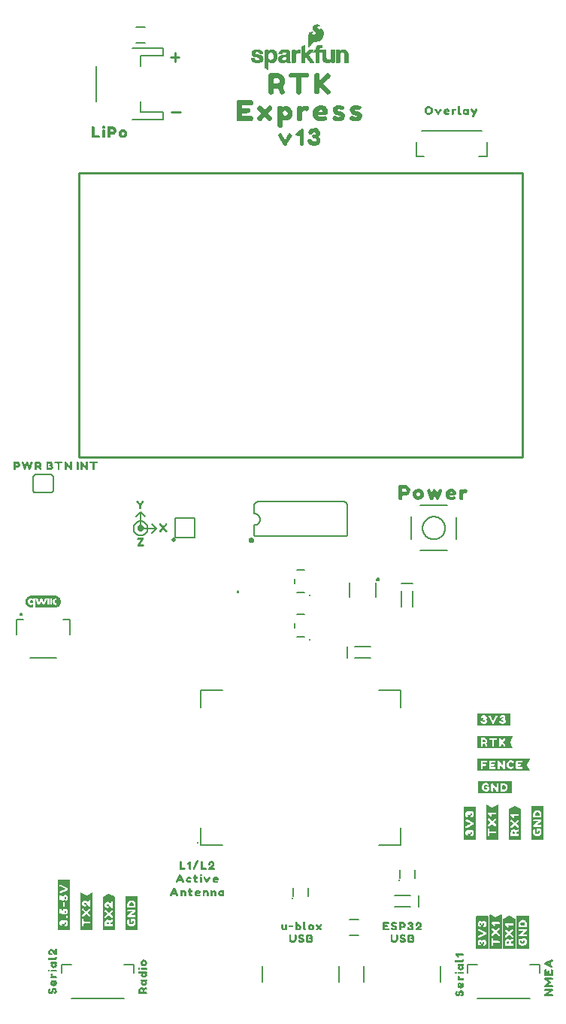
<source format=gto>
G04 EAGLE Gerber RS-274X export*
G75*
%MOMM*%
%FSLAX34Y34*%
%LPD*%
%INSilkscreen Top*%
%IPPOS*%
%AMOC8*
5,1,8,0,0,1.08239X$1,22.5*%
G01*
%ADD10C,0.279400*%
%ADD11C,0.254000*%
%ADD12C,0.203200*%
%ADD13C,0.508000*%
%ADD14C,0.254000*%
%ADD15C,0.282838*%
%ADD16C,0.177800*%
%ADD17C,0.300000*%
%ADD18C,0.152400*%
%ADD19C,0.508000*%

G36*
X608027Y256487D02*
X608027Y256487D01*
X608022Y256494D01*
X608029Y256500D01*
X608029Y257000D01*
X608019Y257013D01*
X608024Y257023D01*
X604931Y263009D01*
X605028Y263685D01*
X608024Y269678D01*
X608023Y269683D01*
X608027Y269686D01*
X608021Y269693D01*
X608020Y269702D01*
X608028Y269712D01*
X607928Y270112D01*
X607881Y270149D01*
X607881Y270148D01*
X607880Y270149D01*
X549480Y270149D01*
X549474Y270145D01*
X549470Y270148D01*
X548970Y270048D01*
X548938Y270012D01*
X548933Y270008D01*
X548933Y270007D01*
X548931Y270004D01*
X548933Y270002D01*
X548931Y270000D01*
X548931Y257100D01*
X548934Y257095D01*
X548931Y257092D01*
X549031Y256492D01*
X549075Y256451D01*
X549078Y256454D01*
X549080Y256451D01*
X607980Y256451D01*
X608027Y256487D01*
G37*
G36*
X89938Y77610D02*
X89938Y77610D01*
X89946Y77612D01*
X90146Y78112D01*
X90142Y78125D01*
X90149Y78130D01*
X90149Y133630D01*
X90113Y133677D01*
X90110Y133675D01*
X90108Y133679D01*
X89508Y133779D01*
X89503Y133776D01*
X89500Y133779D01*
X76600Y133779D01*
X76553Y133743D01*
X76554Y133741D01*
X76552Y133739D01*
X76551Y133738D01*
X76451Y133138D01*
X76454Y133133D01*
X76451Y133130D01*
X76451Y77830D01*
X76480Y77792D01*
X76482Y77784D01*
X76982Y77584D01*
X76995Y77588D01*
X77000Y77581D01*
X89900Y77581D01*
X89938Y77610D01*
G37*
G36*
X114905Y77584D02*
X114905Y77584D01*
X114908Y77581D01*
X115508Y77681D01*
X115549Y77725D01*
X115546Y77728D01*
X115549Y77730D01*
X115549Y119030D01*
X115540Y119043D01*
X115544Y119052D01*
X115344Y119452D01*
X115291Y119478D01*
X115287Y119470D01*
X115278Y119474D01*
X109282Y116476D01*
X108605Y116283D01*
X102022Y119574D01*
X102021Y119574D01*
X102021Y119575D01*
X102019Y119573D01*
X101964Y119563D01*
X101967Y119546D01*
X101951Y119538D01*
X101851Y118938D01*
X101854Y118933D01*
X101851Y118930D01*
X101851Y78130D01*
X101855Y78124D01*
X101852Y78120D01*
X101952Y77620D01*
X101996Y77581D01*
X101998Y77583D01*
X102000Y77581D01*
X114900Y77581D01*
X114905Y77584D01*
G37*
G36*
X140411Y77589D02*
X140411Y77589D01*
X140418Y77584D01*
X140918Y77784D01*
X140933Y77808D01*
X140940Y77814D01*
X140938Y77817D01*
X140943Y77825D01*
X140949Y77830D01*
X140949Y114430D01*
X140930Y114455D01*
X140931Y114468D01*
X140431Y114868D01*
X140423Y114869D01*
X140422Y114874D01*
X134322Y117874D01*
X134301Y117870D01*
X134292Y117879D01*
X133692Y117779D01*
X133685Y117771D01*
X133678Y117774D01*
X127578Y114774D01*
X127569Y114757D01*
X127558Y114755D01*
X127258Y114255D01*
X127259Y114241D01*
X127253Y114236D01*
X127255Y114233D01*
X127251Y114230D01*
X127251Y78130D01*
X127259Y78119D01*
X127254Y78112D01*
X127454Y77612D01*
X127495Y77587D01*
X127500Y77581D01*
X140400Y77581D01*
X140411Y77589D01*
G37*
G36*
X588827Y281887D02*
X588827Y281887D01*
X588827Y281888D01*
X588828Y281888D01*
X588928Y282288D01*
X588918Y282310D01*
X588924Y282322D01*
X585927Y288315D01*
X585831Y288893D01*
X588824Y294978D01*
X588824Y294981D01*
X588826Y294982D01*
X589026Y295482D01*
X589025Y295485D01*
X589027Y295487D01*
X589023Y295493D01*
X589010Y295539D01*
X588992Y295534D01*
X588980Y295549D01*
X549180Y295549D01*
X549142Y295520D01*
X549134Y295518D01*
X548934Y295018D01*
X548935Y295016D01*
X548933Y295014D01*
X548937Y295008D01*
X548938Y295005D01*
X548931Y295000D01*
X548931Y282100D01*
X548960Y282062D01*
X548962Y282054D01*
X549462Y281854D01*
X549475Y281858D01*
X549480Y281851D01*
X588780Y281851D01*
X588827Y281887D01*
G37*
G36*
X588097Y231087D02*
X588097Y231087D01*
X588092Y231094D01*
X588099Y231100D01*
X588099Y244600D01*
X588063Y244647D01*
X588060Y244645D01*
X588058Y244649D01*
X587458Y244749D01*
X587453Y244746D01*
X587450Y244749D01*
X550250Y244749D01*
X550203Y244713D01*
X550206Y244709D01*
X550203Y244706D01*
X550205Y244703D01*
X550201Y244700D01*
X550201Y231200D01*
X550237Y231153D01*
X550240Y231155D01*
X550242Y231151D01*
X550842Y231051D01*
X550847Y231054D01*
X550850Y231051D01*
X588050Y231051D01*
X588097Y231087D01*
G37*
G36*
X606937Y55707D02*
X606937Y55707D01*
X606935Y55710D01*
X606939Y55712D01*
X607039Y56312D01*
X607036Y56317D01*
X607039Y56320D01*
X607039Y93520D01*
X607003Y93567D01*
X606996Y93562D01*
X606990Y93569D01*
X593490Y93569D01*
X593443Y93533D01*
X593445Y93530D01*
X593441Y93528D01*
X593341Y92928D01*
X593344Y92923D01*
X593341Y92920D01*
X593341Y55720D01*
X593377Y55673D01*
X593384Y55678D01*
X593390Y55671D01*
X606890Y55671D01*
X606937Y55707D01*
G37*
G36*
X166247Y77617D02*
X166247Y77617D01*
X166245Y77620D01*
X166249Y77622D01*
X166349Y78222D01*
X166346Y78227D01*
X166349Y78230D01*
X166349Y115430D01*
X166313Y115477D01*
X166306Y115472D01*
X166300Y115479D01*
X152800Y115479D01*
X152753Y115443D01*
X152755Y115440D01*
X152751Y115438D01*
X152651Y114838D01*
X152654Y114833D01*
X152651Y114830D01*
X152651Y77630D01*
X152687Y77583D01*
X152694Y77588D01*
X152700Y77581D01*
X166200Y77581D01*
X166247Y77617D01*
G37*
G36*
X623447Y179217D02*
X623447Y179217D01*
X623445Y179220D01*
X623449Y179222D01*
X623549Y179822D01*
X623546Y179827D01*
X623549Y179830D01*
X623549Y217030D01*
X623513Y217077D01*
X623506Y217072D01*
X623500Y217079D01*
X610000Y217079D01*
X609953Y217043D01*
X609955Y217040D01*
X609951Y217038D01*
X609851Y216438D01*
X609854Y216433D01*
X609851Y216430D01*
X609851Y179230D01*
X609887Y179183D01*
X609894Y179188D01*
X609900Y179181D01*
X623400Y179181D01*
X623447Y179217D01*
G37*
G36*
X576457Y55707D02*
X576457Y55707D01*
X576455Y55710D01*
X576459Y55712D01*
X576559Y56312D01*
X576556Y56317D01*
X576559Y56320D01*
X576559Y94220D01*
X576555Y94226D01*
X576558Y94230D01*
X576458Y94730D01*
X576414Y94769D01*
X576403Y94757D01*
X576388Y94764D01*
X569710Y91475D01*
X569132Y91764D01*
X563132Y94764D01*
X563074Y94753D01*
X563075Y94744D01*
X563066Y94742D01*
X562866Y94342D01*
X562869Y94326D01*
X562861Y94320D01*
X562861Y55820D01*
X562897Y55773D01*
X562900Y55775D01*
X562902Y55771D01*
X563502Y55671D01*
X563507Y55674D01*
X563510Y55671D01*
X576410Y55671D01*
X576457Y55707D01*
G37*
G36*
X572647Y179217D02*
X572647Y179217D01*
X572645Y179220D01*
X572649Y179222D01*
X572749Y179822D01*
X572746Y179827D01*
X572749Y179830D01*
X572749Y217730D01*
X572745Y217736D01*
X572748Y217740D01*
X572648Y218240D01*
X572604Y218279D01*
X572593Y218267D01*
X572578Y218274D01*
X565900Y214985D01*
X565322Y215274D01*
X559322Y218274D01*
X559264Y218263D01*
X559265Y218254D01*
X559256Y218252D01*
X559056Y217852D01*
X559059Y217836D01*
X559051Y217830D01*
X559051Y179330D01*
X559087Y179283D01*
X559090Y179285D01*
X559092Y179281D01*
X559692Y179181D01*
X559697Y179184D01*
X559700Y179181D01*
X572600Y179181D01*
X572647Y179217D01*
G37*
G36*
X586027Y307287D02*
X586027Y307287D01*
X586025Y307290D01*
X586029Y307292D01*
X586129Y307892D01*
X586126Y307897D01*
X586129Y307900D01*
X586129Y320800D01*
X586093Y320847D01*
X586090Y320845D01*
X586088Y320849D01*
X585488Y320949D01*
X585483Y320946D01*
X585480Y320949D01*
X549180Y320949D01*
X549142Y320920D01*
X549134Y320918D01*
X548934Y320418D01*
X548935Y320416D01*
X548933Y320414D01*
X548937Y320408D01*
X548938Y320405D01*
X548931Y320400D01*
X548931Y307500D01*
X548960Y307462D01*
X548962Y307454D01*
X549462Y307254D01*
X549475Y307258D01*
X549480Y307251D01*
X585980Y307251D01*
X586027Y307287D01*
G37*
G36*
X561108Y55700D02*
X561108Y55700D01*
X561116Y55702D01*
X561316Y56202D01*
X561312Y56215D01*
X561319Y56220D01*
X561319Y92720D01*
X561283Y92767D01*
X561280Y92765D01*
X561278Y92769D01*
X560678Y92869D01*
X560673Y92866D01*
X560670Y92869D01*
X547770Y92869D01*
X547723Y92833D01*
X547725Y92830D01*
X547721Y92828D01*
X547621Y92228D01*
X547624Y92223D01*
X547621Y92220D01*
X547621Y55920D01*
X547650Y55882D01*
X547652Y55874D01*
X548152Y55674D01*
X548165Y55678D01*
X548170Y55671D01*
X561070Y55671D01*
X561108Y55700D01*
G37*
G36*
X547138Y179210D02*
X547138Y179210D01*
X547146Y179212D01*
X547346Y179712D01*
X547342Y179725D01*
X547349Y179730D01*
X547349Y216230D01*
X547313Y216277D01*
X547310Y216275D01*
X547308Y216279D01*
X546708Y216379D01*
X546703Y216376D01*
X546700Y216379D01*
X533800Y216379D01*
X533753Y216343D01*
X533755Y216340D01*
X533751Y216338D01*
X533651Y215738D01*
X533654Y215733D01*
X533651Y215730D01*
X533651Y179430D01*
X533680Y179392D01*
X533682Y179384D01*
X534182Y179184D01*
X534195Y179188D01*
X534200Y179181D01*
X547100Y179181D01*
X547138Y179210D01*
G37*
G36*
X591797Y55707D02*
X591797Y55707D01*
X591792Y55714D01*
X591799Y55720D01*
X591799Y89520D01*
X591785Y89538D01*
X591788Y89551D01*
X591388Y90051D01*
X591374Y90055D01*
X591372Y90064D01*
X585272Y93064D01*
X585256Y93061D01*
X585250Y93069D01*
X584650Y93069D01*
X584637Y93060D01*
X584628Y93064D01*
X578528Y90064D01*
X578521Y90051D01*
X578512Y90051D01*
X578112Y89551D01*
X578111Y89528D01*
X578101Y89520D01*
X578101Y55720D01*
X578137Y55673D01*
X578144Y55678D01*
X578150Y55671D01*
X591750Y55671D01*
X591797Y55707D01*
G37*
G36*
X598147Y179217D02*
X598147Y179217D01*
X598142Y179224D01*
X598149Y179230D01*
X598149Y213030D01*
X598135Y213048D01*
X598138Y213061D01*
X597738Y213561D01*
X597724Y213565D01*
X597722Y213574D01*
X591622Y216574D01*
X591606Y216571D01*
X591600Y216579D01*
X591000Y216579D01*
X590987Y216570D01*
X590978Y216574D01*
X584878Y213574D01*
X584871Y213561D01*
X584862Y213561D01*
X584462Y213061D01*
X584461Y213038D01*
X584451Y213030D01*
X584451Y179230D01*
X584487Y179183D01*
X584494Y179188D01*
X584500Y179181D01*
X598100Y179181D01*
X598147Y179217D01*
G37*
G36*
X48440Y440588D02*
X48440Y440588D01*
X48462Y440591D01*
X48470Y440608D01*
X48479Y440613D01*
X48477Y440623D01*
X48484Y440638D01*
X48496Y441054D01*
X48496Y441055D01*
X48496Y444234D01*
X48490Y444243D01*
X48493Y444254D01*
X48473Y444270D01*
X48460Y444291D01*
X48449Y444289D01*
X48440Y444296D01*
X48397Y444282D01*
X48392Y444281D01*
X48392Y444280D01*
X48391Y444280D01*
X48074Y443982D01*
X47663Y443667D01*
X47198Y443445D01*
X46695Y443325D01*
X46178Y443291D01*
X45660Y443339D01*
X45155Y443457D01*
X44671Y443642D01*
X44222Y443899D01*
X43836Y444244D01*
X43511Y444648D01*
X43246Y445094D01*
X43039Y445570D01*
X42914Y446076D01*
X42841Y446594D01*
X42805Y447115D01*
X42845Y447636D01*
X42928Y448152D01*
X43060Y448656D01*
X43276Y449128D01*
X43558Y449563D01*
X43900Y449951D01*
X44300Y450278D01*
X44753Y450530D01*
X45246Y450689D01*
X45758Y450777D01*
X46277Y450810D01*
X46792Y450754D01*
X47287Y450605D01*
X47745Y450368D01*
X48150Y450039D01*
X48151Y450038D01*
X48152Y450037D01*
X48396Y449852D01*
X48404Y449852D01*
X48408Y449845D01*
X48436Y449849D01*
X48464Y449847D01*
X48467Y449854D01*
X48475Y449855D01*
X48496Y449902D01*
X48496Y450507D01*
X48507Y450733D01*
X50807Y450733D01*
X50803Y450487D01*
X50811Y450475D01*
X50831Y440829D01*
X50831Y440828D01*
X50831Y440826D01*
X50840Y440636D01*
X50852Y440619D01*
X50855Y440598D01*
X50873Y440590D01*
X50880Y440581D01*
X50889Y440583D01*
X50903Y440577D01*
X73481Y440579D01*
X73483Y440580D01*
X73487Y440579D01*
X74541Y440685D01*
X74544Y440687D01*
X74548Y440686D01*
X75063Y440798D01*
X75066Y440800D01*
X75070Y440799D01*
X76075Y441128D01*
X76079Y441132D01*
X76086Y441133D01*
X77017Y441638D01*
X77019Y441642D01*
X77026Y441644D01*
X77855Y442300D01*
X77856Y442303D01*
X77860Y442305D01*
X78237Y442673D01*
X78238Y442676D01*
X78242Y442678D01*
X78909Y443501D01*
X78909Y443506D01*
X78915Y443510D01*
X79421Y444441D01*
X79420Y444446D01*
X79424Y444450D01*
X79608Y444944D01*
X79607Y444946D01*
X79609Y444948D01*
X79766Y445453D01*
X79765Y445455D01*
X79767Y445457D01*
X79891Y445970D01*
X79889Y445974D01*
X79892Y445978D01*
X79999Y447032D01*
X79996Y447037D01*
X79999Y447044D01*
X79909Y448098D01*
X79908Y448100D01*
X79909Y448104D01*
X79818Y448623D01*
X79816Y448626D01*
X79816Y448631D01*
X79502Y449643D01*
X79498Y449646D01*
X79498Y449654D01*
X78997Y450587D01*
X78994Y450588D01*
X78993Y450593D01*
X78690Y451025D01*
X78688Y451026D01*
X78687Y451029D01*
X78350Y451438D01*
X78349Y451438D01*
X78348Y451440D01*
X78318Y451474D01*
X78261Y451536D01*
X78261Y451537D01*
X78204Y451599D01*
X78147Y451662D01*
X78034Y451787D01*
X78034Y451788D01*
X77994Y451831D01*
X77990Y451832D01*
X77987Y451838D01*
X77170Y452512D01*
X77165Y452512D01*
X77161Y452518D01*
X76236Y453033D01*
X76233Y453033D01*
X76229Y453036D01*
X75743Y453238D01*
X75740Y453238D01*
X75736Y453241D01*
X74722Y453542D01*
X74717Y453541D01*
X74711Y453544D01*
X73656Y453651D01*
X73467Y453670D01*
X73464Y453668D01*
X73461Y453670D01*
X46445Y453670D01*
X46443Y453668D01*
X46439Y453670D01*
X45385Y453565D01*
X45382Y453563D01*
X45379Y453564D01*
X44862Y453460D01*
X44860Y453458D01*
X44855Y453459D01*
X43847Y453136D01*
X43843Y453132D01*
X43836Y453132D01*
X42905Y452626D01*
X42903Y452623D01*
X42897Y452622D01*
X42473Y452308D01*
X42472Y452307D01*
X42470Y452306D01*
X42061Y451969D01*
X42061Y451967D01*
X42058Y451966D01*
X41676Y451603D01*
X41675Y451599D01*
X41671Y451597D01*
X40998Y450779D01*
X40998Y450774D01*
X40992Y450769D01*
X40486Y449838D01*
X40486Y449834D01*
X40483Y449830D01*
X40293Y449339D01*
X40293Y449337D01*
X40291Y449334D01*
X40134Y448829D01*
X40135Y448827D01*
X40133Y448826D01*
X40002Y448314D01*
X40004Y448310D01*
X40001Y448305D01*
X39894Y447251D01*
X39896Y447247D01*
X39894Y447241D01*
X39923Y446714D01*
X39924Y446713D01*
X39923Y446711D01*
X39976Y446184D01*
X39977Y446183D01*
X39977Y446181D01*
X40060Y445660D01*
X40063Y445657D01*
X40062Y445651D01*
X40376Y444639D01*
X40380Y444636D01*
X40381Y444629D01*
X40875Y443693D01*
X40878Y443691D01*
X40878Y443687D01*
X41175Y443251D01*
X41178Y443250D01*
X41179Y443245D01*
X41296Y443108D01*
X41350Y443045D01*
X41403Y442983D01*
X41564Y442794D01*
X41617Y442732D01*
X41671Y442669D01*
X41724Y442606D01*
X41866Y442440D01*
X41870Y442439D01*
X41873Y442433D01*
X42691Y441758D01*
X42695Y441758D01*
X42700Y441752D01*
X43621Y441232D01*
X43624Y441232D01*
X43627Y441229D01*
X44111Y441020D01*
X44114Y441020D01*
X44117Y441017D01*
X45130Y440708D01*
X45135Y440710D01*
X45142Y440706D01*
X46196Y440600D01*
X46198Y440601D01*
X46200Y440600D01*
X46728Y440577D01*
X46729Y440577D01*
X46731Y440577D01*
X48422Y440577D01*
X48440Y440588D01*
G37*
G36*
X330209Y1018452D02*
X330209Y1018452D01*
X330217Y1018460D01*
X330224Y1018457D01*
X332024Y1019457D01*
X332032Y1019476D01*
X332044Y1019478D01*
X332644Y1020678D01*
X332641Y1020696D01*
X332644Y1020698D01*
X332640Y1020704D01*
X332647Y1020714D01*
X332147Y1022414D01*
X332143Y1022417D01*
X332145Y1022420D01*
X331745Y1023320D01*
X330945Y1025119D01*
X330348Y1026614D01*
X330153Y1027686D01*
X331238Y1028968D01*
X331238Y1028978D01*
X331245Y1028979D01*
X331945Y1030479D01*
X331943Y1030487D01*
X331948Y1030489D01*
X332348Y1032189D01*
X332345Y1032195D01*
X332349Y1032197D01*
X332449Y1033897D01*
X332444Y1033904D01*
X332449Y1033909D01*
X332149Y1035609D01*
X332145Y1035612D01*
X332147Y1035615D01*
X331647Y1037215D01*
X331640Y1037220D01*
X331642Y1037225D01*
X330742Y1038725D01*
X330734Y1038729D01*
X330735Y1038735D01*
X329535Y1039935D01*
X329528Y1039936D01*
X329527Y1039941D01*
X328027Y1040941D01*
X328024Y1040941D01*
X328023Y1040943D01*
X326523Y1041743D01*
X326514Y1041742D01*
X326512Y1041748D01*
X324912Y1042148D01*
X324906Y1042145D01*
X324903Y1042149D01*
X323303Y1042249D01*
X323301Y1042248D01*
X323300Y1042249D01*
X316300Y1042249D01*
X316293Y1042244D01*
X316289Y1042248D01*
X314589Y1041848D01*
X314570Y1041825D01*
X314557Y1041823D01*
X313857Y1040523D01*
X313859Y1040506D01*
X313851Y1040500D01*
X313851Y1021800D01*
X313852Y1021798D01*
X313851Y1021797D01*
X313951Y1019997D01*
X313960Y1019986D01*
X313956Y1019978D01*
X314556Y1018778D01*
X314581Y1018765D01*
X314586Y1018753D01*
X316286Y1018253D01*
X316299Y1018258D01*
X316305Y1018251D01*
X318405Y1018451D01*
X318421Y1018466D01*
X318433Y1018463D01*
X319433Y1019363D01*
X319437Y1019385D01*
X319448Y1019391D01*
X319748Y1020991D01*
X319747Y1020994D01*
X319746Y1020996D01*
X319745Y1020997D01*
X319749Y1021000D01*
X319749Y1024465D01*
X320908Y1024851D01*
X324274Y1024851D01*
X325557Y1022976D01*
X326355Y1021081D01*
X327255Y1018981D01*
X327273Y1018970D01*
X327274Y1018958D01*
X328574Y1018158D01*
X328599Y1018161D01*
X328609Y1018152D01*
X330209Y1018452D01*
G37*
G36*
X293102Y988052D02*
X293102Y988052D01*
X293103Y988051D01*
X294803Y988151D01*
X294813Y988159D01*
X294821Y988155D01*
X296121Y988755D01*
X296134Y988781D01*
X296147Y988785D01*
X296647Y990385D01*
X296642Y990398D01*
X296644Y990400D01*
X296646Y990401D01*
X296646Y990402D01*
X296649Y990404D01*
X296449Y992604D01*
X296434Y992621D01*
X296437Y992633D01*
X295537Y993633D01*
X295515Y993637D01*
X295509Y993648D01*
X293909Y993948D01*
X293903Y993945D01*
X293900Y993949D01*
X283749Y993949D01*
X283749Y995597D01*
X283943Y997051D01*
X289000Y997051D01*
X289002Y997052D01*
X289003Y997051D01*
X290803Y997151D01*
X290811Y997158D01*
X290817Y997154D01*
X292217Y997654D01*
X292230Y997675D01*
X292243Y997677D01*
X292943Y998977D01*
X292941Y998994D01*
X292949Y999000D01*
X292949Y1001200D01*
X292938Y1001215D01*
X292943Y1001225D01*
X292243Y1002425D01*
X292220Y1002434D01*
X292217Y1002446D01*
X290817Y1002946D01*
X290805Y1002943D01*
X290800Y1002949D01*
X283943Y1002949D01*
X283749Y1004303D01*
X283749Y1005960D01*
X285205Y1006251D01*
X293700Y1006251D01*
X293702Y1006252D01*
X293703Y1006251D01*
X295303Y1006351D01*
X295320Y1006366D01*
X295333Y1006363D01*
X296333Y1007263D01*
X296337Y1007286D01*
X296342Y1007289D01*
X296349Y1007293D01*
X296649Y1009393D01*
X296643Y1009404D01*
X296648Y1009411D01*
X296248Y1011211D01*
X296226Y1011229D01*
X296225Y1011243D01*
X295025Y1011943D01*
X295009Y1011941D01*
X295003Y1011949D01*
X293303Y1012049D01*
X293301Y1012048D01*
X293300Y1012049D01*
X281400Y1012049D01*
X281398Y1012048D01*
X281397Y1012049D01*
X279497Y1011949D01*
X279484Y1011938D01*
X279474Y1011942D01*
X278374Y1011242D01*
X278366Y1011222D01*
X278353Y1011212D01*
X278352Y1011212D01*
X277952Y1009612D01*
X277955Y1009606D01*
X277951Y1009603D01*
X277851Y1007803D01*
X277852Y1007801D01*
X277851Y1007800D01*
X277951Y990800D01*
X277953Y990796D01*
X277951Y990794D01*
X278151Y989194D01*
X278168Y989176D01*
X278167Y989163D01*
X279167Y988263D01*
X279189Y988262D01*
X279195Y988251D01*
X281195Y988051D01*
X281198Y988053D01*
X281200Y988051D01*
X293100Y988051D01*
X293102Y988052D01*
G37*
G36*
X380611Y1018162D02*
X380611Y1018162D01*
X380623Y1018157D01*
X382123Y1018957D01*
X382128Y1018966D01*
X382135Y1018965D01*
X383535Y1020365D01*
X383538Y1020389D01*
X383549Y1020396D01*
X383649Y1021696D01*
X383638Y1021713D01*
X383643Y1021724D01*
X382743Y1023324D01*
X382734Y1023328D01*
X382735Y1023334D01*
X379835Y1026334D01*
X379835Y1026335D01*
X375671Y1030498D01*
X376833Y1031564D01*
X376834Y1031565D01*
X376835Y1031565D01*
X378334Y1033064D01*
X379734Y1034364D01*
X379734Y1034365D01*
X379735Y1034365D01*
X380935Y1035565D01*
X380935Y1035567D01*
X380936Y1035567D01*
X381936Y1036667D01*
X381937Y1036669D01*
X381938Y1036669D01*
X382738Y1037669D01*
X382739Y1037674D01*
X382742Y1037675D01*
X383642Y1039175D01*
X383640Y1039198D01*
X383649Y1039208D01*
X383449Y1040508D01*
X383433Y1040523D01*
X383435Y1040535D01*
X382035Y1041935D01*
X382025Y1041936D01*
X382024Y1041943D01*
X380624Y1042743D01*
X380597Y1042739D01*
X380586Y1042747D01*
X379286Y1042347D01*
X379276Y1042333D01*
X379265Y1042335D01*
X377965Y1041035D01*
X377965Y1041032D01*
X377963Y1041033D01*
X374963Y1037633D01*
X371340Y1033520D01*
X371249Y1034702D01*
X371249Y1039900D01*
X371245Y1039906D01*
X371248Y1039910D01*
X370948Y1041410D01*
X370928Y1041428D01*
X370927Y1041441D01*
X369727Y1042241D01*
X369709Y1042240D01*
X369702Y1042249D01*
X367502Y1042349D01*
X367492Y1042342D01*
X367484Y1042347D01*
X365984Y1041847D01*
X365969Y1041824D01*
X365955Y1041821D01*
X365355Y1040521D01*
X365359Y1040506D01*
X365351Y1040500D01*
X365351Y1021900D01*
X365352Y1021898D01*
X365351Y1021897D01*
X365451Y1020097D01*
X365459Y1020087D01*
X365455Y1020080D01*
X365955Y1018980D01*
X365981Y1018966D01*
X365986Y1018953D01*
X367686Y1018453D01*
X367699Y1018458D01*
X367705Y1018451D01*
X369805Y1018651D01*
X369818Y1018663D01*
X369829Y1018660D01*
X370929Y1019460D01*
X370936Y1019485D01*
X370948Y1019491D01*
X371248Y1021091D01*
X371245Y1021097D01*
X371249Y1021100D01*
X371249Y1026198D01*
X371340Y1027281D01*
X377963Y1019767D01*
X377967Y1019767D01*
X377967Y1019764D01*
X379367Y1018464D01*
X379384Y1018462D01*
X379388Y1018452D01*
X380588Y1018152D01*
X380611Y1018162D01*
G37*
G36*
X328103Y980951D02*
X328103Y980951D01*
X328117Y980963D01*
X328128Y980960D01*
X329428Y981860D01*
X329436Y981882D01*
X329448Y981887D01*
X329848Y983387D01*
X329844Y983396D01*
X329847Y983398D01*
X329847Y983399D01*
X329849Y983400D01*
X329849Y990105D01*
X330772Y989460D01*
X330781Y989460D01*
X330783Y989454D01*
X332383Y988854D01*
X332395Y988858D01*
X332400Y988851D01*
X334100Y988851D01*
X334106Y988855D01*
X334110Y988852D01*
X335610Y989152D01*
X335617Y989160D01*
X335623Y989157D01*
X337123Y989957D01*
X337127Y989964D01*
X337132Y989963D01*
X338532Y991163D01*
X338534Y991170D01*
X338539Y991170D01*
X339639Y992570D01*
X339639Y992575D01*
X339643Y992576D01*
X340443Y993976D01*
X340442Y993983D01*
X340448Y993987D01*
X340447Y993988D01*
X340448Y993988D01*
X340848Y995588D01*
X340845Y995594D01*
X340849Y995597D01*
X340949Y997297D01*
X340945Y997303D01*
X340949Y997306D01*
X340749Y998906D01*
X340744Y998911D01*
X340747Y998915D01*
X340247Y1000515D01*
X340239Y1000520D01*
X340241Y1000527D01*
X339341Y1001927D01*
X339337Y1001928D01*
X339337Y1001932D01*
X338137Y1003332D01*
X338130Y1003334D01*
X338130Y1003339D01*
X336730Y1004439D01*
X336723Y1004439D01*
X336722Y1004444D01*
X335322Y1005144D01*
X335313Y1005142D01*
X335310Y1005148D01*
X333810Y1005448D01*
X333800Y1005443D01*
X333795Y1005449D01*
X331995Y1005249D01*
X331988Y1005242D01*
X331982Y1005246D01*
X330482Y1004646D01*
X330479Y1004642D01*
X330476Y1004643D01*
X329612Y1004163D01*
X328738Y1005231D01*
X328712Y1005237D01*
X328705Y1005249D01*
X326905Y1005449D01*
X326897Y1005444D01*
X326892Y1005449D01*
X324992Y1005149D01*
X324973Y1005128D01*
X324959Y1005127D01*
X324159Y1003927D01*
X324160Y1003918D01*
X324153Y1003913D01*
X324158Y1003906D01*
X324151Y1003900D01*
X324151Y982800D01*
X324158Y982790D01*
X324154Y982783D01*
X324654Y981383D01*
X324680Y981366D01*
X324684Y981353D01*
X326184Y980853D01*
X326197Y980858D01*
X326203Y980851D01*
X328103Y980951D01*
G37*
G36*
X359036Y1070886D02*
X359036Y1070886D01*
X359063Y1070883D01*
X359120Y1070905D01*
X359179Y1070919D01*
X359199Y1070936D01*
X359225Y1070946D01*
X359283Y1071005D01*
X359312Y1071029D01*
X359317Y1071039D01*
X359326Y1071049D01*
X359506Y1071318D01*
X359779Y1071591D01*
X359791Y1071611D01*
X359814Y1071632D01*
X360098Y1072010D01*
X360579Y1072491D01*
X360587Y1072504D01*
X360602Y1072517D01*
X361091Y1073103D01*
X361679Y1073691D01*
X361693Y1073714D01*
X361719Y1073739D01*
X362201Y1074414D01*
X363479Y1075691D01*
X363487Y1075704D01*
X363502Y1075717D01*
X363978Y1076287D01*
X364928Y1077047D01*
X365344Y1077297D01*
X365841Y1077380D01*
X367710Y1077380D01*
X367736Y1077386D01*
X367773Y1077385D01*
X368973Y1077585D01*
X368988Y1077592D01*
X369010Y1077593D01*
X370110Y1077893D01*
X370127Y1077902D01*
X370151Y1077907D01*
X371151Y1078307D01*
X371173Y1078322D01*
X371206Y1078334D01*
X372206Y1078934D01*
X372226Y1078954D01*
X372260Y1078974D01*
X373060Y1079674D01*
X373067Y1079683D01*
X373079Y1079691D01*
X373879Y1080491D01*
X373890Y1080509D01*
X373910Y1080527D01*
X374610Y1081427D01*
X374621Y1081450D01*
X374642Y1081475D01*
X375642Y1083275D01*
X375652Y1083310D01*
X375676Y1083358D01*
X376176Y1085158D01*
X376178Y1085192D01*
X376190Y1085239D01*
X376290Y1087039D01*
X376283Y1087075D01*
X376284Y1087130D01*
X375984Y1088730D01*
X375973Y1088754D01*
X375968Y1088788D01*
X375468Y1090188D01*
X375452Y1090213D01*
X375438Y1090252D01*
X374738Y1091452D01*
X374717Y1091474D01*
X374694Y1091513D01*
X373894Y1092413D01*
X373890Y1092416D01*
X373780Y1092500D01*
X372980Y1092900D01*
X372970Y1092902D01*
X372964Y1092907D01*
X372925Y1092914D01*
X372882Y1092933D01*
X372847Y1092932D01*
X372812Y1092940D01*
X372761Y1092929D01*
X372709Y1092927D01*
X372678Y1092910D01*
X372643Y1092901D01*
X372603Y1092869D01*
X372557Y1092844D01*
X372536Y1092815D01*
X372509Y1092792D01*
X372487Y1092745D01*
X372457Y1092702D01*
X372449Y1092661D01*
X372437Y1092634D01*
X372437Y1092628D01*
X372437Y1092626D01*
X372438Y1092601D01*
X372430Y1092560D01*
X372430Y1091822D01*
X372291Y1091404D01*
X372142Y1091305D01*
X371948Y1091240D01*
X371400Y1091240D01*
X370701Y1091590D01*
X370430Y1091771D01*
X370038Y1092064D01*
X370029Y1092068D01*
X370021Y1092076D01*
X369752Y1092256D01*
X369523Y1092485D01*
X369350Y1092830D01*
X369337Y1092846D01*
X369326Y1092871D01*
X369163Y1093116D01*
X369079Y1093452D01*
X369073Y1093464D01*
X369071Y1093480D01*
X369011Y1093660D01*
X369062Y1093814D01*
X369150Y1093990D01*
X369156Y1094013D01*
X369171Y1094040D01*
X369255Y1094292D01*
X369390Y1094495D01*
X369711Y1094735D01*
X369990Y1094875D01*
X370034Y1094897D01*
X370485Y1094987D01*
X370492Y1094991D01*
X370502Y1094991D01*
X370857Y1095080D01*
X371048Y1095080D01*
X371290Y1094999D01*
X371327Y1094996D01*
X371410Y1094980D01*
X371710Y1094980D01*
X371735Y1094986D01*
X371761Y1094983D01*
X371819Y1095005D01*
X371879Y1095019D01*
X371899Y1095036D01*
X371923Y1095045D01*
X371965Y1095090D01*
X372012Y1095129D01*
X372023Y1095153D01*
X372040Y1095172D01*
X372058Y1095231D01*
X372083Y1095288D01*
X372082Y1095313D01*
X372090Y1095338D01*
X372079Y1095399D01*
X372077Y1095461D01*
X372064Y1095483D01*
X372060Y1095509D01*
X372012Y1095580D01*
X371994Y1095613D01*
X371986Y1095619D01*
X371979Y1095629D01*
X371879Y1095729D01*
X371859Y1095741D01*
X371838Y1095764D01*
X371438Y1096064D01*
X371412Y1096076D01*
X371380Y1096100D01*
X370780Y1096400D01*
X370763Y1096404D01*
X370744Y1096416D01*
X369944Y1096716D01*
X369937Y1096717D01*
X369930Y1096721D01*
X369030Y1097021D01*
X368993Y1097024D01*
X368910Y1097040D01*
X367910Y1097040D01*
X367882Y1097034D01*
X367842Y1097034D01*
X366742Y1096834D01*
X366707Y1096819D01*
X366628Y1096794D01*
X365528Y1096194D01*
X365502Y1096171D01*
X365457Y1096144D01*
X364557Y1095344D01*
X364538Y1095316D01*
X364501Y1095281D01*
X364001Y1094581D01*
X363986Y1094545D01*
X363949Y1094480D01*
X363649Y1093580D01*
X363646Y1093543D01*
X363630Y1093460D01*
X363630Y1092660D01*
X363637Y1092627D01*
X363639Y1092578D01*
X363839Y1091678D01*
X363856Y1091642D01*
X363878Y1091575D01*
X364378Y1090675D01*
X364400Y1090651D01*
X364424Y1090610D01*
X365124Y1089810D01*
X365125Y1089809D01*
X365126Y1089807D01*
X365275Y1089639D01*
X365613Y1089259D01*
X365924Y1088909D01*
X366584Y1088155D01*
X366830Y1087582D01*
X366830Y1087022D01*
X366671Y1086545D01*
X366350Y1086144D01*
X365854Y1085813D01*
X365163Y1085640D01*
X364448Y1085640D01*
X364019Y1085726D01*
X363588Y1085898D01*
X363352Y1086056D01*
X363123Y1086285D01*
X362962Y1086606D01*
X362890Y1086822D01*
X362890Y1086998D01*
X362955Y1087192D01*
X363106Y1087418D01*
X363415Y1087728D01*
X363630Y1087799D01*
X363650Y1087812D01*
X363680Y1087820D01*
X364080Y1088020D01*
X364109Y1088044D01*
X364179Y1088091D01*
X364279Y1088191D01*
X364292Y1088212D01*
X364311Y1088228D01*
X364337Y1088285D01*
X364370Y1088338D01*
X364373Y1088363D01*
X364383Y1088386D01*
X364381Y1088449D01*
X364387Y1088511D01*
X364378Y1088534D01*
X364377Y1088559D01*
X364347Y1088614D01*
X364325Y1088673D01*
X364307Y1088690D01*
X364295Y1088712D01*
X364225Y1088766D01*
X364198Y1088790D01*
X364189Y1088793D01*
X364180Y1088800D01*
X363980Y1088900D01*
X363965Y1088904D01*
X363952Y1088913D01*
X363818Y1088939D01*
X363812Y1088940D01*
X363811Y1088940D01*
X363810Y1088940D01*
X363657Y1088940D01*
X363302Y1089029D01*
X363266Y1089029D01*
X363210Y1089040D01*
X362410Y1089040D01*
X362384Y1089034D01*
X362348Y1089035D01*
X361748Y1088935D01*
X361717Y1088922D01*
X361669Y1088913D01*
X360669Y1088513D01*
X360638Y1088491D01*
X360582Y1088464D01*
X360198Y1088176D01*
X359714Y1087886D01*
X359700Y1087872D01*
X359681Y1087863D01*
X359611Y1087786D01*
X359590Y1087765D01*
X359588Y1087760D01*
X359584Y1087756D01*
X359284Y1087256D01*
X359280Y1087243D01*
X359270Y1087230D01*
X358970Y1086630D01*
X358964Y1086607D01*
X358949Y1086580D01*
X358749Y1085980D01*
X358746Y1085947D01*
X358732Y1085902D01*
X358532Y1084102D01*
X358534Y1084083D01*
X358530Y1084060D01*
X358530Y1071260D01*
X358541Y1071210D01*
X358543Y1071159D01*
X358561Y1071127D01*
X358569Y1071091D01*
X358602Y1071052D01*
X358626Y1071007D01*
X358656Y1070986D01*
X358679Y1070958D01*
X358726Y1070937D01*
X358768Y1070907D01*
X358810Y1070899D01*
X358838Y1070887D01*
X358868Y1070888D01*
X358910Y1070880D01*
X359010Y1070880D01*
X359036Y1070886D01*
G37*
G36*
X313285Y1045392D02*
X313285Y1045392D01*
X313311Y1045393D01*
X313365Y1045423D01*
X313423Y1045445D01*
X313440Y1045464D01*
X313463Y1045476D01*
X313498Y1045527D01*
X313540Y1045572D01*
X313548Y1045597D01*
X313563Y1045618D01*
X313579Y1045702D01*
X313590Y1045738D01*
X313588Y1045748D01*
X313590Y1045760D01*
X313590Y1055001D01*
X313813Y1054722D01*
X313836Y1054705D01*
X313914Y1054634D01*
X314914Y1054034D01*
X314927Y1054030D01*
X314940Y1054020D01*
X315540Y1053720D01*
X315578Y1053711D01*
X315648Y1053685D01*
X317448Y1053385D01*
X317486Y1053387D01*
X317560Y1053383D01*
X319060Y1053583D01*
X319088Y1053594D01*
X319130Y1053599D01*
X320330Y1053999D01*
X320363Y1054020D01*
X320434Y1054052D01*
X321534Y1054852D01*
X321551Y1054872D01*
X321579Y1054891D01*
X322479Y1055791D01*
X322499Y1055824D01*
X322544Y1055878D01*
X323144Y1056978D01*
X323149Y1056995D01*
X323161Y1057014D01*
X323661Y1058214D01*
X323666Y1058241D01*
X323681Y1058275D01*
X323981Y1059575D01*
X323980Y1059600D01*
X323989Y1059633D01*
X324089Y1061033D01*
X324086Y1061056D01*
X324089Y1061085D01*
X323989Y1062585D01*
X323982Y1062608D01*
X323982Y1062640D01*
X323682Y1064040D01*
X323675Y1064053D01*
X323673Y1064072D01*
X323273Y1065372D01*
X323254Y1065405D01*
X323231Y1065464D01*
X322531Y1066564D01*
X322511Y1066583D01*
X322493Y1066614D01*
X321593Y1067614D01*
X321561Y1067636D01*
X321514Y1067681D01*
X320414Y1068381D01*
X320382Y1068392D01*
X320338Y1068418D01*
X318938Y1068918D01*
X318899Y1068922D01*
X318835Y1068939D01*
X317335Y1069039D01*
X317324Y1069038D01*
X317310Y1069040D01*
X316610Y1069040D01*
X316584Y1069034D01*
X316548Y1069035D01*
X315348Y1068835D01*
X315336Y1068830D01*
X315214Y1068786D01*
X314214Y1068186D01*
X314198Y1068171D01*
X314172Y1068157D01*
X313672Y1067757D01*
X313661Y1067742D01*
X313641Y1067729D01*
X313490Y1067578D01*
X313490Y1068360D01*
X313490Y1068361D01*
X313490Y1068362D01*
X313470Y1068445D01*
X313451Y1068529D01*
X313450Y1068530D01*
X313450Y1068531D01*
X313396Y1068595D01*
X313341Y1068662D01*
X313340Y1068663D01*
X313339Y1068664D01*
X313260Y1068699D01*
X313182Y1068733D01*
X313181Y1068733D01*
X313180Y1068734D01*
X313035Y1068733D01*
X312035Y1068533D01*
X312028Y1068529D01*
X312018Y1068529D01*
X311627Y1068431D01*
X311135Y1068333D01*
X311128Y1068329D01*
X311118Y1068329D01*
X310763Y1068240D01*
X310310Y1068240D01*
X310280Y1068233D01*
X310235Y1068233D01*
X309735Y1068133D01*
X309728Y1068129D01*
X309718Y1068129D01*
X309318Y1068029D01*
X309314Y1068027D01*
X309309Y1068027D01*
X309237Y1067987D01*
X309164Y1067950D01*
X309161Y1067946D01*
X309157Y1067944D01*
X309110Y1067877D01*
X309061Y1067810D01*
X309060Y1067806D01*
X309057Y1067802D01*
X309030Y1067660D01*
X309030Y1049160D01*
X309032Y1049150D01*
X309030Y1049140D01*
X309043Y1049097D01*
X309043Y1049082D01*
X309052Y1049066D01*
X309069Y1048991D01*
X309076Y1048983D01*
X309079Y1048974D01*
X309172Y1048863D01*
X309656Y1048476D01*
X310541Y1047591D01*
X310557Y1047581D01*
X310572Y1047563D01*
X312056Y1046376D01*
X312941Y1045491D01*
X312963Y1045478D01*
X312979Y1045458D01*
X313036Y1045432D01*
X313088Y1045400D01*
X313114Y1045397D01*
X313138Y1045387D01*
X313199Y1045389D01*
X313261Y1045383D01*
X313285Y1045392D01*
G37*
G36*
X373301Y988152D02*
X373301Y988152D01*
X373302Y988151D01*
X375802Y988251D01*
X375807Y988255D01*
X375811Y988252D01*
X377611Y988652D01*
X377617Y988659D01*
X377623Y988657D01*
X378923Y989357D01*
X378929Y989370D01*
X378939Y989370D01*
X379639Y990270D01*
X379639Y990290D01*
X379649Y990296D01*
X379749Y991496D01*
X379739Y991512D01*
X379744Y991522D01*
X378844Y993322D01*
X378823Y993332D01*
X378821Y993345D01*
X377521Y993945D01*
X377496Y993939D01*
X377485Y993947D01*
X375888Y993448D01*
X374395Y993149D01*
X372508Y993149D01*
X370928Y993643D01*
X369885Y994876D01*
X371008Y995251D01*
X377800Y995251D01*
X377811Y995259D01*
X377818Y995254D01*
X379318Y995854D01*
X379325Y995865D01*
X379333Y995864D01*
X380633Y997064D01*
X380638Y997092D01*
X380649Y997100D01*
X380649Y999000D01*
X380647Y999004D01*
X380649Y999006D01*
X380449Y1000706D01*
X380442Y1000713D01*
X380446Y1000718D01*
X379846Y1002218D01*
X379838Y1002223D01*
X379840Y1002229D01*
X378840Y1003629D01*
X378833Y1003631D01*
X378833Y1003636D01*
X377633Y1004736D01*
X377622Y1004737D01*
X377621Y1004745D01*
X376121Y1005445D01*
X376114Y1005443D01*
X376112Y1005448D01*
X374512Y1005848D01*
X374505Y1005845D01*
X374503Y1005849D01*
X372603Y1005949D01*
X372598Y1005946D01*
X372595Y1005949D01*
X370795Y1005749D01*
X370791Y1005745D01*
X370788Y1005748D01*
X369188Y1005348D01*
X369184Y1005342D01*
X369179Y1005345D01*
X367679Y1004645D01*
X367675Y1004638D01*
X367670Y1004639D01*
X366370Y1003639D01*
X366368Y1003633D01*
X366364Y1003633D01*
X365264Y1002433D01*
X365263Y1002425D01*
X365257Y1002424D01*
X364457Y1001024D01*
X364458Y1001020D01*
X364455Y1001018D01*
X364456Y1001018D01*
X364454Y1001017D01*
X363854Y999417D01*
X363856Y999409D01*
X363851Y999406D01*
X363651Y997706D01*
X363653Y997702D01*
X363651Y997700D01*
X363651Y995900D01*
X363655Y995895D01*
X363652Y995891D01*
X363952Y994291D01*
X363956Y994287D01*
X363954Y994283D01*
X364554Y992683D01*
X364560Y992679D01*
X364558Y992675D01*
X365458Y991175D01*
X365465Y991172D01*
X365464Y991167D01*
X366564Y989967D01*
X366574Y989965D01*
X366575Y989958D01*
X368075Y989058D01*
X368081Y989059D01*
X368083Y989054D01*
X369683Y988454D01*
X369689Y988456D01*
X369691Y988452D01*
X371291Y988152D01*
X371297Y988155D01*
X371300Y988151D01*
X373300Y988151D01*
X373301Y988152D01*
G37*
G36*
X348707Y1018156D02*
X348707Y1018156D01*
X348712Y1018152D01*
X350312Y1018552D01*
X350331Y1018575D01*
X350344Y1018578D01*
X351044Y1019978D01*
X351041Y1019994D01*
X351049Y1020000D01*
X351049Y1037057D01*
X352503Y1037251D01*
X357800Y1037251D01*
X357811Y1037259D01*
X357819Y1037255D01*
X359219Y1037855D01*
X359230Y1037874D01*
X359247Y1037887D01*
X359245Y1037889D01*
X359248Y1037891D01*
X359548Y1039491D01*
X359544Y1039501D01*
X359549Y1039506D01*
X359349Y1041206D01*
X359327Y1041228D01*
X359326Y1041242D01*
X358026Y1042042D01*
X358007Y1042040D01*
X358000Y1042049D01*
X339200Y1042049D01*
X339195Y1042045D01*
X339191Y1042049D01*
X337491Y1041749D01*
X337469Y1041725D01*
X337456Y1041722D01*
X336756Y1040322D01*
X336759Y1040304D01*
X336751Y1040297D01*
X336851Y1038497D01*
X336866Y1038480D01*
X336864Y1038467D01*
X337864Y1037367D01*
X337890Y1037362D01*
X337897Y1037351D01*
X339697Y1037251D01*
X339699Y1037252D01*
X339700Y1037251D01*
X344771Y1037251D01*
X345351Y1036187D01*
X345351Y1020800D01*
X345354Y1020796D01*
X345351Y1020794D01*
X345551Y1019194D01*
X345569Y1019176D01*
X345568Y1019162D01*
X346768Y1018162D01*
X346792Y1018161D01*
X346800Y1018151D01*
X348700Y1018151D01*
X348707Y1018156D01*
G37*
G36*
X315310Y988162D02*
X315310Y988162D01*
X315322Y988156D01*
X316722Y988856D01*
X316728Y988868D01*
X316737Y988868D01*
X318037Y990368D01*
X318039Y990390D01*
X318049Y990396D01*
X318149Y991696D01*
X318136Y991717D01*
X318140Y991729D01*
X317040Y993229D01*
X317036Y993230D01*
X317036Y993233D01*
X313569Y996998D01*
X317234Y1000565D01*
X317236Y1000572D01*
X317241Y1000573D01*
X318241Y1002073D01*
X318239Y1002098D01*
X318249Y1002108D01*
X318049Y1003408D01*
X318036Y1003420D01*
X318038Y1003431D01*
X316738Y1005031D01*
X316724Y1005035D01*
X316722Y1005044D01*
X315322Y1005744D01*
X315296Y1005739D01*
X315286Y1005747D01*
X313986Y1005347D01*
X313976Y1005333D01*
X313965Y1005335D01*
X310180Y1001549D01*
X309020Y1001549D01*
X306635Y1003935D01*
X306633Y1003935D01*
X306634Y1003936D01*
X305234Y1005236D01*
X305222Y1005237D01*
X305221Y1005245D01*
X303921Y1005845D01*
X303888Y1005838D01*
X303876Y1005843D01*
X302476Y1005043D01*
X302471Y1005033D01*
X302464Y1005034D01*
X301064Y1003534D01*
X301062Y1003513D01*
X301051Y1003508D01*
X300851Y1002208D01*
X300863Y1002187D01*
X300858Y1002175D01*
X301758Y1000675D01*
X301766Y1000671D01*
X301765Y1000665D01*
X305432Y996999D01*
X304364Y995833D01*
X302064Y993333D01*
X302063Y993329D01*
X302060Y993329D01*
X300960Y991829D01*
X300961Y991815D01*
X300953Y991809D01*
X300956Y991804D01*
X300951Y991800D01*
X300951Y990500D01*
X300965Y990482D01*
X300962Y990469D01*
X302162Y988969D01*
X302175Y988966D01*
X302177Y988957D01*
X303677Y988157D01*
X303704Y988161D01*
X303714Y988153D01*
X305014Y988553D01*
X305024Y988566D01*
X305034Y988564D01*
X306433Y989864D01*
X308923Y992154D01*
X310083Y992347D01*
X312565Y989865D01*
X312567Y989865D01*
X312567Y989864D01*
X313967Y988564D01*
X313982Y988562D01*
X313986Y988553D01*
X315286Y988153D01*
X315310Y988162D01*
G37*
G36*
X411802Y988054D02*
X411802Y988054D01*
X411805Y988051D01*
X413705Y988251D01*
X413707Y988253D01*
X413709Y988252D01*
X415309Y988552D01*
X415313Y988556D01*
X415317Y988554D01*
X416717Y989054D01*
X416724Y989064D01*
X416732Y989062D01*
X418032Y990162D01*
X418035Y990175D01*
X418043Y990176D01*
X418843Y991576D01*
X418842Y991581D01*
X418846Y991583D01*
X418842Y991588D01*
X418848Y991591D01*
X419148Y993191D01*
X419145Y993197D01*
X419149Y993200D01*
X419149Y995000D01*
X419144Y995007D01*
X419148Y995012D01*
X418748Y996612D01*
X418735Y996622D01*
X418738Y996632D01*
X417638Y997932D01*
X417626Y997935D01*
X417624Y997943D01*
X416224Y998743D01*
X416217Y998742D01*
X416215Y998747D01*
X414615Y999247D01*
X414610Y999245D01*
X414609Y999249D01*
X412911Y999548D01*
X411037Y1000041D01*
X410665Y1000970D01*
X412105Y1001450D01*
X413988Y1001252D01*
X415681Y1000554D01*
X415697Y1000559D01*
X415704Y1000551D01*
X416904Y1000651D01*
X416926Y1000670D01*
X416939Y1000670D01*
X418139Y1002270D01*
X418139Y1002283D01*
X418147Y1002286D01*
X418547Y1003686D01*
X418533Y1003723D01*
X418535Y1003735D01*
X417335Y1004935D01*
X417320Y1004937D01*
X417317Y1004946D01*
X415717Y1005546D01*
X415711Y1005544D01*
X415709Y1005548D01*
X414109Y1005848D01*
X414105Y1005846D01*
X414103Y1005849D01*
X412403Y1005949D01*
X412400Y1005947D01*
X412398Y1005949D01*
X410198Y1005849D01*
X410191Y1005844D01*
X410186Y1005847D01*
X408486Y1005347D01*
X408482Y1005342D01*
X408478Y1005344D01*
X407078Y1004644D01*
X407072Y1004632D01*
X407064Y1004633D01*
X406064Y1003533D01*
X406062Y1003520D01*
X406054Y1003518D01*
X405554Y1002218D01*
X405557Y1002207D01*
X405551Y1002203D01*
X405451Y1000603D01*
X405455Y1000598D01*
X405451Y1000594D01*
X405651Y998894D01*
X405659Y998886D01*
X405655Y998879D01*
X406355Y997379D01*
X406364Y997375D01*
X406362Y997368D01*
X407462Y996068D01*
X407475Y996065D01*
X407477Y996057D01*
X408977Y995257D01*
X408981Y995257D01*
X408982Y995254D01*
X410482Y994654D01*
X410488Y994656D01*
X410490Y994652D01*
X412387Y994252D01*
X413828Y993772D01*
X413370Y992948D01*
X411506Y992850D01*
X409919Y993346D01*
X408223Y994244D01*
X408209Y994241D01*
X408203Y994249D01*
X406703Y994349D01*
X406675Y994330D01*
X406662Y994331D01*
X405462Y992831D01*
X405461Y992819D01*
X405454Y992817D01*
X404954Y991417D01*
X404954Y991414D01*
X404953Y991413D01*
X404956Y991408D01*
X404961Y991394D01*
X404954Y991383D01*
X405454Y989983D01*
X405475Y989970D01*
X405477Y989957D01*
X406977Y989157D01*
X406982Y989157D01*
X406983Y989154D01*
X408583Y988554D01*
X408587Y988555D01*
X408588Y988552D01*
X410188Y988152D01*
X410194Y988155D01*
X410197Y988151D01*
X411797Y988051D01*
X411802Y988054D01*
G37*
G36*
X392502Y988054D02*
X392502Y988054D01*
X392505Y988051D01*
X394405Y988251D01*
X394407Y988253D01*
X394409Y988252D01*
X396009Y988552D01*
X396013Y988556D01*
X396017Y988554D01*
X397417Y989054D01*
X397424Y989064D01*
X397432Y989062D01*
X398732Y990162D01*
X398735Y990175D01*
X398743Y990176D01*
X399543Y991576D01*
X399542Y991581D01*
X399546Y991583D01*
X399542Y991588D01*
X399548Y991591D01*
X399848Y993191D01*
X399845Y993197D01*
X399849Y993200D01*
X399849Y995000D01*
X399843Y995009D01*
X399847Y995015D01*
X399347Y996615D01*
X399337Y996622D01*
X399339Y996630D01*
X398339Y997930D01*
X398326Y997934D01*
X398324Y997943D01*
X396924Y998743D01*
X396917Y998742D01*
X396915Y998747D01*
X395315Y999247D01*
X395310Y999245D01*
X395309Y999249D01*
X393611Y999548D01*
X391737Y1000041D01*
X391365Y1000970D01*
X392805Y1001450D01*
X394588Y1001252D01*
X396382Y1000554D01*
X396397Y1000558D01*
X396404Y1000551D01*
X397604Y1000651D01*
X397626Y1000670D01*
X397639Y1000670D01*
X398839Y1002270D01*
X398839Y1002283D01*
X398847Y1002286D01*
X399247Y1003686D01*
X399233Y1003723D01*
X399235Y1003735D01*
X398035Y1004935D01*
X398020Y1004937D01*
X398017Y1004946D01*
X396417Y1005546D01*
X396411Y1005544D01*
X396409Y1005548D01*
X394809Y1005848D01*
X394805Y1005846D01*
X394803Y1005849D01*
X393103Y1005949D01*
X393100Y1005947D01*
X393098Y1005949D01*
X390898Y1005849D01*
X390891Y1005844D01*
X390887Y1005847D01*
X389087Y1005347D01*
X389082Y1005341D01*
X389077Y1005343D01*
X387777Y1004643D01*
X387772Y1004632D01*
X387764Y1004633D01*
X386764Y1003533D01*
X386762Y1003520D01*
X386754Y1003518D01*
X386254Y1002218D01*
X386257Y1002207D01*
X386251Y1002203D01*
X386151Y1000603D01*
X386155Y1000598D01*
X386151Y1000594D01*
X386351Y998894D01*
X386359Y998886D01*
X386355Y998879D01*
X387055Y997379D01*
X387064Y997375D01*
X387062Y997368D01*
X388162Y996068D01*
X388175Y996065D01*
X388177Y996057D01*
X389677Y995257D01*
X389681Y995257D01*
X389682Y995254D01*
X391182Y994654D01*
X391188Y994656D01*
X391190Y994652D01*
X393087Y994252D01*
X394528Y993772D01*
X394070Y992948D01*
X392206Y992850D01*
X390619Y993346D01*
X388923Y994244D01*
X388909Y994241D01*
X388903Y994249D01*
X387403Y994349D01*
X387375Y994330D01*
X387362Y994331D01*
X386162Y992831D01*
X386161Y992819D01*
X386154Y992817D01*
X385654Y991417D01*
X385654Y991414D01*
X385653Y991413D01*
X385656Y991408D01*
X385661Y991394D01*
X385654Y991383D01*
X386154Y989983D01*
X386175Y989970D01*
X386177Y989957D01*
X387677Y989157D01*
X387682Y989157D01*
X387683Y989154D01*
X389283Y988554D01*
X389287Y988555D01*
X389288Y988552D01*
X390888Y988152D01*
X390894Y988155D01*
X390897Y988151D01*
X392497Y988051D01*
X392502Y988054D01*
G37*
G36*
X365301Y960454D02*
X365301Y960454D01*
X365304Y960451D01*
X366704Y960551D01*
X366710Y960556D01*
X366714Y960553D01*
X368014Y960953D01*
X368017Y960956D01*
X368019Y960955D01*
X369219Y961455D01*
X369222Y961460D01*
X369226Y961458D01*
X370326Y962158D01*
X370330Y962168D01*
X370337Y962167D01*
X371237Y963167D01*
X371237Y963173D01*
X371242Y963174D01*
X371942Y964274D01*
X371941Y964278D01*
X371942Y964279D01*
X371941Y964281D01*
X371941Y964283D01*
X371947Y964286D01*
X372347Y965586D01*
X372344Y965593D01*
X372349Y965597D01*
X372449Y966997D01*
X372445Y967003D01*
X372449Y967008D01*
X372249Y968308D01*
X372238Y968318D01*
X372242Y968326D01*
X371542Y969426D01*
X371534Y969429D01*
X371535Y969435D01*
X370549Y970420D01*
X370549Y971180D01*
X371435Y972065D01*
X371437Y972079D01*
X371445Y972081D01*
X371945Y973281D01*
X371944Y973288D01*
X371948Y973292D01*
X371946Y973294D01*
X371949Y973297D01*
X372049Y974697D01*
X372043Y974706D01*
X372048Y974712D01*
X371748Y975912D01*
X371743Y975915D01*
X371745Y975919D01*
X371245Y977119D01*
X371236Y977124D01*
X371238Y977131D01*
X370338Y978231D01*
X370335Y978232D01*
X370336Y978234D01*
X368436Y980234D01*
X368408Y980238D01*
X368400Y980249D01*
X365700Y980249D01*
X365698Y980248D01*
X365697Y980249D01*
X364297Y980149D01*
X364294Y980147D01*
X364293Y980149D01*
X362993Y979949D01*
X362986Y979942D01*
X362981Y979945D01*
X361581Y979345D01*
X361578Y979341D01*
X361575Y979342D01*
X360575Y978742D01*
X360571Y978732D01*
X360564Y978733D01*
X359564Y977633D01*
X359563Y977624D01*
X359557Y977623D01*
X358857Y976323D01*
X358858Y976312D01*
X358852Y976309D01*
X358652Y975209D01*
X358662Y975188D01*
X358657Y975176D01*
X359257Y974076D01*
X359273Y974069D01*
X359274Y974058D01*
X360574Y973258D01*
X360589Y973260D01*
X360592Y973256D01*
X360593Y973256D01*
X360596Y973251D01*
X361796Y973151D01*
X361806Y973157D01*
X361809Y973157D01*
X361817Y973163D01*
X361828Y973160D01*
X362828Y973860D01*
X362832Y973871D01*
X362840Y973871D01*
X363633Y974961D01*
X364812Y975551D01*
X366182Y975551D01*
X367248Y974679D01*
X367154Y973733D01*
X366088Y973249D01*
X364497Y973149D01*
X364486Y973140D01*
X364478Y973144D01*
X363478Y972644D01*
X363466Y972619D01*
X363453Y972614D01*
X363053Y971314D01*
X363057Y971303D01*
X363051Y971297D01*
X363151Y969597D01*
X363167Y969578D01*
X363165Y969565D01*
X363965Y968765D01*
X363983Y968763D01*
X363987Y968753D01*
X365087Y968453D01*
X365094Y968455D01*
X365097Y968451D01*
X366580Y968352D01*
X367553Y967477D01*
X367649Y966317D01*
X366774Y965345D01*
X365496Y965050D01*
X364115Y965148D01*
X362938Y965835D01*
X362345Y967121D01*
X362332Y967128D01*
X362332Y967137D01*
X361532Y967837D01*
X361510Y967839D01*
X361503Y967849D01*
X359903Y967949D01*
X359895Y967944D01*
X359890Y967948D01*
X358490Y967648D01*
X358472Y967628D01*
X358459Y967627D01*
X357859Y966727D01*
X357859Y966721D01*
X357856Y966719D01*
X357860Y966714D01*
X357861Y966702D01*
X357851Y966692D01*
X358051Y965492D01*
X358055Y965489D01*
X358053Y965486D01*
X358453Y964086D01*
X358462Y964080D01*
X358459Y964073D01*
X359259Y962873D01*
X359268Y962870D01*
X359267Y962863D01*
X360167Y962063D01*
X360173Y962063D01*
X360174Y962058D01*
X361274Y961358D01*
X361280Y961359D01*
X361281Y961355D01*
X362481Y960855D01*
X362487Y960856D01*
X362489Y960852D01*
X363789Y960552D01*
X363794Y960554D01*
X363797Y960551D01*
X365297Y960451D01*
X365301Y960454D01*
G37*
G36*
X330347Y1053388D02*
X330347Y1053388D01*
X330430Y1053399D01*
X330672Y1053480D01*
X331010Y1053480D01*
X331047Y1053488D01*
X331130Y1053499D01*
X331372Y1053580D01*
X331610Y1053580D01*
X331647Y1053588D01*
X331730Y1053599D01*
X332930Y1053999D01*
X332963Y1054019D01*
X333021Y1054044D01*
X333279Y1054215D01*
X333530Y1054299D01*
X333563Y1054319D01*
X333621Y1054344D01*
X333921Y1054544D01*
X333942Y1054567D01*
X333979Y1054591D01*
X334116Y1054728D01*
X334130Y1054708D01*
X334130Y1054560D01*
X334147Y1054486D01*
X334160Y1054411D01*
X334167Y1054401D01*
X334169Y1054391D01*
X334193Y1054362D01*
X334241Y1054291D01*
X334247Y1054285D01*
X334260Y1054211D01*
X334267Y1054201D01*
X334269Y1054191D01*
X334293Y1054162D01*
X334341Y1054091D01*
X334342Y1054090D01*
X334343Y1054059D01*
X334361Y1054027D01*
X334369Y1053991D01*
X334402Y1053952D01*
X334426Y1053907D01*
X334456Y1053886D01*
X334479Y1053858D01*
X334526Y1053837D01*
X334568Y1053807D01*
X334610Y1053799D01*
X334638Y1053787D01*
X334668Y1053788D01*
X334710Y1053780D01*
X338610Y1053780D01*
X338660Y1053791D01*
X338711Y1053793D01*
X338743Y1053811D01*
X338779Y1053819D01*
X338818Y1053852D01*
X338863Y1053876D01*
X338884Y1053906D01*
X338912Y1053929D01*
X338933Y1053976D01*
X338963Y1054018D01*
X338971Y1054060D01*
X338983Y1054088D01*
X338982Y1054118D01*
X338990Y1054160D01*
X338990Y1054260D01*
X338973Y1054334D01*
X338960Y1054409D01*
X338953Y1054419D01*
X338951Y1054429D01*
X338927Y1054458D01*
X338879Y1054529D01*
X338823Y1054585D01*
X338790Y1054650D01*
X338790Y1054860D01*
X338787Y1054875D01*
X338789Y1054890D01*
X338752Y1055022D01*
X338751Y1055029D01*
X338750Y1055029D01*
X338750Y1055030D01*
X338690Y1055150D01*
X338690Y1055260D01*
X338687Y1055275D01*
X338689Y1055290D01*
X338667Y1055371D01*
X338666Y1055382D01*
X338661Y1055392D01*
X338652Y1055422D01*
X338651Y1055429D01*
X338650Y1055429D01*
X338650Y1055430D01*
X338590Y1055550D01*
X338590Y1056360D01*
X338587Y1056375D01*
X338589Y1056390D01*
X338552Y1056522D01*
X338551Y1056529D01*
X338550Y1056529D01*
X338550Y1056530D01*
X338490Y1056650D01*
X338490Y1065260D01*
X338483Y1065290D01*
X338483Y1065335D01*
X338383Y1065835D01*
X338371Y1065861D01*
X338363Y1065901D01*
X338163Y1066401D01*
X338155Y1066413D01*
X338150Y1066430D01*
X337950Y1066830D01*
X337932Y1066852D01*
X337914Y1066888D01*
X337614Y1067288D01*
X337589Y1067309D01*
X337582Y1067322D01*
X337567Y1067333D01*
X337538Y1067364D01*
X336338Y1068264D01*
X336303Y1068279D01*
X336251Y1068313D01*
X335751Y1068513D01*
X335722Y1068517D01*
X335685Y1068533D01*
X335219Y1068626D01*
X334751Y1068813D01*
X334722Y1068817D01*
X334685Y1068833D01*
X334185Y1068933D01*
X334153Y1068932D01*
X334110Y1068940D01*
X333548Y1068940D01*
X333085Y1069033D01*
X333053Y1069032D01*
X333010Y1069040D01*
X330710Y1069040D01*
X330680Y1069033D01*
X330635Y1069033D01*
X330141Y1068934D01*
X329548Y1068835D01*
X329524Y1068825D01*
X329490Y1068821D01*
X328912Y1068628D01*
X328435Y1068533D01*
X328409Y1068521D01*
X328369Y1068513D01*
X327869Y1068313D01*
X327847Y1068298D01*
X327814Y1068286D01*
X326814Y1067686D01*
X326802Y1067674D01*
X326782Y1067664D01*
X326382Y1067364D01*
X326357Y1067334D01*
X326306Y1067288D01*
X326006Y1066888D01*
X325999Y1066872D01*
X325984Y1066856D01*
X325694Y1066372D01*
X325406Y1065988D01*
X325391Y1065954D01*
X325349Y1065880D01*
X325149Y1065280D01*
X325147Y1065258D01*
X325139Y1065240D01*
X325139Y1065235D01*
X325135Y1065223D01*
X324935Y1064023D01*
X324940Y1063941D01*
X324943Y1063859D01*
X324946Y1063855D01*
X324946Y1063850D01*
X324987Y1063779D01*
X325026Y1063707D01*
X325030Y1063704D01*
X325033Y1063700D01*
X325101Y1063654D01*
X325168Y1063607D01*
X325173Y1063606D01*
X325177Y1063604D01*
X325205Y1063600D01*
X325310Y1063580D01*
X329210Y1063580D01*
X329260Y1063591D01*
X329311Y1063593D01*
X329343Y1063611D01*
X329379Y1063619D01*
X329418Y1063652D01*
X329463Y1063676D01*
X329484Y1063706D01*
X329512Y1063729D01*
X329533Y1063776D01*
X329563Y1063818D01*
X329571Y1063860D01*
X329583Y1063888D01*
X329582Y1063918D01*
X329590Y1063960D01*
X329590Y1064370D01*
X329650Y1064490D01*
X329656Y1064513D01*
X329671Y1064540D01*
X329762Y1064814D01*
X329823Y1064935D01*
X330135Y1065248D01*
X330815Y1065587D01*
X331000Y1065680D01*
X332620Y1065680D01*
X332740Y1065620D01*
X332755Y1065616D01*
X332768Y1065607D01*
X332902Y1065581D01*
X332909Y1065580D01*
X332910Y1065580D01*
X333020Y1065580D01*
X333427Y1065377D01*
X333470Y1065290D01*
X333494Y1065261D01*
X333541Y1065191D01*
X333598Y1065135D01*
X333830Y1064670D01*
X333830Y1063787D01*
X333651Y1063548D01*
X333250Y1063308D01*
X332697Y1063123D01*
X332031Y1062933D01*
X331362Y1062837D01*
X329568Y1062638D01*
X328668Y1062538D01*
X328647Y1062530D01*
X328618Y1062529D01*
X327818Y1062329D01*
X327801Y1062320D01*
X327777Y1062316D01*
X326977Y1062016D01*
X326955Y1062001D01*
X326921Y1061990D01*
X326221Y1061590D01*
X326199Y1061570D01*
X326163Y1061549D01*
X325463Y1060949D01*
X325443Y1060922D01*
X325380Y1060849D01*
X324980Y1060149D01*
X324971Y1060119D01*
X324949Y1060080D01*
X324649Y1059180D01*
X324648Y1059163D01*
X324645Y1059156D01*
X324645Y1059151D01*
X324636Y1059128D01*
X324436Y1058028D01*
X324436Y1058018D01*
X324437Y1057885D01*
X324530Y1057422D01*
X324530Y1056960D01*
X324533Y1056945D01*
X324531Y1056930D01*
X324568Y1056798D01*
X324569Y1056791D01*
X324570Y1056791D01*
X324570Y1056790D01*
X324747Y1056436D01*
X324837Y1055985D01*
X324838Y1055984D01*
X324838Y1055983D01*
X324894Y1055849D01*
X325094Y1055549D01*
X325101Y1055542D01*
X325106Y1055532D01*
X325400Y1055140D01*
X325594Y1054849D01*
X325617Y1054828D01*
X325641Y1054791D01*
X325941Y1054491D01*
X325973Y1054471D01*
X326040Y1054420D01*
X326419Y1054231D01*
X326699Y1054044D01*
X326719Y1054036D01*
X326740Y1054020D01*
X327140Y1053820D01*
X327154Y1053817D01*
X327169Y1053807D01*
X327669Y1053607D01*
X327691Y1053604D01*
X327718Y1053591D01*
X328118Y1053491D01*
X328154Y1053491D01*
X328210Y1053480D01*
X328672Y1053480D01*
X329135Y1053387D01*
X329167Y1053388D01*
X329210Y1053380D01*
X330310Y1053380D01*
X330347Y1053388D01*
G37*
G36*
X354860Y1053791D02*
X354860Y1053791D01*
X354911Y1053793D01*
X354943Y1053811D01*
X354979Y1053819D01*
X355018Y1053852D01*
X355063Y1053876D01*
X355084Y1053906D01*
X355112Y1053929D01*
X355133Y1053976D01*
X355163Y1054018D01*
X355171Y1054060D01*
X355183Y1054088D01*
X355182Y1054118D01*
X355190Y1054160D01*
X355190Y1058895D01*
X356231Y1059866D01*
X359887Y1053960D01*
X359910Y1053936D01*
X359926Y1053907D01*
X359971Y1053876D01*
X360009Y1053837D01*
X360041Y1053827D01*
X360068Y1053807D01*
X360136Y1053794D01*
X360173Y1053782D01*
X360190Y1053784D01*
X360210Y1053780D01*
X364910Y1053780D01*
X364982Y1053797D01*
X365054Y1053808D01*
X365065Y1053816D01*
X365079Y1053819D01*
X365135Y1053866D01*
X365195Y1053909D01*
X365202Y1053921D01*
X365212Y1053929D01*
X365242Y1053997D01*
X365277Y1054061D01*
X365278Y1054075D01*
X365283Y1054088D01*
X365280Y1054161D01*
X365283Y1054234D01*
X365277Y1054248D01*
X365277Y1054261D01*
X365258Y1054295D01*
X365228Y1054368D01*
X359499Y1063107D01*
X364576Y1068089D01*
X364591Y1068112D01*
X364612Y1068129D01*
X364637Y1068184D01*
X364669Y1068235D01*
X364672Y1068262D01*
X364683Y1068288D01*
X364681Y1068348D01*
X364687Y1068407D01*
X364678Y1068433D01*
X364677Y1068461D01*
X364648Y1068513D01*
X364627Y1068570D01*
X364607Y1068589D01*
X364594Y1068613D01*
X364545Y1068647D01*
X364501Y1068689D01*
X364475Y1068697D01*
X364452Y1068713D01*
X364372Y1068728D01*
X364336Y1068739D01*
X364324Y1068738D01*
X364310Y1068740D01*
X359710Y1068740D01*
X359632Y1068722D01*
X359554Y1068707D01*
X359548Y1068702D01*
X359541Y1068701D01*
X359516Y1068680D01*
X359436Y1068623D01*
X355190Y1064205D01*
X355190Y1073660D01*
X355177Y1073716D01*
X355173Y1073773D01*
X355158Y1073799D01*
X355151Y1073829D01*
X355114Y1073873D01*
X355085Y1073923D01*
X355060Y1073939D01*
X355041Y1073962D01*
X354988Y1073986D01*
X354940Y1074017D01*
X354910Y1074021D01*
X354882Y1074033D01*
X354825Y1074031D01*
X354768Y1074038D01*
X354735Y1074028D01*
X354709Y1074027D01*
X354679Y1074010D01*
X354630Y1073995D01*
X350730Y1071895D01*
X350696Y1071865D01*
X350657Y1071844D01*
X350632Y1071809D01*
X350600Y1071780D01*
X350583Y1071739D01*
X350557Y1071702D01*
X350548Y1071652D01*
X350534Y1071620D01*
X350536Y1071594D01*
X350530Y1071560D01*
X350530Y1054160D01*
X350541Y1054110D01*
X350543Y1054059D01*
X350561Y1054027D01*
X350569Y1053991D01*
X350602Y1053952D01*
X350626Y1053907D01*
X350656Y1053886D01*
X350679Y1053858D01*
X350726Y1053837D01*
X350768Y1053807D01*
X350810Y1053799D01*
X350838Y1053787D01*
X350868Y1053788D01*
X350910Y1053780D01*
X354810Y1053780D01*
X354860Y1053791D01*
G37*
G36*
X463403Y561751D02*
X463403Y561751D01*
X463420Y561765D01*
X463432Y561763D01*
X464132Y562363D01*
X464135Y562376D01*
X464137Y562386D01*
X464149Y562392D01*
X464349Y563592D01*
X464346Y563597D01*
X464349Y563600D01*
X464349Y565966D01*
X465109Y566251D01*
X467400Y566251D01*
X467405Y566255D01*
X467409Y566252D01*
X468509Y566452D01*
X468513Y566456D01*
X468517Y566454D01*
X469617Y566854D01*
X469620Y566858D01*
X469624Y566857D01*
X470724Y567457D01*
X470727Y567464D01*
X470733Y567463D01*
X471633Y568263D01*
X471634Y568270D01*
X471639Y568270D01*
X472339Y569170D01*
X472339Y569178D01*
X472345Y569180D01*
X472845Y570280D01*
X472844Y570285D01*
X472848Y570287D01*
X473148Y571387D01*
X473147Y571388D01*
X473148Y571389D01*
X473146Y571391D01*
X473145Y571393D01*
X473149Y571396D01*
X473249Y572596D01*
X473247Y572599D01*
X473249Y572600D01*
X473249Y573800D01*
X473237Y573816D01*
X473241Y573827D01*
X473042Y574125D01*
X472443Y575224D01*
X472442Y575224D01*
X472442Y575225D01*
X471842Y576225D01*
X471832Y576229D01*
X471833Y576237D01*
X470933Y577037D01*
X470928Y577037D01*
X470928Y577040D01*
X469928Y577740D01*
X469919Y577740D01*
X469917Y577746D01*
X468817Y578146D01*
X468814Y578145D01*
X468813Y578148D01*
X467713Y578448D01*
X467707Y578445D01*
X467703Y578445D01*
X467700Y578449D01*
X461700Y578449D01*
X461694Y578445D01*
X461688Y578445D01*
X461687Y578444D01*
X461683Y578446D01*
X460583Y578046D01*
X460568Y578023D01*
X460555Y578020D01*
X460155Y577120D01*
X460158Y577106D01*
X460151Y577100D01*
X460151Y564100D01*
X460153Y564097D01*
X460151Y564096D01*
X460251Y562896D01*
X460260Y562886D01*
X460256Y562878D01*
X460656Y562078D01*
X460680Y562066D01*
X460684Y562053D01*
X461884Y561653D01*
X461897Y561658D01*
X461903Y561651D01*
X463403Y561751D01*
G37*
G36*
X394260Y1053791D02*
X394260Y1053791D01*
X394311Y1053793D01*
X394343Y1053811D01*
X394379Y1053819D01*
X394418Y1053852D01*
X394463Y1053876D01*
X394484Y1053906D01*
X394512Y1053929D01*
X394533Y1053976D01*
X394563Y1054018D01*
X394571Y1054060D01*
X394583Y1054088D01*
X394582Y1054118D01*
X394590Y1054160D01*
X394590Y1062539D01*
X394682Y1063362D01*
X394949Y1063987D01*
X395223Y1064442D01*
X395564Y1064869D01*
X395944Y1065097D01*
X396465Y1065184D01*
X397202Y1065276D01*
X397741Y1065186D01*
X398171Y1065100D01*
X398551Y1064872D01*
X398794Y1064548D01*
X399047Y1064126D01*
X399134Y1063603D01*
X399233Y1062909D01*
X399330Y1062136D01*
X399330Y1054160D01*
X399341Y1054110D01*
X399343Y1054059D01*
X399361Y1054027D01*
X399369Y1053991D01*
X399402Y1053952D01*
X399426Y1053907D01*
X399456Y1053886D01*
X399479Y1053858D01*
X399526Y1053837D01*
X399568Y1053807D01*
X399610Y1053799D01*
X399638Y1053787D01*
X399668Y1053788D01*
X399710Y1053780D01*
X403610Y1053780D01*
X403660Y1053791D01*
X403711Y1053793D01*
X403743Y1053811D01*
X403779Y1053819D01*
X403818Y1053852D01*
X403863Y1053876D01*
X403884Y1053906D01*
X403912Y1053929D01*
X403933Y1053976D01*
X403963Y1054018D01*
X403971Y1054060D01*
X403983Y1054088D01*
X403982Y1054118D01*
X403990Y1054160D01*
X403990Y1062860D01*
X403987Y1062873D01*
X403989Y1062889D01*
X403889Y1064189D01*
X403884Y1064206D01*
X403884Y1064228D01*
X403684Y1065328D01*
X403677Y1065345D01*
X403674Y1065369D01*
X403374Y1066369D01*
X403355Y1066402D01*
X403332Y1066462D01*
X402832Y1067262D01*
X402808Y1067286D01*
X402779Y1067329D01*
X402079Y1068029D01*
X402046Y1068049D01*
X401995Y1068092D01*
X401095Y1068592D01*
X401060Y1068602D01*
X401010Y1068627D01*
X399910Y1068927D01*
X399879Y1068928D01*
X399837Y1068939D01*
X398437Y1069039D01*
X398425Y1069037D01*
X398410Y1069040D01*
X397810Y1069040D01*
X397784Y1069034D01*
X397748Y1069035D01*
X397148Y1068935D01*
X397124Y1068925D01*
X397090Y1068921D01*
X395890Y1068521D01*
X395857Y1068501D01*
X395799Y1068476D01*
X395199Y1068076D01*
X395189Y1068066D01*
X395172Y1068057D01*
X394672Y1067657D01*
X394661Y1067642D01*
X394641Y1067629D01*
X394390Y1067378D01*
X394390Y1068360D01*
X394379Y1068410D01*
X394377Y1068461D01*
X394359Y1068493D01*
X394351Y1068529D01*
X394318Y1068568D01*
X394294Y1068613D01*
X394264Y1068634D01*
X394241Y1068662D01*
X394194Y1068683D01*
X394152Y1068713D01*
X394110Y1068721D01*
X394082Y1068733D01*
X394052Y1068732D01*
X394010Y1068740D01*
X390310Y1068740D01*
X390260Y1068729D01*
X390209Y1068727D01*
X390177Y1068709D01*
X390141Y1068701D01*
X390102Y1068668D01*
X390057Y1068644D01*
X390036Y1068614D01*
X390008Y1068591D01*
X389987Y1068544D01*
X389957Y1068502D01*
X389949Y1068460D01*
X389937Y1068432D01*
X389938Y1068402D01*
X389930Y1068360D01*
X389930Y1054160D01*
X389941Y1054110D01*
X389943Y1054059D01*
X389961Y1054027D01*
X389969Y1053991D01*
X390002Y1053952D01*
X390026Y1053907D01*
X390056Y1053886D01*
X390079Y1053858D01*
X390126Y1053837D01*
X390168Y1053807D01*
X390210Y1053799D01*
X390238Y1053787D01*
X390268Y1053788D01*
X390310Y1053780D01*
X394210Y1053780D01*
X394260Y1053791D01*
G37*
G36*
X380118Y1053386D02*
X380118Y1053386D01*
X380173Y1053385D01*
X380767Y1053484D01*
X381464Y1053584D01*
X381491Y1053594D01*
X381530Y1053599D01*
X382130Y1053799D01*
X382139Y1053805D01*
X382151Y1053807D01*
X382651Y1054007D01*
X382663Y1054015D01*
X382680Y1054020D01*
X383000Y1054180D01*
X383280Y1054320D01*
X383305Y1054341D01*
X383348Y1054363D01*
X383848Y1054763D01*
X383869Y1054790D01*
X383907Y1054822D01*
X384130Y1055101D01*
X384130Y1054160D01*
X384141Y1054110D01*
X384143Y1054059D01*
X384161Y1054027D01*
X384169Y1053991D01*
X384202Y1053952D01*
X384226Y1053907D01*
X384256Y1053886D01*
X384279Y1053858D01*
X384326Y1053837D01*
X384368Y1053807D01*
X384410Y1053799D01*
X384438Y1053787D01*
X384468Y1053788D01*
X384510Y1053780D01*
X388210Y1053780D01*
X388260Y1053791D01*
X388311Y1053793D01*
X388343Y1053811D01*
X388379Y1053819D01*
X388418Y1053852D01*
X388463Y1053876D01*
X388484Y1053906D01*
X388512Y1053929D01*
X388533Y1053976D01*
X388563Y1054018D01*
X388571Y1054060D01*
X388583Y1054088D01*
X388582Y1054118D01*
X388590Y1054160D01*
X388590Y1068360D01*
X388579Y1068410D01*
X388577Y1068461D01*
X388559Y1068493D01*
X388551Y1068529D01*
X388518Y1068568D01*
X388494Y1068613D01*
X388464Y1068634D01*
X388441Y1068662D01*
X388394Y1068683D01*
X388352Y1068713D01*
X388310Y1068721D01*
X388282Y1068733D01*
X388252Y1068732D01*
X388210Y1068740D01*
X384310Y1068740D01*
X384260Y1068729D01*
X384209Y1068727D01*
X384177Y1068709D01*
X384141Y1068701D01*
X384102Y1068668D01*
X384057Y1068644D01*
X384036Y1068614D01*
X384008Y1068591D01*
X383987Y1068544D01*
X383957Y1068502D01*
X383949Y1068460D01*
X383937Y1068432D01*
X383938Y1068402D01*
X383930Y1068360D01*
X383930Y1059884D01*
X383839Y1059160D01*
X383565Y1058520D01*
X383298Y1057985D01*
X382974Y1057662D01*
X382576Y1057423D01*
X382055Y1057336D01*
X381318Y1057244D01*
X380779Y1057334D01*
X380349Y1057420D01*
X379970Y1057648D01*
X379470Y1058314D01*
X379386Y1058815D01*
X379190Y1060384D01*
X379190Y1068360D01*
X379179Y1068410D01*
X379177Y1068461D01*
X379159Y1068493D01*
X379151Y1068529D01*
X379118Y1068568D01*
X379094Y1068613D01*
X379064Y1068634D01*
X379041Y1068662D01*
X378994Y1068683D01*
X378952Y1068713D01*
X378910Y1068721D01*
X378882Y1068733D01*
X378852Y1068732D01*
X378810Y1068740D01*
X375010Y1068740D01*
X374960Y1068729D01*
X374909Y1068727D01*
X374877Y1068709D01*
X374841Y1068701D01*
X374802Y1068668D01*
X374757Y1068644D01*
X374736Y1068614D01*
X374708Y1068591D01*
X374687Y1068544D01*
X374657Y1068502D01*
X374649Y1068460D01*
X374637Y1068432D01*
X374638Y1068402D01*
X374630Y1068360D01*
X374630Y1058360D01*
X374636Y1058332D01*
X374636Y1058292D01*
X374836Y1057192D01*
X374843Y1057175D01*
X374846Y1057151D01*
X375146Y1056151D01*
X375162Y1056122D01*
X375178Y1056075D01*
X375678Y1055175D01*
X375697Y1055154D01*
X375763Y1055071D01*
X376463Y1054471D01*
X376491Y1054457D01*
X376525Y1054428D01*
X377425Y1053928D01*
X377450Y1053920D01*
X377480Y1053903D01*
X378580Y1053503D01*
X378619Y1053498D01*
X378683Y1053481D01*
X380083Y1053381D01*
X380118Y1053386D01*
G37*
G36*
X302542Y1053481D02*
X302542Y1053481D01*
X302555Y1053485D01*
X302573Y1053485D01*
X303773Y1053685D01*
X303788Y1053692D01*
X303810Y1053693D01*
X304910Y1053993D01*
X304938Y1054008D01*
X304980Y1054020D01*
X305300Y1054180D01*
X305980Y1054520D01*
X306009Y1054544D01*
X306060Y1054574D01*
X306860Y1055274D01*
X306879Y1055300D01*
X306914Y1055332D01*
X307514Y1056132D01*
X307530Y1056168D01*
X307567Y1056230D01*
X307967Y1057330D01*
X307971Y1057361D01*
X307986Y1057402D01*
X308186Y1058702D01*
X308183Y1058740D01*
X308188Y1058802D01*
X308088Y1059702D01*
X308075Y1059739D01*
X308060Y1059810D01*
X307760Y1060510D01*
X307742Y1060534D01*
X307726Y1060571D01*
X307326Y1061171D01*
X307298Y1061198D01*
X307253Y1061252D01*
X306653Y1061752D01*
X306628Y1061765D01*
X306599Y1061790D01*
X305199Y1062590D01*
X305161Y1062601D01*
X305093Y1062631D01*
X304198Y1062830D01*
X301802Y1063429D01*
X301782Y1063429D01*
X301757Y1063437D01*
X300995Y1063533D01*
X300456Y1063712D01*
X299911Y1063985D01*
X299582Y1064232D01*
X299360Y1064527D01*
X299290Y1064807D01*
X299290Y1065045D01*
X299554Y1065441D01*
X299716Y1065495D01*
X300102Y1065591D01*
X300114Y1065597D01*
X300130Y1065599D01*
X300372Y1065680D01*
X301937Y1065680D01*
X302354Y1065513D01*
X302719Y1065331D01*
X302936Y1065186D01*
X303072Y1064982D01*
X303244Y1064551D01*
X303337Y1064085D01*
X303343Y1064073D01*
X303343Y1064059D01*
X303379Y1063995D01*
X303409Y1063928D01*
X303420Y1063919D01*
X303426Y1063907D01*
X303486Y1063865D01*
X303543Y1063818D01*
X303557Y1063815D01*
X303568Y1063807D01*
X303710Y1063780D01*
X307410Y1063780D01*
X307490Y1063798D01*
X307570Y1063815D01*
X307574Y1063818D01*
X307579Y1063819D01*
X307642Y1063872D01*
X307706Y1063922D01*
X307708Y1063926D01*
X307712Y1063929D01*
X307746Y1064004D01*
X307781Y1064078D01*
X307781Y1064083D01*
X307783Y1064088D01*
X307782Y1064115D01*
X307785Y1064223D01*
X307585Y1065423D01*
X307570Y1065459D01*
X307550Y1065530D01*
X307050Y1066530D01*
X307032Y1066552D01*
X307014Y1066588D01*
X306414Y1067388D01*
X306384Y1067413D01*
X306338Y1067464D01*
X305538Y1068064D01*
X305506Y1068078D01*
X305464Y1068107D01*
X304564Y1068507D01*
X304544Y1068511D01*
X304519Y1068524D01*
X303519Y1068824D01*
X303500Y1068825D01*
X303478Y1068834D01*
X302378Y1069034D01*
X302349Y1069033D01*
X302310Y1069040D01*
X300010Y1069040D01*
X299982Y1069034D01*
X299942Y1069034D01*
X298842Y1068834D01*
X298839Y1068833D01*
X298835Y1068833D01*
X297835Y1068633D01*
X297801Y1068617D01*
X297740Y1068600D01*
X297640Y1068550D01*
X296880Y1068170D01*
X296740Y1068100D01*
X296712Y1068077D01*
X296663Y1068049D01*
X295963Y1067449D01*
X295948Y1067430D01*
X295924Y1067410D01*
X295224Y1066610D01*
X295208Y1066580D01*
X295157Y1066501D01*
X294757Y1065501D01*
X294751Y1065462D01*
X294731Y1065392D01*
X294631Y1064192D01*
X294636Y1064161D01*
X294632Y1064118D01*
X294732Y1063218D01*
X294742Y1063191D01*
X294743Y1063166D01*
X294752Y1063148D01*
X294761Y1063110D01*
X295061Y1062410D01*
X295078Y1062387D01*
X295094Y1062349D01*
X295494Y1061749D01*
X295495Y1061748D01*
X295496Y1061746D01*
X295599Y1061644D01*
X296199Y1061244D01*
X296210Y1061239D01*
X296221Y1061230D01*
X296921Y1060830D01*
X296940Y1060824D01*
X296960Y1060811D01*
X297660Y1060511D01*
X297668Y1060509D01*
X297677Y1060504D01*
X298477Y1060204D01*
X298500Y1060201D01*
X298528Y1060189D01*
X299428Y1059989D01*
X299431Y1059989D01*
X299435Y1059987D01*
X300427Y1059789D01*
X302004Y1059395D01*
X302550Y1059212D01*
X302998Y1058944D01*
X303310Y1058710D01*
X303451Y1058427D01*
X303518Y1058160D01*
X303367Y1057554D01*
X303160Y1057348D01*
X302809Y1057085D01*
X302477Y1056919D01*
X302163Y1056840D01*
X301810Y1056840D01*
X301774Y1056832D01*
X301718Y1056829D01*
X301394Y1056748D01*
X300879Y1056834D01*
X300385Y1056933D01*
X300379Y1056933D01*
X300373Y1056935D01*
X299864Y1057020D01*
X299182Y1057532D01*
X298944Y1057848D01*
X298790Y1058233D01*
X298790Y1058760D01*
X298779Y1058810D01*
X298777Y1058861D01*
X298759Y1058893D01*
X298751Y1058929D01*
X298718Y1058968D01*
X298694Y1059013D01*
X298664Y1059034D01*
X298641Y1059062D01*
X298594Y1059083D01*
X298552Y1059113D01*
X298510Y1059121D01*
X298482Y1059133D01*
X298452Y1059132D01*
X298410Y1059140D01*
X294710Y1059140D01*
X294633Y1059122D01*
X294555Y1059107D01*
X294549Y1059103D01*
X294541Y1059101D01*
X294480Y1059050D01*
X294417Y1059002D01*
X294413Y1058995D01*
X294408Y1058991D01*
X294375Y1058918D01*
X294340Y1058847D01*
X294340Y1058839D01*
X294337Y1058832D01*
X294338Y1058799D01*
X294334Y1058702D01*
X294534Y1057402D01*
X294547Y1057370D01*
X294557Y1057319D01*
X294957Y1056319D01*
X294979Y1056287D01*
X295010Y1056227D01*
X295710Y1055327D01*
X295734Y1055307D01*
X295760Y1055274D01*
X296560Y1054574D01*
X296593Y1054556D01*
X296640Y1054520D01*
X297640Y1054020D01*
X297670Y1054013D01*
X297710Y1053993D01*
X298810Y1053693D01*
X298827Y1053693D01*
X298848Y1053685D01*
X300048Y1053485D01*
X300062Y1053486D01*
X300078Y1053481D01*
X301278Y1053381D01*
X301305Y1053385D01*
X301342Y1053381D01*
X302542Y1053481D01*
G37*
G36*
X497812Y561662D02*
X497812Y561662D01*
X497824Y561657D01*
X498924Y562257D01*
X498931Y562273D01*
X498942Y562275D01*
X499542Y563275D01*
X499541Y563283D01*
X499547Y563284D01*
X499846Y564183D01*
X500346Y565583D01*
X500711Y566586D01*
X501256Y565678D01*
X502054Y563582D01*
X502354Y562783D01*
X502367Y562775D01*
X502365Y562765D01*
X503165Y561965D01*
X503183Y561963D01*
X503187Y561953D01*
X504287Y561653D01*
X504310Y561662D01*
X504322Y561656D01*
X505322Y562156D01*
X505331Y562173D01*
X505342Y562175D01*
X505942Y563175D01*
X505942Y563180D01*
X505945Y563181D01*
X508245Y568681D01*
X508245Y568683D01*
X508246Y568683D01*
X509046Y570883D01*
X509046Y570884D01*
X509047Y570884D01*
X509447Y572084D01*
X509439Y572106D01*
X509446Y572117D01*
X509146Y572917D01*
X509129Y572928D01*
X509129Y572940D01*
X508029Y573740D01*
X508013Y573740D01*
X508009Y573748D01*
X506909Y573948D01*
X506888Y573938D01*
X506876Y573943D01*
X505976Y573443D01*
X505968Y573424D01*
X505956Y573422D01*
X505356Y572222D01*
X505357Y572218D01*
X505354Y572217D01*
X504175Y568976D01*
X503941Y569132D01*
X503147Y571516D01*
X503143Y571518D01*
X503145Y571521D01*
X502545Y572821D01*
X502532Y572827D01*
X502533Y572837D01*
X501633Y573637D01*
X501614Y573638D01*
X501609Y573648D01*
X500509Y573848D01*
X500488Y573838D01*
X500476Y573843D01*
X499376Y573243D01*
X499369Y573227D01*
X499358Y573225D01*
X498758Y572225D01*
X498759Y572218D01*
X498754Y572217D01*
X497595Y569030D01*
X497145Y570020D01*
X495946Y572919D01*
X495937Y572924D01*
X495939Y572930D01*
X495239Y573830D01*
X495212Y573838D01*
X495204Y573849D01*
X494104Y573949D01*
X494091Y573941D01*
X494082Y573946D01*
X492782Y573446D01*
X492771Y573428D01*
X492759Y573427D01*
X492159Y572527D01*
X492160Y572504D01*
X492154Y572499D01*
X492155Y572498D01*
X492151Y572495D01*
X492251Y571495D01*
X492258Y571487D01*
X492255Y571481D01*
X492755Y570281D01*
X495854Y562681D01*
X495866Y562674D01*
X495865Y562665D01*
X496665Y561865D01*
X496686Y561862D01*
X496691Y561852D01*
X497791Y561652D01*
X497812Y561662D01*
G37*
G36*
X350405Y988351D02*
X350405Y988351D01*
X350421Y988366D01*
X350433Y988364D01*
X351533Y989364D01*
X351538Y989389D01*
X351549Y989397D01*
X351649Y990897D01*
X351648Y990899D01*
X351649Y990900D01*
X351649Y997691D01*
X352239Y999165D01*
X353708Y999949D01*
X355389Y999652D01*
X356887Y999252D01*
X356915Y999264D01*
X356928Y999260D01*
X358228Y1000160D01*
X358234Y1000178D01*
X358246Y1000181D01*
X358946Y1001881D01*
X358943Y1001893D01*
X358949Y1001897D01*
X359049Y1003597D01*
X359038Y1003614D01*
X359042Y1003626D01*
X358242Y1004926D01*
X358217Y1004935D01*
X358212Y1004948D01*
X356612Y1005348D01*
X356606Y1005345D01*
X356603Y1005349D01*
X355003Y1005449D01*
X354991Y1005441D01*
X354984Y1005446D01*
X353284Y1004846D01*
X353279Y1004839D01*
X353273Y1004841D01*
X351907Y1003963D01*
X351435Y1004435D01*
X351426Y1004436D01*
X351425Y1004443D01*
X350225Y1005143D01*
X350213Y1005141D01*
X350212Y1005142D01*
X350207Y1005142D01*
X350202Y1005149D01*
X348002Y1005249D01*
X347992Y1005242D01*
X347984Y1005247D01*
X346484Y1004747D01*
X346470Y1004726D01*
X346463Y1004720D01*
X346454Y1004718D01*
X345954Y1003418D01*
X345958Y1003405D01*
X345951Y1003400D01*
X345951Y989800D01*
X345962Y989785D01*
X345958Y989774D01*
X346758Y988474D01*
X346785Y988464D01*
X346791Y988452D01*
X348391Y988152D01*
X348400Y988156D01*
X348405Y988151D01*
X350405Y988351D01*
G37*
G36*
X483307Y561656D02*
X483307Y561656D01*
X483312Y561652D01*
X484512Y561952D01*
X484516Y561957D01*
X484520Y561955D01*
X485620Y562455D01*
X485623Y562460D01*
X485627Y562459D01*
X486527Y563059D01*
X486530Y563066D01*
X486535Y563065D01*
X487435Y563965D01*
X487436Y563972D01*
X487440Y563972D01*
X488140Y564972D01*
X488140Y564980D01*
X488146Y564982D01*
X488546Y565982D01*
X488544Y565987D01*
X488548Y565988D01*
X488848Y567188D01*
X488844Y567196D01*
X488849Y567200D01*
X488849Y568500D01*
X488846Y568505D01*
X488849Y568508D01*
X488649Y569708D01*
X488644Y569713D01*
X488646Y569717D01*
X488246Y570817D01*
X488239Y570822D01*
X488241Y570827D01*
X487641Y571727D01*
X487636Y571729D01*
X487637Y571733D01*
X486837Y572633D01*
X486828Y572634D01*
X486828Y572640D01*
X485828Y573340D01*
X485821Y573340D01*
X485820Y573345D01*
X484720Y573845D01*
X484715Y573844D01*
X484713Y573848D01*
X483613Y574148D01*
X483604Y574144D01*
X483600Y574149D01*
X482400Y574149D01*
X482397Y574147D01*
X482396Y574149D01*
X481196Y574049D01*
X481189Y574043D01*
X481183Y574046D01*
X480083Y573646D01*
X480081Y573643D01*
X480078Y573644D01*
X479078Y573144D01*
X479075Y573137D01*
X479069Y573138D01*
X478069Y572338D01*
X478068Y572336D01*
X478066Y572336D01*
X476366Y570736D01*
X476362Y570708D01*
X476351Y570700D01*
X476351Y566900D01*
X476357Y566892D01*
X476353Y566887D01*
X476653Y565787D01*
X476657Y565783D01*
X476655Y565780D01*
X477155Y564680D01*
X477165Y564675D01*
X477163Y564667D01*
X477963Y563767D01*
X477968Y563766D01*
X477967Y563763D01*
X478867Y562963D01*
X478874Y562963D01*
X478875Y562958D01*
X479875Y562358D01*
X479879Y562358D01*
X479880Y562355D01*
X480980Y561855D01*
X480988Y561857D01*
X480991Y561852D01*
X482091Y561652D01*
X482097Y561655D01*
X482100Y561651D01*
X483300Y561651D01*
X483307Y561656D01*
G37*
G36*
X371160Y1053791D02*
X371160Y1053791D01*
X371211Y1053793D01*
X371243Y1053811D01*
X371279Y1053819D01*
X371318Y1053852D01*
X371363Y1053876D01*
X371384Y1053906D01*
X371412Y1053929D01*
X371433Y1053976D01*
X371463Y1054018D01*
X371471Y1054060D01*
X371483Y1054088D01*
X371482Y1054118D01*
X371490Y1054160D01*
X371490Y1065380D01*
X373810Y1065380D01*
X373860Y1065391D01*
X373911Y1065393D01*
X373943Y1065411D01*
X373979Y1065419D01*
X374018Y1065452D01*
X374063Y1065476D01*
X374084Y1065506D01*
X374112Y1065529D01*
X374133Y1065576D01*
X374163Y1065618D01*
X374171Y1065660D01*
X374183Y1065688D01*
X374182Y1065718D01*
X374190Y1065760D01*
X374190Y1068360D01*
X374179Y1068410D01*
X374177Y1068461D01*
X374159Y1068493D01*
X374151Y1068529D01*
X374118Y1068568D01*
X374094Y1068613D01*
X374064Y1068634D01*
X374041Y1068662D01*
X373994Y1068683D01*
X373952Y1068713D01*
X373910Y1068721D01*
X373882Y1068733D01*
X373852Y1068732D01*
X373810Y1068740D01*
X371490Y1068740D01*
X371490Y1069113D01*
X371579Y1069468D01*
X371579Y1069504D01*
X371590Y1069560D01*
X371590Y1069870D01*
X371640Y1069969D01*
X371770Y1070165D01*
X371780Y1070170D01*
X372043Y1070301D01*
X372357Y1070380D01*
X374010Y1070380D01*
X374060Y1070391D01*
X374111Y1070393D01*
X374143Y1070411D01*
X374179Y1070419D01*
X374218Y1070452D01*
X374263Y1070476D01*
X374284Y1070506D01*
X374312Y1070529D01*
X374333Y1070576D01*
X374363Y1070618D01*
X374371Y1070660D01*
X374383Y1070688D01*
X374382Y1070718D01*
X374390Y1070760D01*
X374390Y1073560D01*
X374379Y1073609D01*
X374377Y1073659D01*
X374359Y1073692D01*
X374351Y1073729D01*
X374319Y1073768D01*
X374295Y1073812D01*
X374260Y1073838D01*
X374241Y1073862D01*
X374213Y1073875D01*
X374180Y1073900D01*
X373980Y1074000D01*
X373965Y1074004D01*
X373952Y1074013D01*
X373818Y1074039D01*
X373812Y1074040D01*
X373811Y1074040D01*
X373810Y1074040D01*
X370910Y1074040D01*
X370872Y1074031D01*
X370801Y1074024D01*
X369801Y1073724D01*
X369777Y1073710D01*
X369740Y1073700D01*
X369366Y1073513D01*
X368940Y1073300D01*
X368920Y1073284D01*
X368889Y1073269D01*
X368189Y1072769D01*
X368164Y1072741D01*
X368118Y1072703D01*
X367618Y1072103D01*
X367600Y1072068D01*
X367561Y1072010D01*
X367261Y1071310D01*
X367259Y1071302D01*
X367254Y1071294D01*
X366954Y1070494D01*
X366951Y1070467D01*
X366930Y1070360D01*
X366930Y1068740D01*
X366110Y1068740D01*
X366094Y1068737D01*
X366078Y1068739D01*
X366011Y1068717D01*
X365941Y1068701D01*
X365929Y1068690D01*
X365913Y1068685D01*
X365817Y1068598D01*
X365808Y1068591D01*
X365807Y1068589D01*
X365806Y1068588D01*
X365538Y1068232D01*
X365182Y1067964D01*
X365167Y1067946D01*
X365141Y1067929D01*
X363560Y1066348D01*
X363182Y1066064D01*
X363148Y1066024D01*
X363108Y1065991D01*
X363093Y1065958D01*
X363071Y1065931D01*
X363058Y1065880D01*
X363037Y1065832D01*
X363038Y1065797D01*
X363030Y1065763D01*
X363041Y1065712D01*
X363043Y1065659D01*
X363060Y1065628D01*
X363068Y1065594D01*
X363101Y1065553D01*
X363126Y1065507D01*
X363155Y1065487D01*
X363177Y1065459D01*
X363225Y1065438D01*
X363268Y1065407D01*
X363308Y1065400D01*
X363335Y1065387D01*
X363366Y1065388D01*
X363410Y1065380D01*
X366930Y1065380D01*
X366930Y1054160D01*
X366941Y1054110D01*
X366943Y1054059D01*
X366961Y1054027D01*
X366969Y1053991D01*
X367002Y1053952D01*
X367026Y1053907D01*
X367056Y1053886D01*
X367079Y1053858D01*
X367126Y1053837D01*
X367168Y1053807D01*
X367210Y1053799D01*
X367238Y1053787D01*
X367268Y1053788D01*
X367310Y1053780D01*
X371110Y1053780D01*
X371160Y1053791D01*
G37*
G36*
X521703Y561751D02*
X521703Y561751D01*
X521708Y561755D01*
X521711Y561752D01*
X523011Y562052D01*
X523018Y562060D01*
X523024Y562057D01*
X523924Y562557D01*
X523929Y562569D01*
X523938Y562568D01*
X524438Y563168D01*
X524439Y563192D01*
X524449Y563200D01*
X524449Y564100D01*
X524440Y564113D01*
X524444Y564122D01*
X523844Y565322D01*
X523823Y565332D01*
X523820Y565345D01*
X522920Y565745D01*
X522897Y565740D01*
X522887Y565748D01*
X521789Y565448D01*
X520695Y565249D01*
X519407Y565249D01*
X518327Y565544D01*
X517586Y566377D01*
X518408Y566651D01*
X523100Y566651D01*
X523112Y566660D01*
X523120Y566655D01*
X524220Y567155D01*
X524226Y567165D01*
X524233Y567163D01*
X525133Y567963D01*
X525137Y567982D01*
X525147Y567991D01*
X525144Y567996D01*
X525149Y568000D01*
X525149Y569300D01*
X525146Y569305D01*
X525149Y569308D01*
X524949Y570508D01*
X524944Y570513D01*
X524946Y570517D01*
X524546Y571617D01*
X524539Y571622D01*
X524541Y571627D01*
X523941Y572527D01*
X523932Y572530D01*
X523933Y572537D01*
X523033Y573337D01*
X523023Y573338D01*
X523022Y573344D01*
X522022Y573844D01*
X522014Y573843D01*
X522012Y573848D01*
X520812Y574148D01*
X520804Y574144D01*
X520800Y574149D01*
X519500Y574149D01*
X519497Y574147D01*
X519496Y574149D01*
X518296Y574049D01*
X518291Y574045D01*
X518288Y574048D01*
X517088Y573748D01*
X517083Y573742D01*
X517078Y573744D01*
X516078Y573244D01*
X516075Y573238D01*
X516070Y573239D01*
X515170Y572539D01*
X515169Y572534D01*
X515165Y572535D01*
X514365Y571735D01*
X514364Y571726D01*
X514358Y571725D01*
X513758Y570725D01*
X513759Y570718D01*
X513754Y570717D01*
X513354Y569617D01*
X513356Y569610D01*
X513351Y569608D01*
X513151Y568408D01*
X513156Y568400D01*
X513151Y568396D01*
X513251Y567096D01*
X513253Y567093D01*
X513252Y567091D01*
X513452Y565991D01*
X513456Y565987D01*
X513454Y565983D01*
X513854Y564883D01*
X513860Y564879D01*
X513858Y564875D01*
X514458Y563875D01*
X514464Y563872D01*
X514463Y563867D01*
X515263Y562967D01*
X515274Y562965D01*
X515275Y562958D01*
X516275Y562358D01*
X516282Y562359D01*
X516283Y562354D01*
X517383Y561954D01*
X517390Y561956D01*
X517392Y561951D01*
X518592Y561751D01*
X518595Y561753D01*
X518597Y561751D01*
X519997Y561651D01*
X520001Y561654D01*
X520003Y561651D01*
X521703Y561751D01*
G37*
G36*
X333317Y960564D02*
X333317Y960564D01*
X333329Y960560D01*
X334429Y961360D01*
X334433Y961374D01*
X334443Y961375D01*
X335143Y962575D01*
X339843Y970675D01*
X339842Y970679D01*
X339845Y970679D01*
X340445Y971979D01*
X340440Y972000D01*
X340448Y972009D01*
X340248Y973109D01*
X340232Y973124D01*
X340233Y973136D01*
X339133Y974136D01*
X339120Y974138D01*
X339118Y974146D01*
X337818Y974646D01*
X337795Y974639D01*
X337784Y974647D01*
X336584Y974247D01*
X336573Y974230D01*
X336562Y974231D01*
X335762Y973231D01*
X335761Y973223D01*
X335756Y973223D01*
X332673Y967255D01*
X332133Y967344D01*
X329144Y973322D01*
X329139Y973325D01*
X329140Y973329D01*
X328340Y974429D01*
X328314Y974437D01*
X328308Y974449D01*
X327108Y974649D01*
X327089Y974639D01*
X327078Y974644D01*
X325678Y973944D01*
X325672Y973932D01*
X325663Y973933D01*
X324763Y972933D01*
X324762Y972911D01*
X324751Y972904D01*
X324651Y971804D01*
X324662Y971786D01*
X324657Y971775D01*
X325357Y970575D01*
X330757Y961275D01*
X330773Y961269D01*
X330774Y961258D01*
X331874Y960558D01*
X331893Y960560D01*
X331900Y960551D01*
X333300Y960551D01*
X333317Y960564D01*
G37*
G36*
X352806Y960651D02*
X352806Y960651D01*
X352825Y960670D01*
X352839Y960670D01*
X353539Y961570D01*
X353539Y961590D01*
X353549Y961596D01*
X353649Y962896D01*
X353648Y962899D01*
X353649Y962900D01*
X353649Y977700D01*
X353646Y977705D01*
X353649Y977708D01*
X353449Y979008D01*
X353423Y979032D01*
X353420Y979045D01*
X352320Y979545D01*
X352308Y979542D01*
X352304Y979549D01*
X351004Y979649D01*
X350986Y979638D01*
X350975Y979643D01*
X349775Y978943D01*
X349773Y978938D01*
X349769Y978938D01*
X348769Y978138D01*
X348769Y978136D01*
X348767Y978137D01*
X345767Y975437D01*
X345766Y975433D01*
X345764Y975433D01*
X344764Y974333D01*
X344762Y974318D01*
X344753Y974314D01*
X344453Y973314D01*
X344463Y973288D01*
X344457Y973275D01*
X345157Y972075D01*
X345168Y972071D01*
X345167Y972064D01*
X346267Y971064D01*
X346289Y971062D01*
X346296Y971051D01*
X347396Y970951D01*
X347413Y970962D01*
X347423Y970957D01*
X348679Y971633D01*
X348951Y971088D01*
X348951Y963100D01*
X348952Y963098D01*
X348951Y963097D01*
X349051Y961697D01*
X349063Y961683D01*
X349059Y961673D01*
X349659Y960773D01*
X349684Y960764D01*
X349690Y960752D01*
X351190Y960452D01*
X351201Y960457D01*
X351206Y960451D01*
X352806Y960651D01*
G37*
%LPC*%
G36*
X563287Y258649D02*
X563287Y258649D01*
X562614Y258841D01*
X562429Y259212D01*
X562429Y266700D01*
X562393Y266747D01*
X562384Y266740D01*
X562380Y266744D01*
X562375Y266749D01*
X562364Y266748D01*
X562387Y266751D01*
X562428Y266793D01*
X562429Y266793D01*
X562528Y267485D01*
X562714Y267859D01*
X563387Y268051D01*
X568876Y268051D01*
X569450Y267955D01*
X569731Y267486D01*
X569731Y266608D01*
X569541Y266037D01*
X569071Y265849D01*
X564980Y265849D01*
X564954Y265830D01*
X564941Y265830D01*
X564641Y265430D01*
X564641Y265408D01*
X564631Y265400D01*
X564631Y264700D01*
X564656Y264667D01*
X564658Y264656D01*
X565058Y264456D01*
X565073Y264459D01*
X565078Y264451D01*
X567766Y264351D01*
X568235Y264070D01*
X568330Y263400D01*
X568234Y262627D01*
X567858Y262345D01*
X567173Y262149D01*
X565180Y262149D01*
X565169Y262141D01*
X565162Y262146D01*
X564662Y261946D01*
X564637Y261905D01*
X564631Y261900D01*
X564631Y261200D01*
X564647Y261179D01*
X564645Y261165D01*
X564945Y260865D01*
X564972Y260862D01*
X564980Y260851D01*
X568377Y260851D01*
X569069Y260752D01*
X569636Y260563D01*
X569731Y259992D01*
X569775Y259951D01*
X569776Y259953D01*
X569778Y259951D01*
X571878Y259851D01*
X571927Y259884D01*
X571921Y259893D01*
X571929Y259900D01*
X571929Y267391D01*
X572117Y267859D01*
X572787Y268051D01*
X573466Y268051D01*
X573948Y267762D01*
X574541Y267070D01*
X576440Y264372D01*
X576441Y264371D01*
X576441Y264370D01*
X577741Y262670D01*
X577746Y262669D01*
X577747Y262664D01*
X577757Y262666D01*
X577772Y262662D01*
X577776Y262656D01*
X577783Y262656D01*
X577785Y262658D01*
X577798Y262654D01*
X577803Y262672D01*
X577807Y262675D01*
X577824Y262678D01*
X577924Y262878D01*
X577923Y262886D01*
X577927Y262889D01*
X577923Y262895D01*
X577929Y262900D01*
X577929Y266897D01*
X578028Y267585D01*
X578213Y267955D01*
X578880Y268050D01*
X579563Y267953D01*
X580035Y267670D01*
X580131Y266997D01*
X580131Y259508D01*
X579938Y258930D01*
X579564Y258649D01*
X578684Y258649D01*
X578108Y258745D01*
X577620Y259429D01*
X577619Y259429D01*
X577619Y259430D01*
X574319Y263830D01*
X574288Y263839D01*
X574280Y263849D01*
X574080Y263849D01*
X574033Y263813D01*
X574038Y263806D01*
X574033Y263802D01*
X574031Y263800D01*
X574031Y259120D01*
X573657Y258747D01*
X572880Y258650D01*
X572210Y258745D01*
X571929Y259214D01*
X571929Y259800D01*
X571893Y259847D01*
X571887Y259843D01*
X571882Y259849D01*
X569782Y259949D01*
X569733Y259916D01*
X569735Y259913D01*
X569733Y259912D01*
X569738Y259905D01*
X569731Y259900D01*
X569731Y259117D01*
X569356Y258649D01*
X563287Y258649D01*
G37*
%LPD*%
G36*
X134774Y969321D02*
X134774Y969321D01*
X134790Y969335D01*
X134802Y969332D01*
X135402Y969832D01*
X135405Y969846D01*
X135407Y969848D01*
X135405Y969849D01*
X135407Y969858D01*
X135419Y969865D01*
X135519Y970765D01*
X135517Y970768D01*
X135519Y970770D01*
X135519Y972538D01*
X136180Y972821D01*
X137970Y972821D01*
X137976Y972826D01*
X137981Y972822D01*
X138881Y973022D01*
X138884Y973026D01*
X138887Y973024D01*
X139687Y973324D01*
X139715Y973368D01*
X139727Y973346D01*
X139781Y973322D01*
X139785Y973330D01*
X139792Y973326D01*
X140592Y973726D01*
X140596Y973734D01*
X140602Y973733D01*
X141302Y974333D01*
X141304Y974340D01*
X141309Y974340D01*
X141909Y975140D01*
X141909Y975147D01*
X141914Y975148D01*
X142314Y975948D01*
X142313Y975952D01*
X142316Y975955D01*
X142314Y975958D01*
X142318Y975959D01*
X142518Y976859D01*
X142515Y976867D01*
X142519Y976870D01*
X142519Y978770D01*
X142510Y978783D01*
X142514Y978792D01*
X142414Y978991D01*
X142015Y979890D01*
X142008Y979894D01*
X142009Y979900D01*
X141409Y980700D01*
X141404Y980701D01*
X141405Y980705D01*
X140805Y981305D01*
X140795Y981306D01*
X140794Y981313D01*
X139894Y981813D01*
X139892Y981813D01*
X139892Y981814D01*
X139092Y982214D01*
X139083Y982212D01*
X139081Y982218D01*
X138181Y982418D01*
X138173Y982415D01*
X138170Y982419D01*
X133470Y982419D01*
X133460Y982412D01*
X133453Y982416D01*
X132653Y982116D01*
X132638Y982093D01*
X132625Y982089D01*
X132325Y981389D01*
X132328Y981376D01*
X132321Y981370D01*
X132321Y970170D01*
X132330Y970157D01*
X132326Y970148D01*
X132626Y969548D01*
X132651Y969536D01*
X132656Y969523D01*
X133656Y969223D01*
X133668Y969228D01*
X133674Y969221D01*
X134774Y969321D01*
G37*
%LPC*%
G36*
X137318Y90779D02*
X137318Y90779D01*
X136732Y91267D01*
X134233Y93566D01*
X134208Y93569D01*
X134200Y93579D01*
X133700Y93579D01*
X133681Y93565D01*
X133668Y93568D01*
X131068Y91368D01*
X130478Y90876D01*
X130013Y90783D01*
X129535Y91165D01*
X129049Y91748D01*
X129049Y92215D01*
X129437Y92797D01*
X132032Y94992D01*
X132038Y95022D01*
X132049Y95030D01*
X132049Y95530D01*
X132032Y95553D01*
X132033Y95567D01*
X129535Y97764D01*
X129049Y98348D01*
X129049Y98814D01*
X129536Y99496D01*
X130014Y99878D01*
X130579Y99784D01*
X131168Y99293D01*
X133667Y96994D01*
X133690Y96992D01*
X133695Y96985D01*
X133697Y96985D01*
X133700Y96981D01*
X134100Y96981D01*
X134120Y96996D01*
X134133Y96994D01*
X136632Y99293D01*
X137218Y99781D01*
X137700Y99781D01*
X137747Y99817D01*
X137742Y99824D01*
X137747Y99828D01*
X137746Y99830D01*
X137749Y99832D01*
X137649Y102032D01*
X137618Y102070D01*
X137616Y102077D01*
X137019Y102276D01*
X136429Y102571D01*
X135937Y103063D01*
X135541Y103558D01*
X134543Y105354D01*
X134534Y105358D01*
X134535Y105365D01*
X134037Y105863D01*
X133638Y106361D01*
X133624Y106364D01*
X133622Y106374D01*
X133022Y106674D01*
X133012Y106672D01*
X133008Y106679D01*
X132408Y106779D01*
X132385Y106767D01*
X132373Y106771D01*
X131773Y106371D01*
X131768Y106356D01*
X131758Y106355D01*
X131458Y105855D01*
X131460Y105837D01*
X131451Y105830D01*
X131451Y105130D01*
X131465Y105111D01*
X131462Y105098D01*
X131962Y104498D01*
X131986Y104493D01*
X131992Y104481D01*
X132592Y104381D01*
X132593Y104382D01*
X132593Y104381D01*
X133277Y104284D01*
X133654Y103907D01*
X133750Y103230D01*
X133654Y102457D01*
X133281Y102177D01*
X132600Y102080D01*
X131911Y102178D01*
X131319Y102376D01*
X130727Y102672D01*
X130135Y103165D01*
X129740Y103658D01*
X129446Y104150D01*
X129249Y104837D01*
X129249Y106223D01*
X129446Y106912D01*
X129742Y107503D01*
X130134Y107993D01*
X130726Y108388D01*
X131220Y108684D01*
X131911Y108882D01*
X132504Y108981D01*
X133193Y108981D01*
X133882Y108784D01*
X134473Y108488D01*
X134965Y108095D01*
X135462Y107498D01*
X135466Y107498D01*
X135465Y107495D01*
X135959Y107001D01*
X136255Y106410D01*
X136454Y105912D01*
X136473Y105900D01*
X136487Y105883D01*
X136494Y105888D01*
X136505Y105881D01*
X136523Y105910D01*
X136549Y105930D01*
X136549Y108327D01*
X136646Y109004D01*
X137117Y109381D01*
X137797Y109381D01*
X138470Y109285D01*
X138751Y108816D01*
X138751Y103433D01*
X138653Y102750D01*
X138271Y102272D01*
X137684Y102077D01*
X137651Y102028D01*
X137751Y99828D01*
X137770Y99805D01*
X137769Y99792D01*
X138265Y99395D01*
X138751Y98812D01*
X138751Y98350D01*
X138266Y97866D01*
X135667Y95567D01*
X135662Y95538D01*
X135651Y95530D01*
X135651Y95130D01*
X135669Y95106D01*
X135668Y95092D01*
X138265Y92895D01*
X138751Y92312D01*
X138751Y91845D01*
X138363Y91263D01*
X137782Y90779D01*
X137318Y90779D01*
G37*
%LPD*%
G36*
X344260Y1053791D02*
X344260Y1053791D01*
X344311Y1053793D01*
X344343Y1053811D01*
X344379Y1053819D01*
X344418Y1053852D01*
X344463Y1053876D01*
X344484Y1053906D01*
X344512Y1053929D01*
X344533Y1053976D01*
X344563Y1054018D01*
X344571Y1054060D01*
X344583Y1054088D01*
X344582Y1054118D01*
X344590Y1054160D01*
X344590Y1061418D01*
X344779Y1062266D01*
X344963Y1062911D01*
X345324Y1063542D01*
X345758Y1064064D01*
X346353Y1064404D01*
X347075Y1064584D01*
X348029Y1064680D01*
X349020Y1064680D01*
X349140Y1064620D01*
X349155Y1064616D01*
X349168Y1064607D01*
X349302Y1064581D01*
X349309Y1064580D01*
X349310Y1064580D01*
X349410Y1064580D01*
X349460Y1064591D01*
X349511Y1064593D01*
X349543Y1064611D01*
X349579Y1064619D01*
X349618Y1064652D01*
X349663Y1064676D01*
X349684Y1064706D01*
X349712Y1064729D01*
X349733Y1064776D01*
X349763Y1064818D01*
X349771Y1064860D01*
X349783Y1064888D01*
X349782Y1064918D01*
X349790Y1064960D01*
X349790Y1068560D01*
X349779Y1068610D01*
X349777Y1068661D01*
X349759Y1068693D01*
X349751Y1068729D01*
X349718Y1068768D01*
X349694Y1068813D01*
X349664Y1068834D01*
X349641Y1068862D01*
X349594Y1068883D01*
X349552Y1068913D01*
X349510Y1068921D01*
X349482Y1068933D01*
X349472Y1068933D01*
X349414Y1068969D01*
X349352Y1069013D01*
X349340Y1069015D01*
X349332Y1069020D01*
X349295Y1069024D01*
X349210Y1069040D01*
X347810Y1069040D01*
X347772Y1069031D01*
X347706Y1069026D01*
X347006Y1068826D01*
X346999Y1068822D01*
X346990Y1068821D01*
X346390Y1068621D01*
X346363Y1068604D01*
X346321Y1068590D01*
X345621Y1068190D01*
X345603Y1068173D01*
X345572Y1068157D01*
X345072Y1067757D01*
X345053Y1067732D01*
X345018Y1067703D01*
X344518Y1067103D01*
X344516Y1067100D01*
X344513Y1067098D01*
X344390Y1066944D01*
X344390Y1068360D01*
X344388Y1068370D01*
X344390Y1068380D01*
X344368Y1068454D01*
X344351Y1068529D01*
X344344Y1068537D01*
X344341Y1068547D01*
X344290Y1068603D01*
X344241Y1068662D01*
X344231Y1068667D01*
X344224Y1068674D01*
X344153Y1068702D01*
X344082Y1068733D01*
X344072Y1068733D01*
X344062Y1068737D01*
X343918Y1068729D01*
X343527Y1068631D01*
X342535Y1068433D01*
X342528Y1068429D01*
X342518Y1068429D01*
X342127Y1068331D01*
X341672Y1068240D01*
X341210Y1068240D01*
X341174Y1068232D01*
X341118Y1068229D01*
X340727Y1068131D01*
X340235Y1068033D01*
X340223Y1068027D01*
X340209Y1068027D01*
X340145Y1067992D01*
X340078Y1067961D01*
X340069Y1067950D01*
X340057Y1067944D01*
X340015Y1067884D01*
X339968Y1067827D01*
X339965Y1067813D01*
X339957Y1067802D01*
X339930Y1067660D01*
X339930Y1054160D01*
X339941Y1054110D01*
X339943Y1054059D01*
X339961Y1054027D01*
X339969Y1053991D01*
X340002Y1053952D01*
X340026Y1053907D01*
X340056Y1053886D01*
X340079Y1053858D01*
X340126Y1053837D01*
X340168Y1053807D01*
X340210Y1053799D01*
X340238Y1053787D01*
X340268Y1053788D01*
X340310Y1053780D01*
X344210Y1053780D01*
X344260Y1053791D01*
G37*
%LPC*%
G36*
X104517Y81279D02*
X104517Y81279D01*
X104047Y81656D01*
X103949Y82533D01*
X103949Y89227D01*
X104046Y89903D01*
X104430Y90191D01*
X104437Y90216D01*
X104448Y90225D01*
X104449Y90225D01*
X104649Y92325D01*
X104630Y92355D01*
X104631Y92368D01*
X104135Y92765D01*
X103649Y93348D01*
X103649Y93815D01*
X104037Y94397D01*
X106632Y96592D01*
X106638Y96620D01*
X106647Y96627D01*
X106647Y96628D01*
X106649Y96630D01*
X106649Y97130D01*
X106632Y97153D01*
X106633Y97167D01*
X104135Y99364D01*
X103649Y99948D01*
X103649Y100415D01*
X104037Y100997D01*
X104613Y101477D01*
X105081Y101384D01*
X105669Y100991D01*
X108167Y98694D01*
X108192Y98691D01*
X108200Y98681D01*
X108700Y98681D01*
X108720Y98696D01*
X108733Y98694D01*
X111231Y100991D01*
X111819Y101384D01*
X112290Y101478D01*
X112867Y101093D01*
X113351Y100512D01*
X113351Y99950D01*
X112866Y99466D01*
X110367Y97267D01*
X110365Y97253D01*
X110354Y97245D01*
X110356Y97242D01*
X110352Y97240D01*
X110252Y96740D01*
X110268Y96705D01*
X110267Y96693D01*
X112766Y94494D01*
X113351Y93910D01*
X113351Y93445D01*
X112963Y92863D01*
X112382Y92379D01*
X111918Y92379D01*
X111332Y92867D01*
X108833Y95166D01*
X108808Y95169D01*
X108800Y95179D01*
X108300Y95179D01*
X108280Y95164D01*
X108267Y95167D01*
X105768Y92968D01*
X105178Y92476D01*
X104690Y92378D01*
X104653Y92336D01*
X104651Y92335D01*
X104451Y90235D01*
X104482Y90184D01*
X104493Y90190D01*
X104500Y90181D01*
X105186Y90181D01*
X105655Y89900D01*
X105751Y89227D01*
X105751Y87230D01*
X105767Y87209D01*
X105765Y87195D01*
X106065Y86895D01*
X106090Y86892D01*
X106092Y86889D01*
X106094Y86889D01*
X106100Y86881D01*
X112197Y86881D01*
X112880Y86783D01*
X113351Y86406D01*
X113351Y85056D01*
X112785Y84679D01*
X106100Y84679D01*
X106074Y84660D01*
X106061Y84660D01*
X105761Y84260D01*
X105761Y84249D01*
X105753Y84243D01*
X105758Y84236D01*
X105751Y84230D01*
X105751Y82233D01*
X105655Y81560D01*
X105186Y81279D01*
X104517Y81279D01*
G37*
%LPD*%
G36*
X150476Y969226D02*
X150476Y969226D01*
X150481Y969222D01*
X151381Y969422D01*
X151385Y969428D01*
X151390Y969425D01*
X152290Y969825D01*
X152294Y969832D01*
X152299Y969830D01*
X152999Y970330D01*
X153000Y970333D01*
X153002Y970333D01*
X153702Y970933D01*
X153704Y970943D01*
X153712Y970944D01*
X154212Y971744D01*
X154211Y971749D01*
X154215Y971750D01*
X154615Y972650D01*
X154614Y972653D01*
X154617Y972655D01*
X154615Y972658D01*
X154618Y972659D01*
X154818Y973559D01*
X154815Y973567D01*
X154819Y973570D01*
X154819Y974570D01*
X154817Y974573D01*
X154819Y974575D01*
X154719Y975475D01*
X154714Y975481D01*
X154717Y975486D01*
X154417Y976386D01*
X154410Y976390D01*
X154412Y976396D01*
X153912Y977196D01*
X153902Y977200D01*
X153902Y977207D01*
X152502Y978407D01*
X152492Y978408D01*
X152490Y978415D01*
X151590Y978815D01*
X151583Y978813D01*
X151581Y978818D01*
X150681Y979018D01*
X150677Y979016D01*
X150675Y979019D01*
X149775Y979119D01*
X149765Y979113D01*
X149759Y979118D01*
X147959Y978718D01*
X147952Y978709D01*
X147944Y978712D01*
X147144Y978212D01*
X147143Y978209D01*
X147140Y978209D01*
X146340Y977609D01*
X146340Y977607D01*
X146338Y977607D01*
X144938Y976407D01*
X144933Y976383D01*
X144923Y976375D01*
X144924Y976373D01*
X144921Y976370D01*
X144921Y974270D01*
X144923Y974267D01*
X144921Y974265D01*
X145021Y973365D01*
X145024Y973362D01*
X145022Y973359D01*
X145222Y972459D01*
X145229Y972454D01*
X145226Y972448D01*
X145626Y971648D01*
X145632Y971645D01*
X145631Y971640D01*
X146231Y970840D01*
X146238Y970838D01*
X146238Y970833D01*
X146938Y970233D01*
X146944Y970232D01*
X146944Y970228D01*
X147744Y969728D01*
X147753Y969729D01*
X147754Y969723D01*
X148654Y969423D01*
X148658Y969425D01*
X148659Y969422D01*
X149559Y969222D01*
X149567Y969225D01*
X149570Y969221D01*
X150470Y969221D01*
X150476Y969226D01*
G37*
G36*
X495208Y995257D02*
X495208Y995257D01*
X495214Y995253D01*
X495914Y995453D01*
X495918Y995458D01*
X495922Y995456D01*
X496522Y995756D01*
X496523Y995759D01*
X496525Y995758D01*
X497025Y996058D01*
X497027Y996063D01*
X497032Y996062D01*
X497632Y996562D01*
X497633Y996569D01*
X497638Y996569D01*
X498038Y997069D01*
X498039Y997073D01*
X498041Y997073D01*
X498441Y997673D01*
X498441Y997677D01*
X498444Y997678D01*
X498744Y998278D01*
X498743Y998283D01*
X498747Y998284D01*
X498947Y998884D01*
X498945Y998891D01*
X498949Y998893D01*
X499049Y999593D01*
X499046Y999598D01*
X499049Y999600D01*
X499049Y1001000D01*
X499042Y1001009D01*
X499047Y1001016D01*
X498647Y1002216D01*
X498642Y1002219D01*
X498644Y1002222D01*
X498344Y1002822D01*
X498340Y1002824D01*
X498341Y1002827D01*
X497941Y1003427D01*
X497931Y1003431D01*
X497931Y1003438D01*
X497431Y1003838D01*
X496832Y1004338D01*
X496823Y1004338D01*
X496822Y1004344D01*
X496222Y1004644D01*
X496217Y1004643D01*
X496216Y1004647D01*
X495016Y1005047D01*
X495005Y1005043D01*
X495000Y1005049D01*
X493900Y1005049D01*
X493896Y1005046D01*
X493893Y1005049D01*
X493193Y1004949D01*
X493188Y1004944D01*
X493184Y1004947D01*
X492584Y1004747D01*
X492581Y1004742D01*
X492578Y1004744D01*
X491978Y1004444D01*
X491976Y1004440D01*
X491973Y1004441D01*
X491373Y1004041D01*
X491370Y1004034D01*
X491365Y1004035D01*
X490865Y1003535D01*
X490865Y1003531D01*
X490862Y1003531D01*
X490462Y1003031D01*
X490461Y1003027D01*
X490459Y1003027D01*
X490059Y1002427D01*
X490060Y1002418D01*
X490053Y1002416D01*
X489653Y1001216D01*
X489655Y1001209D01*
X489651Y1001207D01*
X489551Y1000507D01*
X489554Y1000502D01*
X489551Y1000500D01*
X489551Y999800D01*
X489554Y999796D01*
X489551Y999793D01*
X489651Y999093D01*
X489656Y999088D01*
X489653Y999084D01*
X490053Y997884D01*
X490061Y997879D01*
X490059Y997873D01*
X490459Y997273D01*
X490462Y997272D01*
X490462Y997269D01*
X490862Y996769D01*
X490866Y996768D01*
X490865Y996765D01*
X491365Y996265D01*
X491372Y996264D01*
X491373Y996259D01*
X491973Y995859D01*
X491977Y995859D01*
X491978Y995856D01*
X492578Y995556D01*
X492583Y995557D01*
X492584Y995553D01*
X493184Y995353D01*
X493191Y995355D01*
X493193Y995351D01*
X493893Y995251D01*
X493898Y995254D01*
X493900Y995251D01*
X495200Y995251D01*
X495208Y995257D01*
G37*
G36*
X40007Y595351D02*
X40007Y595351D01*
X40027Y595372D01*
X40041Y595373D01*
X40441Y595973D01*
X40440Y595982D01*
X40447Y595984D01*
X41246Y598283D01*
X41995Y600249D01*
X43153Y596486D01*
X43158Y596482D01*
X43156Y596478D01*
X43456Y595878D01*
X43466Y595873D01*
X43465Y595865D01*
X43965Y595365D01*
X43986Y595362D01*
X43992Y595351D01*
X44592Y595251D01*
X44609Y595261D01*
X44619Y595255D01*
X45319Y595555D01*
X45330Y595573D01*
X45342Y595575D01*
X45642Y596075D01*
X45641Y596082D01*
X45646Y596084D01*
X48146Y603184D01*
X48144Y603191D01*
X48149Y603193D01*
X48249Y603893D01*
X48242Y603905D01*
X48243Y603905D01*
X48243Y603906D01*
X48248Y603912D01*
X48148Y604312D01*
X48126Y604329D01*
X48124Y604343D01*
X47424Y604743D01*
X47416Y604742D01*
X47414Y604747D01*
X46714Y604947D01*
X46686Y604937D01*
X46673Y604941D01*
X46073Y604541D01*
X46065Y604520D01*
X46053Y604516D01*
X44557Y600127D01*
X44422Y599991D01*
X43147Y603816D01*
X43142Y603819D01*
X43144Y603822D01*
X42844Y604422D01*
X42831Y604429D01*
X42831Y604438D01*
X42331Y604838D01*
X42303Y604839D01*
X42293Y604849D01*
X41593Y604749D01*
X41585Y604741D01*
X41578Y604744D01*
X40978Y604444D01*
X40967Y604423D01*
X40955Y604419D01*
X40655Y603719D01*
X40655Y603717D01*
X40653Y603716D01*
X39379Y599991D01*
X39243Y600126D01*
X38047Y604014D01*
X38042Y604018D01*
X38044Y604022D01*
X37744Y604622D01*
X37724Y604632D01*
X37722Y604644D01*
X37122Y604944D01*
X37097Y604939D01*
X37086Y604947D01*
X36386Y604747D01*
X36380Y604739D01*
X36373Y604741D01*
X35773Y604341D01*
X35764Y604316D01*
X35752Y604310D01*
X35652Y603810D01*
X35657Y603799D01*
X35651Y603793D01*
X35751Y603093D01*
X35756Y603088D01*
X35754Y603084D01*
X38254Y595984D01*
X38264Y595977D01*
X38262Y595969D01*
X38662Y595469D01*
X38681Y595464D01*
X38684Y595453D01*
X39284Y595253D01*
X39300Y595258D01*
X39307Y595251D01*
X40007Y595351D01*
G37*
G36*
X68205Y595254D02*
X68205Y595254D01*
X68208Y595251D01*
X68808Y595351D01*
X68811Y595355D01*
X68814Y595353D01*
X69514Y595553D01*
X69522Y595564D01*
X69531Y595562D01*
X70031Y595962D01*
X70032Y595966D01*
X70035Y595965D01*
X70535Y596465D01*
X70536Y596477D01*
X70544Y596478D01*
X70844Y597078D01*
X70843Y597085D01*
X70847Y597086D01*
X71047Y597786D01*
X71044Y597796D01*
X71047Y597798D01*
X71047Y597799D01*
X71049Y597800D01*
X71049Y598500D01*
X71046Y598504D01*
X71049Y598507D01*
X70949Y599207D01*
X70944Y599212D01*
X70947Y599216D01*
X70747Y599816D01*
X70736Y599823D01*
X70738Y599831D01*
X70355Y600310D01*
X70447Y600584D01*
X70647Y601184D01*
X70645Y601191D01*
X70649Y601193D01*
X70749Y601893D01*
X70746Y601898D01*
X70749Y601900D01*
X70749Y602600D01*
X70742Y602609D01*
X70747Y602616D01*
X70547Y603216D01*
X70539Y603221D01*
X70541Y603227D01*
X70141Y603827D01*
X70134Y603830D01*
X70135Y603835D01*
X69635Y604335D01*
X69623Y604336D01*
X69622Y604344D01*
X69022Y604644D01*
X69017Y604643D01*
X69016Y604647D01*
X68416Y604847D01*
X68405Y604843D01*
X68400Y604849D01*
X64100Y604849D01*
X64085Y604838D01*
X64075Y604842D01*
X63575Y604542D01*
X63564Y604514D01*
X63551Y604508D01*
X63451Y603908D01*
X63454Y603903D01*
X63451Y603900D01*
X63451Y596400D01*
X63454Y596396D01*
X63451Y596393D01*
X63551Y595693D01*
X63570Y595674D01*
X63570Y595661D01*
X63970Y595361D01*
X63988Y595361D01*
X63994Y595351D01*
X64794Y595251D01*
X64798Y595253D01*
X64800Y595251D01*
X68200Y595251D01*
X68205Y595254D01*
G37*
G36*
X475385Y62814D02*
X475385Y62814D01*
X475388Y62811D01*
X475988Y62911D01*
X475991Y62915D01*
X475994Y62913D01*
X476694Y63113D01*
X476702Y63124D01*
X476711Y63122D01*
X477211Y63522D01*
X477212Y63526D01*
X477215Y63525D01*
X477715Y64025D01*
X477716Y64037D01*
X477724Y64038D01*
X478024Y64638D01*
X478023Y64645D01*
X478027Y64646D01*
X478227Y65346D01*
X478224Y65356D01*
X478227Y65358D01*
X478227Y65359D01*
X478229Y65360D01*
X478229Y66060D01*
X478226Y66064D01*
X478229Y66067D01*
X478129Y66767D01*
X478121Y66775D01*
X478124Y66782D01*
X477824Y67382D01*
X477821Y67383D01*
X477822Y67385D01*
X477534Y67866D01*
X477827Y68744D01*
X477825Y68751D01*
X477829Y68753D01*
X477929Y69453D01*
X477926Y69458D01*
X477929Y69460D01*
X477929Y70160D01*
X477922Y70169D01*
X477927Y70176D01*
X477727Y70776D01*
X477719Y70781D01*
X477721Y70787D01*
X477321Y71387D01*
X477314Y71390D01*
X477315Y71395D01*
X476815Y71895D01*
X476803Y71896D01*
X476802Y71904D01*
X476202Y72204D01*
X476197Y72203D01*
X476196Y72207D01*
X475596Y72407D01*
X475585Y72403D01*
X475580Y72409D01*
X471280Y72409D01*
X471265Y72398D01*
X471255Y72402D01*
X470755Y72102D01*
X470744Y72074D01*
X470731Y72068D01*
X470631Y71468D01*
X470634Y71463D01*
X470631Y71460D01*
X470631Y63960D01*
X470634Y63956D01*
X470631Y63953D01*
X470731Y63253D01*
X470750Y63234D01*
X470750Y63221D01*
X471150Y62921D01*
X471168Y62921D01*
X471174Y62911D01*
X471974Y62811D01*
X471978Y62813D01*
X471980Y62811D01*
X475380Y62811D01*
X475385Y62814D01*
G37*
G36*
X361085Y62814D02*
X361085Y62814D01*
X361088Y62811D01*
X361688Y62911D01*
X361691Y62915D01*
X361694Y62913D01*
X362394Y63113D01*
X362402Y63124D01*
X362411Y63122D01*
X362911Y63522D01*
X362912Y63526D01*
X362915Y63525D01*
X363415Y64025D01*
X363416Y64037D01*
X363424Y64038D01*
X363724Y64638D01*
X363723Y64645D01*
X363727Y64646D01*
X363927Y65346D01*
X363924Y65356D01*
X363927Y65358D01*
X363927Y65359D01*
X363929Y65360D01*
X363929Y66060D01*
X363926Y66064D01*
X363929Y66067D01*
X363829Y66767D01*
X363821Y66775D01*
X363824Y66782D01*
X363524Y67382D01*
X363521Y67383D01*
X363522Y67385D01*
X363234Y67866D01*
X363527Y68744D01*
X363525Y68751D01*
X363529Y68753D01*
X363629Y69453D01*
X363626Y69458D01*
X363629Y69460D01*
X363629Y70160D01*
X363622Y70169D01*
X363627Y70176D01*
X363427Y70776D01*
X363419Y70781D01*
X363421Y70787D01*
X363021Y71387D01*
X363014Y71390D01*
X363015Y71395D01*
X362515Y71895D01*
X362503Y71896D01*
X362502Y71904D01*
X361902Y72204D01*
X361897Y72203D01*
X361896Y72207D01*
X361296Y72407D01*
X361285Y72403D01*
X361280Y72409D01*
X356980Y72409D01*
X356965Y72398D01*
X356955Y72402D01*
X356455Y72102D01*
X356444Y72074D01*
X356431Y72068D01*
X356331Y71468D01*
X356334Y71463D01*
X356331Y71460D01*
X356331Y63960D01*
X356334Y63956D01*
X356331Y63953D01*
X356431Y63253D01*
X356450Y63234D01*
X356450Y63221D01*
X356850Y62921D01*
X356868Y62921D01*
X356874Y62911D01*
X357674Y62811D01*
X357678Y62813D01*
X357680Y62811D01*
X361080Y62811D01*
X361085Y62814D01*
G37*
G36*
X532107Y561851D02*
X532107Y561851D01*
X532122Y561867D01*
X532135Y561865D01*
X532835Y562565D01*
X532838Y562589D01*
X532849Y562596D01*
X532949Y563696D01*
X532947Y563698D01*
X532949Y563700D01*
X532949Y568391D01*
X533339Y569365D01*
X534408Y569948D01*
X535489Y569752D01*
X536587Y569453D01*
X536614Y569464D01*
X536627Y569459D01*
X537527Y570059D01*
X537534Y570078D01*
X537545Y570081D01*
X538045Y571281D01*
X538044Y571287D01*
X538048Y571290D01*
X538045Y571294D01*
X538049Y571296D01*
X538149Y572496D01*
X538137Y572515D01*
X538141Y572527D01*
X537541Y573427D01*
X537518Y573435D01*
X537513Y573448D01*
X536413Y573748D01*
X536407Y573745D01*
X536404Y573749D01*
X535204Y573849D01*
X535191Y573841D01*
X535183Y573846D01*
X534083Y573446D01*
X534078Y573438D01*
X534072Y573440D01*
X533106Y572764D01*
X532735Y573135D01*
X532727Y573136D01*
X532726Y573142D01*
X531926Y573642D01*
X531907Y573640D01*
X531900Y573649D01*
X530400Y573649D01*
X530392Y573643D01*
X530387Y573648D01*
X529287Y573348D01*
X529266Y573320D01*
X529253Y573316D01*
X528953Y572416D01*
X528957Y572405D01*
X528951Y572400D01*
X528951Y562800D01*
X528961Y562786D01*
X528957Y562776D01*
X529457Y561876D01*
X529486Y561863D01*
X529492Y561851D01*
X530692Y561651D01*
X530702Y561657D01*
X530707Y561651D01*
X532107Y561851D01*
G37*
G36*
X633618Y13155D02*
X633618Y13155D01*
X633631Y13152D01*
X634131Y13552D01*
X634135Y13567D01*
X634140Y13571D01*
X634137Y13575D01*
X634138Y13582D01*
X634149Y13590D01*
X634149Y14490D01*
X634146Y14495D01*
X634149Y14498D01*
X634049Y15098D01*
X634027Y15119D01*
X634025Y15132D01*
X633525Y15432D01*
X633507Y15430D01*
X633500Y15439D01*
X628780Y15439D01*
X628839Y15557D01*
X631228Y17250D01*
X631232Y17262D01*
X631241Y17263D01*
X631641Y17863D01*
X631640Y17877D01*
X631649Y17882D01*
X631749Y18482D01*
X631737Y18505D01*
X631741Y18517D01*
X631341Y19117D01*
X631334Y19120D01*
X631335Y19125D01*
X630935Y19525D01*
X630928Y19526D01*
X630928Y19530D01*
X628757Y21041D01*
X633400Y21041D01*
X633415Y21052D01*
X633425Y21048D01*
X633925Y21348D01*
X633934Y21370D01*
X633947Y21374D01*
X634147Y21974D01*
X634143Y21985D01*
X634149Y21990D01*
X634149Y22690D01*
X634138Y22705D01*
X634142Y22715D01*
X633842Y23215D01*
X633818Y23225D01*
X633814Y23237D01*
X633114Y23437D01*
X633105Y23434D01*
X633104Y23434D01*
X633100Y23439D01*
X625600Y23439D01*
X625595Y23436D01*
X625592Y23439D01*
X624992Y23339D01*
X624974Y23320D01*
X624961Y23320D01*
X624661Y22920D01*
X624661Y22910D01*
X624654Y22906D01*
X624659Y22900D01*
X624651Y22895D01*
X624551Y21995D01*
X624559Y21982D01*
X624553Y21974D01*
X624753Y21374D01*
X624769Y21363D01*
X624769Y21352D01*
X626369Y20052D01*
X626370Y20052D01*
X626370Y20051D01*
X628359Y18559D01*
X628540Y18107D01*
X625370Y15729D01*
X625370Y15728D01*
X625369Y15728D01*
X624869Y15328D01*
X624865Y15312D01*
X624855Y15309D01*
X624555Y14609D01*
X624558Y14596D01*
X624551Y14590D01*
X624551Y13790D01*
X624562Y13775D01*
X624558Y13765D01*
X624858Y13265D01*
X624886Y13254D01*
X624892Y13241D01*
X625492Y13141D01*
X625497Y13144D01*
X625500Y13141D01*
X633600Y13141D01*
X633618Y13155D01*
G37*
G36*
X52406Y595351D02*
X52406Y595351D01*
X52422Y595367D01*
X52435Y595365D01*
X52835Y595765D01*
X52836Y595777D01*
X52840Y595779D01*
X52837Y595783D01*
X52838Y595786D01*
X52849Y595792D01*
X52949Y596392D01*
X52946Y596397D01*
X52949Y596400D01*
X52949Y597767D01*
X53409Y597951D01*
X54773Y597951D01*
X55256Y597177D01*
X55955Y595580D01*
X55973Y595570D01*
X55975Y595558D01*
X56475Y595258D01*
X56499Y595260D01*
X56508Y595251D01*
X57108Y595351D01*
X57117Y595361D01*
X57124Y595357D01*
X57824Y595757D01*
X57831Y595773D01*
X57842Y595775D01*
X58142Y596275D01*
X58139Y596303D01*
X58147Y596314D01*
X57947Y597014D01*
X57939Y597020D01*
X57941Y597027D01*
X57744Y597323D01*
X57247Y598614D01*
X57153Y599087D01*
X57538Y599569D01*
X57539Y599577D01*
X57544Y599578D01*
X57844Y600178D01*
X57843Y600185D01*
X57847Y600186D01*
X58047Y600886D01*
X58044Y600896D01*
X58049Y600900D01*
X58049Y601600D01*
X58046Y601604D01*
X58049Y601607D01*
X57949Y602307D01*
X57944Y602312D01*
X57947Y602316D01*
X57747Y602916D01*
X57739Y602921D01*
X57741Y602927D01*
X57341Y603527D01*
X57334Y603530D01*
X57335Y603535D01*
X56935Y603935D01*
X56876Y603943D01*
X56875Y603934D01*
X56865Y603935D01*
X56381Y603450D01*
X56837Y603967D01*
X56841Y604027D01*
X56828Y604028D01*
X56827Y604041D01*
X56227Y604441D01*
X56223Y604441D01*
X56222Y604444D01*
X55622Y604744D01*
X55612Y604742D01*
X55608Y604749D01*
X54408Y604949D01*
X54403Y604946D01*
X54400Y604949D01*
X51600Y604949D01*
X51592Y604943D01*
X51586Y604947D01*
X50886Y604747D01*
X50871Y604727D01*
X50858Y604725D01*
X50558Y604225D01*
X50560Y604207D01*
X50551Y604200D01*
X50551Y596000D01*
X50562Y595985D01*
X50558Y595975D01*
X50858Y595475D01*
X50882Y595465D01*
X50886Y595453D01*
X51586Y595253D01*
X51600Y595258D01*
X51606Y595251D01*
X52406Y595351D01*
G37*
G36*
X176215Y5292D02*
X176215Y5292D01*
X176225Y5288D01*
X176725Y5588D01*
X176733Y5607D01*
X176740Y5612D01*
X176739Y5613D01*
X176747Y5616D01*
X176947Y6316D01*
X176942Y6330D01*
X176949Y6336D01*
X176849Y7136D01*
X176833Y7152D01*
X176835Y7165D01*
X176435Y7565D01*
X176414Y7568D01*
X176408Y7579D01*
X175808Y7679D01*
X175803Y7676D01*
X175800Y7679D01*
X174433Y7679D01*
X174249Y8139D01*
X174249Y9503D01*
X175023Y9986D01*
X176620Y10685D01*
X176630Y10703D01*
X176642Y10705D01*
X176942Y11205D01*
X176940Y11223D01*
X176946Y11227D01*
X176942Y11231D01*
X176949Y11238D01*
X176849Y11838D01*
X176839Y11847D01*
X176843Y11854D01*
X176443Y12554D01*
X176427Y12561D01*
X176425Y12572D01*
X175925Y12872D01*
X175897Y12869D01*
X175886Y12877D01*
X175186Y12677D01*
X175180Y12669D01*
X175173Y12671D01*
X174877Y12474D01*
X173586Y11977D01*
X173113Y11883D01*
X172631Y12268D01*
X172623Y12269D01*
X172622Y12274D01*
X172022Y12574D01*
X172015Y12573D01*
X172014Y12577D01*
X171314Y12777D01*
X171304Y12774D01*
X171300Y12779D01*
X170600Y12779D01*
X170596Y12776D01*
X170593Y12779D01*
X169893Y12679D01*
X169888Y12674D01*
X169884Y12677D01*
X169284Y12477D01*
X169279Y12469D01*
X169273Y12471D01*
X168673Y12071D01*
X168669Y12061D01*
X168662Y12061D01*
X168262Y11561D01*
X168261Y11552D01*
X168257Y11549D01*
X168261Y11543D01*
X168261Y11542D01*
X168233Y11567D01*
X168173Y11571D01*
X168172Y11558D01*
X168159Y11557D01*
X167759Y10957D01*
X167759Y10953D01*
X167756Y10952D01*
X167456Y10352D01*
X167458Y10342D01*
X167451Y10338D01*
X167251Y9138D01*
X167253Y9136D01*
X167253Y9135D01*
X167254Y9133D01*
X167251Y9130D01*
X167251Y6330D01*
X167257Y6322D01*
X167253Y6316D01*
X167453Y5616D01*
X167473Y5601D01*
X167475Y5588D01*
X167975Y5288D01*
X167993Y5290D01*
X168000Y5281D01*
X176200Y5281D01*
X176215Y5292D01*
G37*
G36*
X85609Y595258D02*
X85609Y595258D01*
X85616Y595253D01*
X86216Y595453D01*
X86233Y595478D01*
X86246Y595482D01*
X86446Y595982D01*
X86442Y595995D01*
X86449Y596000D01*
X86449Y600552D01*
X89961Y595870D01*
X89966Y595869D01*
X89965Y595865D01*
X90565Y595265D01*
X90592Y595262D01*
X90600Y595251D01*
X91200Y595251D01*
X91204Y595254D01*
X91206Y595251D01*
X92006Y595351D01*
X92022Y595367D01*
X92035Y595365D01*
X92435Y595765D01*
X92436Y595777D01*
X92440Y595779D01*
X92437Y595783D01*
X92438Y595786D01*
X92449Y595792D01*
X92549Y596392D01*
X92546Y596397D01*
X92549Y596400D01*
X92549Y603900D01*
X92542Y603909D01*
X92547Y603916D01*
X92347Y604516D01*
X92325Y604531D01*
X92322Y604544D01*
X91722Y604844D01*
X91706Y604841D01*
X91700Y604849D01*
X91000Y604849D01*
X90991Y604842D01*
X90984Y604847D01*
X90384Y604647D01*
X90366Y604620D01*
X90353Y604616D01*
X90153Y604016D01*
X90157Y604005D01*
X90151Y604000D01*
X90151Y599446D01*
X88639Y601430D01*
X86640Y604129D01*
X86634Y604131D01*
X86635Y604135D01*
X86135Y604635D01*
X86119Y604637D01*
X86116Y604647D01*
X85516Y604847D01*
X85505Y604843D01*
X85500Y604849D01*
X84800Y604849D01*
X84784Y604837D01*
X84773Y604841D01*
X84173Y604441D01*
X84163Y604414D01*
X84151Y604407D01*
X84051Y603707D01*
X84054Y603702D01*
X84051Y603700D01*
X84051Y596300D01*
X84054Y596295D01*
X84051Y596292D01*
X84151Y595692D01*
X84170Y595675D01*
X84169Y595662D01*
X84669Y595262D01*
X84692Y595261D01*
X84700Y595251D01*
X85600Y595251D01*
X85609Y595258D01*
G37*
G36*
X122376Y969226D02*
X122376Y969226D01*
X122381Y969222D01*
X123281Y969422D01*
X123299Y969444D01*
X123313Y969446D01*
X123713Y970146D01*
X123710Y970163D01*
X123719Y970170D01*
X123719Y971170D01*
X123705Y971189D01*
X123708Y971202D01*
X123208Y971802D01*
X123182Y971808D01*
X123175Y971819D01*
X122175Y971919D01*
X122172Y971917D01*
X122170Y971919D01*
X117619Y971919D01*
X117619Y981170D01*
X117612Y981180D01*
X117616Y981187D01*
X117316Y981987D01*
X117296Y982000D01*
X117294Y982013D01*
X116594Y982413D01*
X116577Y982410D01*
X116570Y982419D01*
X115370Y982419D01*
X115357Y982410D01*
X115348Y982414D01*
X114548Y982014D01*
X114536Y981990D01*
X114535Y981988D01*
X114523Y981984D01*
X114323Y981284D01*
X114326Y981274D01*
X114321Y981270D01*
X114321Y970970D01*
X114323Y970967D01*
X114321Y970965D01*
X114421Y970065D01*
X114432Y970053D01*
X114429Y970043D01*
X114829Y969443D01*
X114854Y969434D01*
X114860Y969422D01*
X115860Y969222D01*
X115867Y969225D01*
X115870Y969221D01*
X122370Y969221D01*
X122376Y969226D01*
G37*
G36*
X633105Y2744D02*
X633105Y2744D01*
X633108Y2741D01*
X633708Y2841D01*
X633723Y2857D01*
X633735Y2855D01*
X634135Y3255D01*
X634136Y3267D01*
X634140Y3269D01*
X634137Y3273D01*
X634139Y3282D01*
X634149Y3290D01*
X634149Y4190D01*
X634142Y4199D01*
X634147Y4206D01*
X633947Y4806D01*
X633927Y4819D01*
X633925Y4832D01*
X633425Y5132D01*
X633407Y5130D01*
X633400Y5139D01*
X628848Y5139D01*
X633530Y8651D01*
X633530Y8653D01*
X633532Y8652D01*
X634132Y9152D01*
X634136Y9170D01*
X634147Y9179D01*
X634143Y9185D01*
X634149Y9190D01*
X634149Y9890D01*
X634146Y9894D01*
X634149Y9896D01*
X634049Y10696D01*
X634033Y10712D01*
X634035Y10725D01*
X633635Y11125D01*
X633608Y11129D01*
X633600Y11139D01*
X625500Y11139D01*
X625495Y11136D01*
X625492Y11139D01*
X624892Y11039D01*
X624869Y11015D01*
X624856Y11012D01*
X624556Y10412D01*
X624559Y10396D01*
X624551Y10390D01*
X624551Y9690D01*
X624557Y9682D01*
X624553Y9676D01*
X624753Y8976D01*
X624787Y8951D01*
X624792Y8941D01*
X625392Y8841D01*
X625393Y8842D01*
X625393Y8841D01*
X626093Y8741D01*
X626098Y8744D01*
X626100Y8741D01*
X629946Y8741D01*
X627971Y7330D01*
X627971Y7329D01*
X627970Y7329D01*
X625270Y5229D01*
X625270Y5228D01*
X625269Y5228D01*
X624769Y4828D01*
X624764Y4808D01*
X624753Y4804D01*
X624553Y4104D01*
X624556Y4094D01*
X624551Y4090D01*
X624551Y3390D01*
X624565Y3372D01*
X624562Y3359D01*
X624962Y2859D01*
X624987Y2853D01*
X624993Y2841D01*
X625693Y2741D01*
X625698Y2744D01*
X625700Y2741D01*
X633100Y2741D01*
X633105Y2744D01*
G37*
G36*
X103409Y595258D02*
X103409Y595258D01*
X103416Y595253D01*
X104016Y595453D01*
X104033Y595478D01*
X104046Y595482D01*
X104246Y595982D01*
X104242Y595995D01*
X104249Y596000D01*
X104249Y600552D01*
X107761Y595870D01*
X107766Y595869D01*
X107765Y595865D01*
X108365Y595265D01*
X108392Y595262D01*
X108400Y595251D01*
X109100Y595251D01*
X109104Y595254D01*
X109106Y595251D01*
X109906Y595351D01*
X109926Y595370D01*
X109939Y595370D01*
X110239Y595770D01*
X110239Y595777D01*
X110242Y595779D01*
X110239Y595782D01*
X110239Y595787D01*
X110249Y595792D01*
X110349Y596392D01*
X110346Y596397D01*
X110349Y596400D01*
X110349Y603900D01*
X110342Y603909D01*
X110347Y603916D01*
X110147Y604516D01*
X110127Y604529D01*
X110125Y604542D01*
X109625Y604842D01*
X109607Y604840D01*
X109600Y604849D01*
X108800Y604849D01*
X108791Y604842D01*
X108784Y604847D01*
X108184Y604647D01*
X108166Y604620D01*
X108153Y604616D01*
X107953Y604016D01*
X107957Y604005D01*
X107951Y604000D01*
X107951Y599446D01*
X106439Y601430D01*
X104440Y604129D01*
X104434Y604131D01*
X104435Y604135D01*
X103935Y604635D01*
X103919Y604637D01*
X103916Y604647D01*
X103316Y604847D01*
X103305Y604843D01*
X103300Y604849D01*
X102600Y604849D01*
X102582Y604835D01*
X102569Y604838D01*
X102069Y604438D01*
X102063Y604413D01*
X102051Y604407D01*
X101951Y603707D01*
X101954Y603702D01*
X101951Y603700D01*
X101951Y596300D01*
X101954Y596295D01*
X101951Y596292D01*
X102051Y595692D01*
X102067Y595677D01*
X102065Y595665D01*
X102465Y595265D01*
X102492Y595262D01*
X102500Y595251D01*
X103400Y595251D01*
X103409Y595258D01*
G37*
G36*
X633105Y25344D02*
X633105Y25344D01*
X633108Y25341D01*
X633708Y25441D01*
X633723Y25457D01*
X633735Y25455D01*
X634135Y25855D01*
X634136Y25867D01*
X634140Y25869D01*
X634137Y25873D01*
X634139Y25882D01*
X634149Y25890D01*
X634149Y32190D01*
X634141Y32201D01*
X634146Y32208D01*
X633946Y32708D01*
X633918Y32725D01*
X633914Y32737D01*
X633214Y32937D01*
X633200Y32932D01*
X633194Y32939D01*
X632394Y32839D01*
X632383Y32829D01*
X632375Y32832D01*
X631875Y32532D01*
X631863Y32504D01*
X631860Y32502D01*
X631851Y32497D01*
X631751Y31797D01*
X631754Y31792D01*
X631751Y31790D01*
X631751Y27739D01*
X631204Y27739D01*
X630649Y27832D01*
X630649Y29790D01*
X630646Y29794D01*
X630649Y29796D01*
X630549Y30596D01*
X630542Y30603D01*
X630546Y30608D01*
X630346Y31108D01*
X630327Y31120D01*
X630325Y31132D01*
X629825Y31432D01*
X629807Y31430D01*
X629800Y31439D01*
X628900Y31439D01*
X628885Y31428D01*
X628875Y31432D01*
X628375Y31132D01*
X628366Y31112D01*
X628354Y31108D01*
X628154Y30608D01*
X628158Y30595D01*
X628151Y30590D01*
X628151Y27830D01*
X627695Y27739D01*
X627042Y27739D01*
X626949Y28294D01*
X626949Y31690D01*
X626946Y31694D01*
X626949Y31697D01*
X626849Y32397D01*
X626836Y32409D01*
X626839Y32420D01*
X626539Y32820D01*
X626512Y32827D01*
X626505Y32839D01*
X625605Y32939D01*
X625594Y32932D01*
X625586Y32937D01*
X624886Y32737D01*
X624871Y32717D01*
X624858Y32715D01*
X624558Y32215D01*
X624559Y32205D01*
X624553Y32200D01*
X624557Y32194D01*
X624551Y32190D01*
X624551Y26090D01*
X624562Y26075D01*
X624558Y26065D01*
X624858Y25565D01*
X624882Y25555D01*
X624886Y25543D01*
X625586Y25343D01*
X625596Y25346D01*
X625600Y25341D01*
X633100Y25341D01*
X633105Y25344D01*
G37*
G36*
X449201Y76789D02*
X449201Y76789D01*
X449208Y76784D01*
X449708Y76984D01*
X449723Y77008D01*
X449730Y77013D01*
X449737Y77016D01*
X449937Y77716D01*
X449932Y77730D01*
X449939Y77736D01*
X449839Y78536D01*
X449826Y78550D01*
X449828Y78561D01*
X449428Y79061D01*
X449404Y79067D01*
X449398Y79079D01*
X448798Y79179D01*
X448793Y79176D01*
X448790Y79179D01*
X444739Y79179D01*
X444739Y79726D01*
X444832Y80281D01*
X446790Y80281D01*
X446794Y80284D01*
X446796Y80281D01*
X447596Y80381D01*
X447603Y80388D01*
X447608Y80384D01*
X448108Y80584D01*
X448120Y80603D01*
X448132Y80605D01*
X448432Y81105D01*
X448430Y81123D01*
X448439Y81130D01*
X448439Y82030D01*
X448428Y82045D01*
X448432Y82055D01*
X448132Y82555D01*
X448110Y82564D01*
X448106Y82577D01*
X447506Y82777D01*
X447495Y82773D01*
X447490Y82779D01*
X444830Y82779D01*
X444739Y83235D01*
X444739Y83888D01*
X445294Y83981D01*
X448690Y83981D01*
X448694Y83984D01*
X448697Y83981D01*
X449397Y84081D01*
X449409Y84094D01*
X449420Y84091D01*
X449820Y84391D01*
X449827Y84418D01*
X449839Y84425D01*
X449939Y85325D01*
X449932Y85336D01*
X449937Y85344D01*
X449737Y86044D01*
X449717Y86059D01*
X449715Y86072D01*
X449215Y86372D01*
X449197Y86370D01*
X449190Y86379D01*
X442990Y86379D01*
X442972Y86366D01*
X442960Y86369D01*
X442560Y86069D01*
X442556Y86053D01*
X442554Y86048D01*
X442543Y86044D01*
X442343Y85344D01*
X442346Y85334D01*
X442341Y85330D01*
X442341Y77830D01*
X442344Y77825D01*
X442341Y77822D01*
X442441Y77222D01*
X442457Y77207D01*
X442455Y77195D01*
X442855Y76795D01*
X442882Y76792D01*
X442890Y76781D01*
X449190Y76781D01*
X449201Y76789D01*
G37*
%LPC*%
G36*
X596398Y70069D02*
X596398Y70069D01*
X595819Y70262D01*
X595439Y70737D01*
X595439Y71412D01*
X595632Y71991D01*
X596221Y72481D01*
X599920Y75281D01*
X600720Y75881D01*
X600721Y75886D01*
X600725Y75885D01*
X600925Y76085D01*
X600926Y76096D01*
X600927Y76096D01*
X600926Y76097D01*
X600927Y76099D01*
X600937Y76107D01*
X600929Y76117D01*
X600933Y76144D01*
X600906Y76148D01*
X600890Y76169D01*
X596110Y76169D01*
X595439Y76840D01*
X595439Y77606D01*
X595726Y78084D01*
X596204Y78371D01*
X603690Y78371D01*
X603737Y78407D01*
X603735Y78409D01*
X603738Y78411D01*
X603735Y78415D01*
X603739Y78418D01*
X603741Y78449D01*
X603741Y78420D01*
X603777Y78373D01*
X603780Y78375D01*
X603782Y78371D01*
X604366Y78274D01*
X604744Y77897D01*
X604841Y77217D01*
X604841Y76540D01*
X604258Y75957D01*
X599460Y72359D01*
X599456Y72343D01*
X599443Y72333D01*
X599450Y72323D01*
X599444Y72302D01*
X599472Y72294D01*
X599490Y72271D01*
X604181Y72271D01*
X604649Y72083D01*
X604841Y71413D01*
X604841Y70540D01*
X604466Y70166D01*
X603886Y70069D01*
X596398Y70069D01*
G37*
%LPD*%
%LPC*%
G36*
X612908Y193579D02*
X612908Y193579D01*
X612329Y193772D01*
X611949Y194247D01*
X611949Y194922D01*
X612142Y195501D01*
X612731Y195991D01*
X616430Y198791D01*
X617230Y199391D01*
X617231Y199396D01*
X617235Y199395D01*
X617435Y199595D01*
X617436Y199606D01*
X617437Y199606D01*
X617436Y199607D01*
X617437Y199609D01*
X617447Y199617D01*
X617439Y199627D01*
X617443Y199654D01*
X617416Y199658D01*
X617400Y199679D01*
X612620Y199679D01*
X611949Y200350D01*
X611949Y201116D01*
X612236Y201594D01*
X612714Y201881D01*
X620200Y201881D01*
X620247Y201917D01*
X620245Y201919D01*
X620248Y201921D01*
X620245Y201925D01*
X620249Y201928D01*
X620251Y201959D01*
X620251Y201930D01*
X620287Y201883D01*
X620290Y201885D01*
X620292Y201881D01*
X620876Y201784D01*
X621254Y201407D01*
X621351Y200727D01*
X621351Y200050D01*
X620768Y199467D01*
X615970Y195869D01*
X615966Y195853D01*
X615953Y195843D01*
X615960Y195833D01*
X615954Y195812D01*
X615982Y195804D01*
X616000Y195781D01*
X620691Y195781D01*
X621159Y195593D01*
X621351Y194923D01*
X621351Y194050D01*
X620976Y193676D01*
X620396Y193579D01*
X612908Y193579D01*
G37*
%LPD*%
%LPC*%
G36*
X155708Y91979D02*
X155708Y91979D01*
X155129Y92172D01*
X154749Y92647D01*
X154749Y93322D01*
X154942Y93901D01*
X155531Y94391D01*
X159230Y97191D01*
X160030Y97791D01*
X160031Y97796D01*
X160035Y97795D01*
X160235Y97995D01*
X160236Y98006D01*
X160237Y98006D01*
X160236Y98007D01*
X160237Y98009D01*
X160247Y98017D01*
X160239Y98027D01*
X160243Y98054D01*
X160216Y98058D01*
X160200Y98079D01*
X155420Y98079D01*
X154749Y98750D01*
X154749Y99516D01*
X155036Y99994D01*
X155514Y100281D01*
X163000Y100281D01*
X163047Y100317D01*
X163045Y100319D01*
X163048Y100321D01*
X163045Y100325D01*
X163049Y100328D01*
X163051Y100359D01*
X163051Y100330D01*
X163087Y100283D01*
X163090Y100285D01*
X163092Y100281D01*
X163676Y100184D01*
X164054Y99807D01*
X164151Y99127D01*
X164151Y98450D01*
X163568Y97867D01*
X158770Y94269D01*
X158766Y94253D01*
X158753Y94243D01*
X158760Y94233D01*
X158754Y94212D01*
X158782Y94204D01*
X158800Y94181D01*
X163491Y94181D01*
X163959Y93993D01*
X164151Y93323D01*
X164151Y92450D01*
X163776Y92076D01*
X163196Y91979D01*
X155708Y91979D01*
G37*
%LPD*%
%LPC*%
G36*
X565070Y233249D02*
X565070Y233249D01*
X564696Y233624D01*
X564599Y234204D01*
X564599Y241692D01*
X564792Y242271D01*
X565267Y242651D01*
X565942Y242651D01*
X566521Y242458D01*
X567011Y241869D01*
X569811Y238170D01*
X570411Y237370D01*
X570416Y237369D01*
X570415Y237365D01*
X570615Y237165D01*
X570629Y237163D01*
X570637Y237153D01*
X570644Y237158D01*
X570650Y237158D01*
X570653Y237160D01*
X570674Y237157D01*
X570677Y237178D01*
X570697Y237194D01*
X570695Y237197D01*
X570699Y237200D01*
X570699Y241980D01*
X571370Y242651D01*
X572136Y242651D01*
X572614Y242364D01*
X572901Y241886D01*
X572901Y234400D01*
X572937Y234353D01*
X572943Y234357D01*
X572948Y234351D01*
X572979Y234349D01*
X572950Y234349D01*
X572903Y234313D01*
X572905Y234310D01*
X572901Y234308D01*
X572804Y233724D01*
X572427Y233346D01*
X571747Y233249D01*
X571070Y233249D01*
X570487Y233832D01*
X566889Y238630D01*
X566873Y238634D01*
X566863Y238647D01*
X566853Y238640D01*
X566832Y238646D01*
X566824Y238618D01*
X566801Y238600D01*
X566801Y233909D01*
X566613Y233441D01*
X565943Y233249D01*
X565070Y233249D01*
G37*
%LPD*%
%LPC*%
G36*
X54419Y443383D02*
X54419Y443383D01*
X54058Y443388D01*
X51470Y450506D01*
X51469Y450508D01*
X51471Y450542D01*
X51399Y450733D01*
X53735Y450733D01*
X53792Y450537D01*
X55141Y445964D01*
X55155Y445952D01*
X55161Y445934D01*
X55184Y445927D01*
X55193Y445920D01*
X55200Y445923D01*
X55210Y445920D01*
X55359Y445941D01*
X55367Y445948D01*
X55377Y445947D01*
X55409Y445985D01*
X55410Y445986D01*
X56750Y450724D01*
X57047Y450733D01*
X58635Y450733D01*
X59037Y450735D01*
X60387Y446128D01*
X60484Y445772D01*
X60498Y445760D01*
X60503Y445742D01*
X60521Y445739D01*
X60535Y445727D01*
X60552Y445734D01*
X60571Y445732D01*
X60586Y445749D01*
X60597Y445754D01*
X60599Y445763D01*
X60605Y445771D01*
X62005Y450394D01*
X62107Y450733D01*
X64181Y450733D01*
X64365Y450727D01*
X64275Y450465D01*
X61715Y443390D01*
X61386Y443383D01*
X59800Y443383D01*
X59334Y443406D01*
X57942Y447919D01*
X57929Y447930D01*
X57926Y447946D01*
X57906Y447950D01*
X57890Y447963D01*
X57875Y447956D01*
X57859Y447959D01*
X57839Y447939D01*
X57829Y447934D01*
X57828Y447927D01*
X57823Y447922D01*
X57666Y447485D01*
X57666Y447484D01*
X57665Y447483D01*
X56392Y443402D01*
X56006Y443383D01*
X54419Y443383D01*
G37*
%LPD*%
G36*
X462611Y76797D02*
X462611Y76797D01*
X462625Y76795D01*
X463025Y77195D01*
X463026Y77207D01*
X463031Y77211D01*
X463028Y77216D01*
X463039Y77222D01*
X463139Y77822D01*
X463136Y77827D01*
X463139Y77830D01*
X463139Y79197D01*
X463599Y79381D01*
X464890Y79381D01*
X464894Y79384D01*
X464897Y79381D01*
X465597Y79481D01*
X465602Y79486D01*
X465606Y79483D01*
X466206Y79683D01*
X466211Y79691D01*
X466217Y79689D01*
X466817Y80089D01*
X466818Y80092D01*
X466821Y80092D01*
X467321Y80492D01*
X467323Y80499D01*
X467328Y80499D01*
X467728Y80999D01*
X467729Y81009D01*
X467735Y81011D01*
X468035Y81711D01*
X468035Y81714D01*
X468037Y81714D01*
X468237Y82314D01*
X468233Y82325D01*
X468239Y82330D01*
X468239Y83730D01*
X468230Y83743D01*
X468234Y83752D01*
X467834Y84552D01*
X467827Y84555D01*
X467828Y84561D01*
X467428Y85061D01*
X467424Y85062D01*
X467425Y85065D01*
X466925Y85565D01*
X466918Y85566D01*
X466917Y85571D01*
X466317Y85971D01*
X466313Y85971D01*
X466312Y85974D01*
X465712Y86274D01*
X465702Y86272D01*
X465698Y86279D01*
X465098Y86379D01*
X465093Y86376D01*
X465090Y86379D01*
X461690Y86379D01*
X461681Y86372D01*
X461674Y86377D01*
X461074Y86177D01*
X461061Y86157D01*
X461048Y86155D01*
X460748Y85655D01*
X460750Y85637D01*
X460741Y85630D01*
X460741Y78130D01*
X460744Y78126D01*
X460741Y78123D01*
X460841Y77423D01*
X460849Y77415D01*
X460846Y77408D01*
X461046Y77008D01*
X461072Y76995D01*
X461076Y76983D01*
X461776Y76783D01*
X461786Y76786D01*
X461790Y76781D01*
X462590Y76781D01*
X462611Y76797D01*
G37*
G36*
X28421Y595267D02*
X28421Y595267D01*
X28435Y595265D01*
X28835Y595665D01*
X28836Y595677D01*
X28841Y595681D01*
X28838Y595686D01*
X28849Y595692D01*
X28949Y596292D01*
X28946Y596297D01*
X28949Y596300D01*
X28949Y597670D01*
X29312Y597851D01*
X30700Y597851D01*
X30705Y597854D01*
X30708Y597851D01*
X31308Y597951D01*
X31312Y597956D01*
X31316Y597953D01*
X31916Y598153D01*
X31921Y598161D01*
X31927Y598159D01*
X33127Y598959D01*
X33131Y598969D01*
X33138Y598969D01*
X33538Y599469D01*
X33539Y599479D01*
X33545Y599481D01*
X33845Y600181D01*
X33843Y600189D01*
X33849Y600192D01*
X33949Y600792D01*
X33948Y600793D01*
X33949Y600793D01*
X34049Y601493D01*
X34046Y601498D01*
X34049Y601500D01*
X34049Y602200D01*
X34040Y602213D01*
X34044Y602222D01*
X33644Y603022D01*
X33637Y603025D01*
X33638Y603031D01*
X33238Y603531D01*
X33234Y603532D01*
X33235Y603535D01*
X32735Y604035D01*
X32728Y604036D01*
X32727Y604041D01*
X32127Y604441D01*
X32123Y604441D01*
X32122Y604444D01*
X31522Y604744D01*
X31511Y604742D01*
X31507Y604749D01*
X30807Y604849D01*
X30802Y604846D01*
X30800Y604849D01*
X27400Y604849D01*
X27391Y604842D01*
X27384Y604847D01*
X26784Y604647D01*
X26767Y604622D01*
X26754Y604618D01*
X26554Y604118D01*
X26558Y604105D01*
X26551Y604100D01*
X26551Y595900D01*
X26560Y595887D01*
X26556Y595878D01*
X26756Y595478D01*
X26782Y595465D01*
X26786Y595453D01*
X27486Y595253D01*
X27496Y595256D01*
X27500Y595251D01*
X28400Y595251D01*
X28421Y595267D01*
G37*
G36*
X198507Y525261D02*
X198507Y525261D01*
X198518Y525254D01*
X199018Y525454D01*
X199026Y525466D01*
X199035Y525465D01*
X199635Y526065D01*
X199637Y526079D01*
X199646Y526082D01*
X199846Y526582D01*
X199838Y526610D01*
X199844Y526622D01*
X199544Y527222D01*
X199534Y527227D01*
X199535Y527235D01*
X199036Y527734D01*
X196767Y530200D01*
X199536Y533166D01*
X199537Y533177D01*
X199544Y533178D01*
X199844Y533778D01*
X199839Y533804D01*
X199847Y533816D01*
X199647Y534416D01*
X199631Y534426D01*
X199632Y534438D01*
X199032Y534938D01*
X199020Y534938D01*
X199018Y534946D01*
X198518Y535146D01*
X198495Y535139D01*
X198484Y535147D01*
X197884Y534947D01*
X197874Y534931D01*
X197862Y534932D01*
X197362Y534332D01*
X195563Y532333D01*
X195563Y532331D01*
X195562Y532331D01*
X195199Y531878D01*
X193038Y534432D01*
X193031Y534433D01*
X193032Y534438D01*
X192432Y534938D01*
X192420Y534938D01*
X192418Y534946D01*
X191918Y535146D01*
X191895Y535139D01*
X191884Y535147D01*
X191284Y534947D01*
X191275Y534933D01*
X191265Y534935D01*
X190665Y534335D01*
X190662Y534315D01*
X190652Y534310D01*
X190552Y533810D01*
X190562Y533789D01*
X190556Y533778D01*
X190856Y533178D01*
X190865Y533174D01*
X190864Y533167D01*
X193162Y530668D01*
X193535Y530202D01*
X191264Y527733D01*
X191264Y527731D01*
X191262Y527732D01*
X190762Y527132D01*
X190762Y527118D01*
X190753Y527116D01*
X190553Y526516D01*
X190560Y526496D01*
X190560Y526495D01*
X190560Y526494D01*
X190561Y526493D01*
X190554Y526482D01*
X190754Y525982D01*
X190769Y525973D01*
X190768Y525962D01*
X191368Y525462D01*
X191382Y525462D01*
X191384Y525453D01*
X191984Y525253D01*
X192007Y525261D01*
X192018Y525254D01*
X192518Y525454D01*
X192527Y525469D01*
X192538Y525468D01*
X193037Y526068D01*
X194836Y528167D01*
X195198Y528528D01*
X197863Y525468D01*
X197881Y525464D01*
X197884Y525453D01*
X198484Y525253D01*
X198507Y525261D01*
G37*
%LPC*%
G36*
X596298Y80469D02*
X596298Y80469D01*
X595720Y80662D01*
X595439Y81036D01*
X595439Y84316D01*
X595538Y84909D01*
X595736Y85602D01*
X596033Y86197D01*
X596330Y86691D01*
X596825Y87285D01*
X597321Y87682D01*
X597817Y88078D01*
X598408Y88374D01*
X599100Y88572D01*
X599793Y88671D01*
X600486Y88671D01*
X601079Y88572D01*
X601772Y88374D01*
X602367Y88077D01*
X602861Y87780D01*
X603455Y87285D01*
X603852Y86789D01*
X604248Y86293D01*
X604544Y85702D01*
X604742Y85009D01*
X604841Y84416D01*
X604841Y81623D01*
X604743Y80940D01*
X604463Y80566D01*
X603787Y80469D01*
X597517Y80469D01*
X598029Y82671D01*
X601990Y82671D01*
X601995Y82674D01*
X601998Y82671D01*
X602598Y82771D01*
X602639Y82815D01*
X602636Y82818D01*
X602639Y82820D01*
X602639Y84820D01*
X602632Y84829D01*
X602637Y84836D01*
X602537Y85136D01*
X602523Y85145D01*
X602525Y85155D01*
X602025Y85655D01*
X602021Y85655D01*
X602021Y85658D01*
X601521Y86058D01*
X601513Y86059D01*
X601512Y86064D01*
X600912Y86364D01*
X600901Y86362D01*
X600897Y86369D01*
X600197Y86469D01*
X600188Y86464D01*
X600183Y86469D01*
X599483Y86369D01*
X599475Y86361D01*
X599468Y86364D01*
X598868Y86064D01*
X598865Y86057D01*
X598859Y86058D01*
X598359Y85658D01*
X598357Y85651D01*
X598352Y85651D01*
X597952Y85151D01*
X597951Y85143D01*
X597946Y85142D01*
X597646Y84542D01*
X597649Y84526D01*
X597641Y84520D01*
X597641Y83120D01*
X597654Y83102D01*
X597651Y83090D01*
X597937Y82709D01*
X597416Y80469D01*
X596298Y80469D01*
G37*
%LPD*%
%LPC*%
G36*
X612808Y203979D02*
X612808Y203979D01*
X612230Y204172D01*
X611949Y204546D01*
X611949Y207826D01*
X612048Y208419D01*
X612246Y209112D01*
X612543Y209707D01*
X612840Y210201D01*
X613335Y210795D01*
X613831Y211192D01*
X614327Y211588D01*
X614918Y211884D01*
X615610Y212082D01*
X616303Y212181D01*
X616996Y212181D01*
X617589Y212082D01*
X618282Y211884D01*
X618877Y211587D01*
X619371Y211290D01*
X619965Y210795D01*
X620362Y210299D01*
X620758Y209803D01*
X621054Y209212D01*
X621252Y208519D01*
X621351Y207926D01*
X621351Y205133D01*
X621253Y204450D01*
X620973Y204076D01*
X620297Y203979D01*
X614027Y203979D01*
X614539Y206181D01*
X618500Y206181D01*
X618505Y206184D01*
X618508Y206181D01*
X619108Y206281D01*
X619149Y206325D01*
X619146Y206328D01*
X619149Y206330D01*
X619149Y208330D01*
X619142Y208339D01*
X619147Y208346D01*
X619047Y208646D01*
X619033Y208655D01*
X619035Y208665D01*
X618535Y209165D01*
X618531Y209165D01*
X618531Y209168D01*
X618031Y209568D01*
X618023Y209569D01*
X618022Y209574D01*
X617422Y209874D01*
X617411Y209872D01*
X617407Y209879D01*
X616707Y209979D01*
X616698Y209974D01*
X616693Y209979D01*
X615993Y209879D01*
X615985Y209871D01*
X615978Y209874D01*
X615378Y209574D01*
X615375Y209567D01*
X615369Y209568D01*
X614869Y209168D01*
X614867Y209161D01*
X614862Y209161D01*
X614462Y208661D01*
X614461Y208653D01*
X614456Y208652D01*
X614156Y208052D01*
X614159Y208036D01*
X614151Y208030D01*
X614151Y206630D01*
X614164Y206612D01*
X614161Y206600D01*
X614447Y206219D01*
X613926Y203979D01*
X612808Y203979D01*
G37*
%LPD*%
%LPC*%
G36*
X155608Y102379D02*
X155608Y102379D01*
X155030Y102572D01*
X154749Y102946D01*
X154749Y106226D01*
X154848Y106819D01*
X155046Y107512D01*
X155343Y108107D01*
X155640Y108601D01*
X156135Y109195D01*
X156631Y109592D01*
X157127Y109988D01*
X157718Y110284D01*
X158410Y110482D01*
X159103Y110581D01*
X159796Y110581D01*
X160389Y110482D01*
X161082Y110284D01*
X161677Y109987D01*
X162171Y109690D01*
X162765Y109195D01*
X163162Y108699D01*
X163558Y108203D01*
X163854Y107612D01*
X164052Y106919D01*
X164151Y106326D01*
X164151Y103533D01*
X164053Y102850D01*
X163773Y102476D01*
X163097Y102379D01*
X156827Y102379D01*
X157339Y104581D01*
X161300Y104581D01*
X161305Y104584D01*
X161308Y104581D01*
X161908Y104681D01*
X161949Y104725D01*
X161946Y104728D01*
X161949Y104730D01*
X161949Y106730D01*
X161942Y106739D01*
X161947Y106746D01*
X161847Y107046D01*
X161833Y107055D01*
X161835Y107065D01*
X161335Y107565D01*
X161331Y107565D01*
X161331Y107568D01*
X160831Y107968D01*
X160823Y107969D01*
X160822Y107974D01*
X160222Y108274D01*
X160211Y108272D01*
X160207Y108279D01*
X159507Y108379D01*
X159498Y108374D01*
X159493Y108379D01*
X158793Y108279D01*
X158785Y108271D01*
X158778Y108274D01*
X158178Y107974D01*
X158175Y107967D01*
X158169Y107968D01*
X157669Y107568D01*
X157667Y107561D01*
X157662Y107561D01*
X157262Y107061D01*
X157261Y107053D01*
X157256Y107052D01*
X156956Y106452D01*
X156959Y106436D01*
X156951Y106430D01*
X156951Y105030D01*
X156964Y105012D01*
X156961Y105000D01*
X157247Y104619D01*
X156726Y102379D01*
X155608Y102379D01*
G37*
%LPD*%
%LPC*%
G36*
X576153Y233249D02*
X576153Y233249D01*
X575470Y233347D01*
X575096Y233627D01*
X574999Y234303D01*
X574999Y240573D01*
X577201Y240061D01*
X577201Y236100D01*
X577204Y236095D01*
X577201Y236092D01*
X577301Y235492D01*
X577345Y235451D01*
X577348Y235454D01*
X577350Y235451D01*
X579350Y235451D01*
X579359Y235458D01*
X579366Y235453D01*
X579666Y235553D01*
X579675Y235567D01*
X579685Y235565D01*
X580185Y236065D01*
X580185Y236069D01*
X580188Y236069D01*
X580588Y236569D01*
X580589Y236577D01*
X580594Y236578D01*
X580894Y237178D01*
X580892Y237189D01*
X580894Y237191D01*
X580899Y237193D01*
X580999Y237893D01*
X580994Y237902D01*
X580999Y237907D01*
X580899Y238607D01*
X580891Y238615D01*
X580894Y238622D01*
X580594Y239222D01*
X580587Y239225D01*
X580588Y239231D01*
X580188Y239731D01*
X580181Y239733D01*
X580181Y239738D01*
X579681Y240138D01*
X579673Y240139D01*
X579672Y240144D01*
X579072Y240444D01*
X579056Y240441D01*
X579050Y240449D01*
X577650Y240449D01*
X577632Y240436D01*
X577620Y240439D01*
X577239Y240153D01*
X574999Y240674D01*
X574999Y241792D01*
X575192Y242370D01*
X575566Y242651D01*
X578846Y242651D01*
X579439Y242552D01*
X580132Y242354D01*
X580727Y242057D01*
X581221Y241760D01*
X581815Y241265D01*
X582212Y240769D01*
X582608Y240273D01*
X582904Y239682D01*
X583102Y238990D01*
X583201Y238297D01*
X583201Y237604D01*
X583102Y237011D01*
X582904Y236318D01*
X582607Y235723D01*
X582310Y235229D01*
X581815Y234635D01*
X581319Y234238D01*
X580823Y233842D01*
X580232Y233546D01*
X579539Y233348D01*
X578946Y233249D01*
X576153Y233249D01*
G37*
%LPD*%
%LPC*%
G36*
X130303Y81579D02*
X130303Y81579D01*
X129627Y81676D01*
X129347Y82049D01*
X129303Y82400D01*
X131507Y83974D01*
X131982Y83784D01*
X131989Y83786D01*
X131996Y83786D01*
X132000Y83781D01*
X133400Y83781D01*
X133428Y83802D01*
X133441Y83803D01*
X133841Y84403D01*
X133841Y84410D01*
X133845Y84413D01*
X133840Y84420D01*
X133840Y84423D01*
X133849Y84430D01*
X133849Y85830D01*
X133838Y85845D01*
X133842Y85855D01*
X133542Y86355D01*
X133524Y86363D01*
X133522Y86374D01*
X132922Y86674D01*
X132902Y86670D01*
X132893Y86679D01*
X132193Y86579D01*
X132178Y86563D01*
X132165Y86565D01*
X131665Y86065D01*
X131663Y86049D01*
X131653Y86046D01*
X131453Y85446D01*
X131457Y85435D01*
X131451Y85430D01*
X131451Y84055D01*
X129289Y82512D01*
X129249Y82833D01*
X129249Y85527D01*
X129348Y86219D01*
X129545Y86808D01*
X129940Y87401D01*
X130337Y87897D01*
X130828Y88388D01*
X131518Y88684D01*
X132108Y88881D01*
X132797Y88881D01*
X133489Y88782D01*
X134081Y88584D01*
X134673Y88288D01*
X135169Y87892D01*
X135211Y87890D01*
X135220Y87885D01*
X136319Y88385D01*
X137018Y88684D01*
X137608Y88881D01*
X138076Y88881D01*
X138457Y88404D01*
X138749Y87723D01*
X138654Y87059D01*
X138376Y86873D01*
X136380Y85975D01*
X136369Y85954D01*
X136356Y85952D01*
X136056Y85352D01*
X136059Y85336D01*
X136051Y85330D01*
X136051Y84030D01*
X136083Y83987D01*
X136084Y83983D01*
X136684Y83783D01*
X136693Y83786D01*
X136696Y83786D01*
X136700Y83781D01*
X137992Y83781D01*
X138560Y83592D01*
X138750Y82926D01*
X138652Y82146D01*
X138370Y81675D01*
X137796Y81579D01*
X130303Y81579D01*
G37*
%LPD*%
G36*
X486108Y76795D02*
X486108Y76795D01*
X486121Y76792D01*
X486621Y77192D01*
X486625Y77207D01*
X486630Y77211D01*
X486627Y77215D01*
X486627Y77216D01*
X486639Y77222D01*
X486739Y77822D01*
X486736Y77827D01*
X486739Y77830D01*
X486739Y78530D01*
X486725Y78548D01*
X486728Y78561D01*
X486328Y79061D01*
X486303Y79067D01*
X486297Y79079D01*
X485597Y79179D01*
X485592Y79176D01*
X485590Y79179D01*
X483510Y79179D01*
X483469Y79220D01*
X483913Y79487D01*
X484512Y79786D01*
X484516Y79794D01*
X484522Y79792D01*
X485122Y80292D01*
X485122Y80296D01*
X485125Y80295D01*
X485625Y80795D01*
X485626Y80804D01*
X485632Y80805D01*
X485932Y81305D01*
X485932Y81310D01*
X485935Y81311D01*
X486235Y82011D01*
X486233Y82019D01*
X486239Y82022D01*
X486339Y82622D01*
X486336Y82627D01*
X486337Y82628D01*
X486339Y82630D01*
X486339Y83330D01*
X486333Y83338D01*
X486337Y83344D01*
X486137Y84044D01*
X486136Y84045D01*
X486137Y84046D01*
X485937Y84646D01*
X485926Y84653D01*
X485928Y84661D01*
X485128Y85661D01*
X485118Y85663D01*
X485117Y85671D01*
X484517Y86071D01*
X484516Y86071D01*
X484515Y86072D01*
X484015Y86372D01*
X484001Y86371D01*
X483997Y86379D01*
X483297Y86479D01*
X483292Y86476D01*
X483290Y86479D01*
X482490Y86479D01*
X482485Y86476D01*
X482482Y86479D01*
X481882Y86379D01*
X481879Y86375D01*
X481876Y86377D01*
X481176Y86177D01*
X481171Y86170D01*
X481165Y86172D01*
X480665Y85872D01*
X480661Y85864D01*
X480655Y85865D01*
X480155Y85365D01*
X480154Y85358D01*
X480149Y85357D01*
X479749Y84757D01*
X479749Y84753D01*
X479746Y84752D01*
X479446Y84152D01*
X479448Y84142D01*
X479441Y84138D01*
X479341Y83538D01*
X479342Y83537D01*
X479341Y83537D01*
X479241Y82837D01*
X479247Y82827D01*
X479241Y82822D01*
X479341Y82222D01*
X479360Y82205D01*
X479359Y82192D01*
X479859Y81792D01*
X479882Y81791D01*
X479890Y81781D01*
X480690Y81781D01*
X480698Y81787D01*
X480704Y81783D01*
X481404Y81983D01*
X481423Y82008D01*
X481436Y82012D01*
X481636Y82512D01*
X481634Y82519D01*
X481639Y82522D01*
X481738Y83118D01*
X481931Y83698D01*
X482505Y84081D01*
X483173Y84081D01*
X483651Y83698D01*
X483939Y83122D01*
X483843Y82548D01*
X483453Y81964D01*
X482959Y81568D01*
X482462Y81170D01*
X480664Y80072D01*
X480663Y80068D01*
X480659Y80068D01*
X480159Y79668D01*
X480158Y79664D01*
X480155Y79665D01*
X479655Y79165D01*
X479654Y79153D01*
X479646Y79152D01*
X479346Y78552D01*
X479348Y78542D01*
X479341Y78538D01*
X479241Y77938D01*
X479249Y77923D01*
X479243Y77914D01*
X479443Y77314D01*
X479459Y77304D01*
X479458Y77292D01*
X480058Y76792D01*
X480082Y76791D01*
X480090Y76781D01*
X486090Y76781D01*
X486108Y76795D01*
G37*
%LPC*%
G36*
X593000Y258649D02*
X593000Y258649D01*
X592626Y259024D01*
X592529Y259604D01*
X592529Y267097D01*
X592625Y267770D01*
X593094Y268051D01*
X599168Y268051D01*
X599735Y267767D01*
X599830Y267100D01*
X599733Y266319D01*
X599453Y265946D01*
X598777Y265849D01*
X594780Y265849D01*
X594733Y265813D01*
X594738Y265806D01*
X594731Y265800D01*
X594731Y264500D01*
X594767Y264453D01*
X594774Y264458D01*
X594780Y264451D01*
X597571Y264451D01*
X598046Y264260D01*
X598332Y263784D01*
X598429Y263009D01*
X598144Y262439D01*
X597668Y262248D01*
X596877Y262149D01*
X594880Y262149D01*
X594833Y262113D01*
X594834Y262111D01*
X594832Y262110D01*
X594732Y261610D01*
X594735Y261603D01*
X594731Y261600D01*
X594731Y260900D01*
X594767Y260853D01*
X594774Y260858D01*
X594780Y260851D01*
X598876Y260851D01*
X599450Y260755D01*
X599732Y260284D01*
X599830Y259504D01*
X599639Y258837D01*
X599171Y258649D01*
X593000Y258649D01*
G37*
%LPD*%
%LPC*%
G36*
X580670Y59669D02*
X580670Y59669D01*
X580285Y60055D01*
X580238Y60061D01*
X580231Y60065D01*
X580195Y60050D01*
X580122Y60561D01*
X582340Y62251D01*
X582611Y61890D01*
X582642Y61882D01*
X582650Y61871D01*
X584050Y61871D01*
X584057Y61876D01*
X584058Y61876D01*
X584067Y61883D01*
X584077Y61879D01*
X584677Y62279D01*
X584683Y62296D01*
X584697Y62306D01*
X584691Y62314D01*
X584699Y62320D01*
X584699Y63720D01*
X584692Y63729D01*
X584697Y63736D01*
X584497Y64336D01*
X584478Y64348D01*
X584477Y64361D01*
X583877Y64761D01*
X583852Y64759D01*
X583843Y64769D01*
X583143Y64669D01*
X583133Y64659D01*
X583125Y64662D01*
X582625Y64362D01*
X582617Y64344D01*
X582606Y64342D01*
X582306Y63742D01*
X582309Y63726D01*
X582301Y63720D01*
X582301Y62344D01*
X580107Y60673D01*
X580099Y60723D01*
X580099Y63516D01*
X580198Y64108D01*
X580396Y64701D01*
X580693Y65295D01*
X581088Y65889D01*
X581579Y66379D01*
X582169Y66674D01*
X582761Y66872D01*
X583450Y66970D01*
X584143Y66871D01*
X584833Y66773D01*
X585321Y66480D01*
X585918Y65982D01*
X585964Y65980D01*
X585972Y65976D01*
X586370Y66175D01*
X587668Y66674D01*
X587670Y66677D01*
X587672Y66676D01*
X588262Y66971D01*
X588834Y66971D01*
X589211Y66688D01*
X589601Y65908D01*
X589601Y65340D01*
X589223Y64962D01*
X587432Y64266D01*
X587423Y64251D01*
X587412Y64252D01*
X586912Y63652D01*
X586911Y63628D01*
X586901Y63620D01*
X586901Y62220D01*
X586920Y62194D01*
X586920Y62181D01*
X587320Y61881D01*
X587339Y61881D01*
X587343Y61876D01*
X587346Y61876D01*
X587350Y61871D01*
X588746Y61871D01*
X589313Y61776D01*
X589501Y61212D01*
X589501Y60329D01*
X589313Y59860D01*
X588742Y59669D01*
X580670Y59669D01*
G37*
%LPD*%
%LPC*%
G36*
X587020Y183179D02*
X587020Y183179D01*
X586635Y183565D01*
X586588Y183571D01*
X586581Y183575D01*
X586545Y183560D01*
X586472Y184071D01*
X588690Y185761D01*
X588961Y185400D01*
X588992Y185392D01*
X589000Y185381D01*
X590400Y185381D01*
X590407Y185386D01*
X590408Y185386D01*
X590417Y185393D01*
X590427Y185389D01*
X591027Y185789D01*
X591033Y185806D01*
X591047Y185816D01*
X591041Y185824D01*
X591049Y185830D01*
X591049Y187230D01*
X591042Y187239D01*
X591047Y187246D01*
X590847Y187846D01*
X590828Y187858D01*
X590827Y187871D01*
X590227Y188271D01*
X590202Y188269D01*
X590193Y188279D01*
X589493Y188179D01*
X589483Y188169D01*
X589475Y188172D01*
X588975Y187872D01*
X588967Y187854D01*
X588956Y187852D01*
X588656Y187252D01*
X588659Y187236D01*
X588651Y187230D01*
X588651Y185854D01*
X586457Y184183D01*
X586449Y184233D01*
X586449Y187026D01*
X586548Y187618D01*
X586746Y188211D01*
X587043Y188805D01*
X587438Y189399D01*
X587929Y189889D01*
X588519Y190184D01*
X589111Y190382D01*
X589800Y190480D01*
X590493Y190381D01*
X591183Y190283D01*
X591671Y189990D01*
X592268Y189492D01*
X592314Y189490D01*
X592322Y189486D01*
X592720Y189685D01*
X594018Y190184D01*
X594020Y190187D01*
X594022Y190186D01*
X594612Y190481D01*
X595184Y190481D01*
X595561Y190198D01*
X595951Y189418D01*
X595951Y188850D01*
X595573Y188472D01*
X593782Y187776D01*
X593773Y187761D01*
X593762Y187762D01*
X593262Y187162D01*
X593261Y187138D01*
X593251Y187130D01*
X593251Y185730D01*
X593270Y185704D01*
X593270Y185691D01*
X593670Y185391D01*
X593689Y185391D01*
X593693Y185386D01*
X593696Y185386D01*
X593700Y185381D01*
X595096Y185381D01*
X595663Y185286D01*
X595851Y184722D01*
X595851Y183839D01*
X595663Y183370D01*
X595092Y183179D01*
X587020Y183179D01*
G37*
%LPD*%
G36*
X252718Y145265D02*
X252718Y145265D01*
X252731Y145262D01*
X253231Y145662D01*
X253235Y145677D01*
X253240Y145681D01*
X253237Y145685D01*
X253237Y145686D01*
X253249Y145692D01*
X253349Y146292D01*
X253346Y146297D01*
X253349Y146300D01*
X253349Y147000D01*
X253335Y147018D01*
X253338Y147031D01*
X252938Y147531D01*
X252913Y147537D01*
X252907Y147549D01*
X252207Y147649D01*
X252202Y147646D01*
X252200Y147649D01*
X250220Y147649D01*
X250179Y147690D01*
X251125Y148258D01*
X251127Y148263D01*
X251132Y148262D01*
X251732Y148762D01*
X251732Y148766D01*
X251735Y148765D01*
X252235Y149265D01*
X252235Y149269D01*
X252238Y149269D01*
X252638Y149769D01*
X252639Y149783D01*
X252647Y149786D01*
X252847Y150486D01*
X252846Y150490D01*
X252849Y150492D01*
X252949Y151092D01*
X252946Y151097D01*
X252947Y151098D01*
X252949Y151100D01*
X252949Y151800D01*
X252946Y151804D01*
X252949Y151807D01*
X252849Y152507D01*
X252841Y152515D01*
X252844Y152522D01*
X252544Y153122D01*
X252541Y153123D01*
X252542Y153125D01*
X252242Y153625D01*
X252234Y153629D01*
X252235Y153635D01*
X251735Y154135D01*
X251731Y154135D01*
X251731Y154138D01*
X251231Y154538D01*
X251223Y154539D01*
X251222Y154544D01*
X250622Y154844D01*
X250611Y154842D01*
X250607Y154849D01*
X249907Y154949D01*
X249902Y154946D01*
X249900Y154949D01*
X249200Y154949D01*
X249196Y154946D01*
X249193Y154949D01*
X248493Y154849D01*
X248488Y154844D01*
X248484Y154847D01*
X247884Y154647D01*
X247881Y154642D01*
X247878Y154644D01*
X247278Y154344D01*
X247273Y154334D01*
X247265Y154335D01*
X246765Y153835D01*
X246764Y153828D01*
X246759Y153827D01*
X246359Y153227D01*
X246360Y153218D01*
X246353Y153216D01*
X245953Y152016D01*
X245954Y152013D01*
X245953Y152011D01*
X245956Y152006D01*
X245957Y152005D01*
X245951Y152000D01*
X245951Y150700D01*
X245970Y150675D01*
X245969Y150662D01*
X246469Y150262D01*
X246492Y150261D01*
X246500Y150251D01*
X247300Y150251D01*
X247308Y150257D01*
X247314Y150253D01*
X248014Y150453D01*
X248033Y150478D01*
X248046Y150482D01*
X248246Y150982D01*
X248244Y150989D01*
X248249Y150992D01*
X248347Y151585D01*
X248639Y152168D01*
X249117Y152551D01*
X249785Y152551D01*
X250359Y152168D01*
X250549Y151596D01*
X250453Y151018D01*
X250063Y150434D01*
X249569Y150038D01*
X249072Y149640D01*
X247274Y148542D01*
X247273Y148538D01*
X247269Y148538D01*
X246769Y148138D01*
X246767Y148131D01*
X246762Y148131D01*
X246362Y147631D01*
X246361Y147623D01*
X246356Y147622D01*
X246056Y147022D01*
X246058Y147012D01*
X246051Y147008D01*
X245951Y146408D01*
X245959Y146393D01*
X245953Y146384D01*
X246153Y145784D01*
X246167Y145775D01*
X246165Y145765D01*
X246665Y145265D01*
X246692Y145262D01*
X246700Y145251D01*
X252700Y145251D01*
X252718Y145265D01*
G37*
%LPC*%
G36*
X553217Y284241D02*
X553217Y284241D01*
X553028Y284713D01*
X552929Y285403D01*
X552929Y292791D01*
X553126Y293282D01*
X553120Y293304D01*
X553127Y293315D01*
X553113Y293359D01*
X553608Y293524D01*
X555131Y291185D01*
X555131Y289200D01*
X555147Y289179D01*
X555145Y289165D01*
X555345Y288965D01*
X555372Y288962D01*
X555380Y288951D01*
X556780Y288951D01*
X556785Y288954D01*
X556788Y288951D01*
X557388Y289051D01*
X557403Y289067D01*
X557415Y289065D01*
X557915Y289565D01*
X557918Y289587D01*
X557929Y289593D01*
X558029Y290293D01*
X558019Y290311D01*
X558024Y290322D01*
X557724Y290922D01*
X557704Y290932D01*
X557702Y290944D01*
X557102Y291244D01*
X557092Y291242D01*
X557088Y291249D01*
X556488Y291349D01*
X556483Y291346D01*
X556480Y291349D01*
X555780Y291349D01*
X555775Y291346D01*
X555772Y291349D01*
X555204Y291254D01*
X553708Y293551D01*
X557172Y293551D01*
X557761Y293354D01*
X558355Y293057D01*
X558951Y292660D01*
X559443Y292266D01*
X559837Y291675D01*
X560132Y291085D01*
X560231Y290397D01*
X560231Y289707D01*
X560033Y289015D01*
X559836Y288424D01*
X559442Y287931D01*
X559441Y287923D01*
X559439Y287922D01*
X559441Y287919D01*
X559441Y287914D01*
X559432Y287910D01*
X559332Y287410D01*
X559341Y287391D01*
X559335Y287381D01*
X559835Y286181D01*
X560325Y285004D01*
X560044Y284536D01*
X559363Y284147D01*
X558790Y284052D01*
X558319Y284334D01*
X557625Y285920D01*
X557620Y285922D01*
X557622Y285926D01*
X557122Y286726D01*
X557088Y286739D01*
X557080Y286749D01*
X555780Y286749D01*
X555771Y286742D01*
X555764Y286747D01*
X555164Y286547D01*
X555134Y286503D01*
X555131Y286500D01*
X555131Y285203D01*
X555034Y284523D01*
X554657Y284147D01*
X553884Y284050D01*
X553217Y284241D01*
G37*
%LPD*%
G36*
X69305Y48884D02*
X69305Y48884D01*
X69308Y48881D01*
X69908Y48981D01*
X69923Y48997D01*
X69935Y48995D01*
X70335Y49395D01*
X70336Y49407D01*
X70340Y49409D01*
X70337Y49413D01*
X70339Y49422D01*
X70349Y49430D01*
X70349Y50230D01*
X70343Y50238D01*
X70347Y50244D01*
X70147Y50944D01*
X70122Y50963D01*
X70118Y50976D01*
X69618Y51176D01*
X69611Y51174D01*
X69608Y51179D01*
X69015Y51277D01*
X68432Y51569D01*
X68049Y52047D01*
X68049Y52715D01*
X68432Y53289D01*
X69004Y53479D01*
X69582Y53383D01*
X70169Y52992D01*
X70562Y52599D01*
X70959Y52003D01*
X72059Y50303D01*
X72459Y49703D01*
X72469Y49699D01*
X72469Y49692D01*
X72969Y49292D01*
X72977Y49291D01*
X72978Y49286D01*
X73578Y48986D01*
X73589Y48988D01*
X73592Y48981D01*
X74192Y48881D01*
X74207Y48889D01*
X74216Y48883D01*
X74816Y49083D01*
X74825Y49097D01*
X74835Y49095D01*
X75335Y49595D01*
X75336Y49606D01*
X75337Y49606D01*
X75336Y49607D01*
X75339Y49622D01*
X75349Y49630D01*
X75349Y55730D01*
X75335Y55748D01*
X75338Y55761D01*
X74938Y56261D01*
X74908Y56268D01*
X74900Y56279D01*
X73600Y56279D01*
X73582Y56265D01*
X73569Y56268D01*
X73069Y55868D01*
X73064Y55847D01*
X73052Y55838D01*
X73051Y55837D01*
X72951Y55137D01*
X72954Y55132D01*
X72951Y55130D01*
X72951Y53150D01*
X72910Y53109D01*
X72342Y54055D01*
X72337Y54057D01*
X72338Y54062D01*
X71838Y54662D01*
X71834Y54662D01*
X71835Y54665D01*
X71335Y55165D01*
X71331Y55165D01*
X71331Y55168D01*
X70831Y55568D01*
X70817Y55569D01*
X70814Y55577D01*
X70114Y55777D01*
X70110Y55776D01*
X70108Y55779D01*
X69508Y55879D01*
X69503Y55876D01*
X69500Y55879D01*
X68800Y55879D01*
X68796Y55876D01*
X68793Y55879D01*
X68093Y55779D01*
X68085Y55771D01*
X68078Y55774D01*
X67478Y55474D01*
X67477Y55471D01*
X67475Y55472D01*
X66975Y55172D01*
X66971Y55164D01*
X66965Y55165D01*
X66465Y54665D01*
X66465Y54661D01*
X66462Y54661D01*
X66062Y54161D01*
X66061Y54153D01*
X66056Y54152D01*
X65756Y53552D01*
X65758Y53541D01*
X65751Y53537D01*
X65651Y52837D01*
X65653Y52834D01*
X65654Y52833D01*
X65654Y52832D01*
X65651Y52830D01*
X65651Y52130D01*
X65654Y52126D01*
X65651Y52123D01*
X65751Y51423D01*
X65756Y51418D01*
X65753Y51414D01*
X65953Y50814D01*
X65958Y50811D01*
X65956Y50808D01*
X66256Y50208D01*
X66269Y50201D01*
X66269Y50192D01*
X66769Y49792D01*
X66773Y49791D01*
X66773Y49789D01*
X67373Y49389D01*
X67377Y49389D01*
X67378Y49386D01*
X67978Y49086D01*
X67983Y49087D01*
X67984Y49083D01*
X68584Y48883D01*
X68595Y48887D01*
X68600Y48881D01*
X69300Y48881D01*
X69305Y48884D01*
G37*
%LPC*%
G36*
X616403Y182979D02*
X616403Y182979D01*
X615011Y183178D01*
X614422Y183375D01*
X613829Y183770D01*
X613333Y184167D01*
X612837Y184663D01*
X612442Y185157D01*
X612144Y185752D01*
X611848Y186345D01*
X611749Y187037D01*
X611650Y187729D01*
X611749Y188322D01*
X611748Y188323D01*
X611749Y188323D01*
X611848Y189019D01*
X612046Y189611D01*
X612343Y190205D01*
X612732Y190789D01*
X613300Y190978D01*
X613873Y190787D01*
X614455Y190206D01*
X614548Y189737D01*
X613956Y188552D01*
X613958Y188541D01*
X613951Y188537D01*
X613851Y187837D01*
X613856Y187828D01*
X613851Y187823D01*
X613951Y187123D01*
X613956Y187118D01*
X613953Y187114D01*
X614153Y186514D01*
X614161Y186509D01*
X614159Y186503D01*
X614559Y185903D01*
X614569Y185899D01*
X614569Y185892D01*
X615069Y185492D01*
X615083Y185491D01*
X615086Y185483D01*
X615786Y185283D01*
X615791Y185285D01*
X615793Y185281D01*
X616493Y185181D01*
X616502Y185186D01*
X616507Y185181D01*
X617207Y185281D01*
X617212Y185286D01*
X617216Y185283D01*
X617816Y185483D01*
X617823Y185494D01*
X617831Y185492D01*
X618331Y185892D01*
X618333Y185899D01*
X618338Y185898D01*
X618838Y186498D01*
X618838Y186506D01*
X618838Y186512D01*
X618847Y186514D01*
X619047Y187114D01*
X619045Y187120D01*
X619049Y187122D01*
X619149Y187722D01*
X619146Y187727D01*
X619149Y187730D01*
X619149Y188430D01*
X619140Y188443D01*
X619144Y188452D01*
X618844Y189052D01*
X618807Y189071D01*
X618800Y189079D01*
X617500Y189079D01*
X617453Y189043D01*
X617457Y189038D01*
X617451Y189034D01*
X617352Y187652D01*
X616980Y187279D01*
X616308Y187279D01*
X615739Y187469D01*
X615549Y188038D01*
X615549Y190223D01*
X615743Y190901D01*
X616120Y191183D01*
X616803Y191281D01*
X619492Y191281D01*
X620073Y191087D01*
X620561Y190600D01*
X620857Y190107D01*
X621153Y189515D01*
X621251Y188923D01*
X621351Y188127D01*
X621351Y187433D01*
X621251Y186738D01*
X621153Y186145D01*
X620857Y185555D01*
X620462Y184961D01*
X619470Y183969D01*
X618977Y183673D01*
X618382Y183376D01*
X617686Y183177D01*
X617685Y183176D01*
X617684Y183177D01*
X617092Y182979D01*
X616403Y182979D01*
G37*
%LPD*%
%LPC*%
G36*
X599893Y59469D02*
X599893Y59469D01*
X598501Y59668D01*
X597912Y59865D01*
X597319Y60260D01*
X596823Y60657D01*
X596327Y61153D01*
X595932Y61647D01*
X595634Y62242D01*
X595338Y62835D01*
X595239Y63527D01*
X595140Y64219D01*
X595239Y64812D01*
X595238Y64813D01*
X595239Y64813D01*
X595338Y65509D01*
X595536Y66101D01*
X595833Y66695D01*
X596222Y67279D01*
X596790Y67468D01*
X597363Y67277D01*
X597945Y66696D01*
X598038Y66227D01*
X597446Y65042D01*
X597448Y65031D01*
X597441Y65027D01*
X597341Y64327D01*
X597346Y64318D01*
X597341Y64313D01*
X597441Y63613D01*
X597446Y63608D01*
X597443Y63604D01*
X597643Y63004D01*
X597651Y62999D01*
X597649Y62993D01*
X598049Y62393D01*
X598059Y62389D01*
X598059Y62382D01*
X598559Y61982D01*
X598573Y61981D01*
X598576Y61973D01*
X599276Y61773D01*
X599281Y61775D01*
X599283Y61771D01*
X599983Y61671D01*
X599992Y61676D01*
X599997Y61671D01*
X600697Y61771D01*
X600702Y61776D01*
X600706Y61773D01*
X601306Y61973D01*
X601313Y61984D01*
X601321Y61982D01*
X601821Y62382D01*
X601823Y62389D01*
X601828Y62388D01*
X602328Y62988D01*
X602328Y62996D01*
X602328Y63002D01*
X602337Y63004D01*
X602537Y63604D01*
X602535Y63610D01*
X602539Y63612D01*
X602639Y64212D01*
X602636Y64217D01*
X602639Y64220D01*
X602639Y64920D01*
X602630Y64933D01*
X602634Y64942D01*
X602334Y65542D01*
X602297Y65561D01*
X602290Y65569D01*
X600990Y65569D01*
X600943Y65533D01*
X600947Y65528D01*
X600941Y65524D01*
X600842Y64142D01*
X600470Y63769D01*
X599798Y63769D01*
X599229Y63959D01*
X599039Y64528D01*
X599039Y66713D01*
X599233Y67391D01*
X599610Y67673D01*
X600293Y67771D01*
X602982Y67771D01*
X603563Y67577D01*
X604051Y67090D01*
X604347Y66597D01*
X604643Y66005D01*
X604741Y65413D01*
X604841Y64617D01*
X604841Y63923D01*
X604741Y63228D01*
X604643Y62635D01*
X604347Y62045D01*
X603952Y61451D01*
X602960Y60459D01*
X602467Y60163D01*
X601872Y59866D01*
X601176Y59667D01*
X601175Y59666D01*
X601174Y59667D01*
X600582Y59469D01*
X599893Y59469D01*
G37*
%LPD*%
%LPC*%
G36*
X159203Y81379D02*
X159203Y81379D01*
X157811Y81578D01*
X157222Y81775D01*
X156629Y82170D01*
X156133Y82567D01*
X155637Y83063D01*
X155242Y83557D01*
X154944Y84152D01*
X154648Y84745D01*
X154549Y85437D01*
X154450Y86129D01*
X154549Y86722D01*
X154548Y86723D01*
X154549Y86723D01*
X154648Y87419D01*
X154846Y88011D01*
X155143Y88605D01*
X155532Y89189D01*
X156100Y89378D01*
X156673Y89187D01*
X157255Y88606D01*
X157348Y88137D01*
X156756Y86952D01*
X156758Y86941D01*
X156751Y86937D01*
X156651Y86237D01*
X156656Y86228D01*
X156651Y86223D01*
X156751Y85523D01*
X156756Y85518D01*
X156753Y85514D01*
X156953Y84914D01*
X156961Y84909D01*
X156959Y84903D01*
X157359Y84303D01*
X157369Y84299D01*
X157369Y84292D01*
X157869Y83892D01*
X157883Y83891D01*
X157886Y83883D01*
X158586Y83683D01*
X158591Y83685D01*
X158593Y83681D01*
X159293Y83581D01*
X159302Y83586D01*
X159307Y83581D01*
X160007Y83681D01*
X160012Y83686D01*
X160016Y83683D01*
X160616Y83883D01*
X160623Y83894D01*
X160631Y83892D01*
X161131Y84292D01*
X161133Y84299D01*
X161138Y84298D01*
X161638Y84898D01*
X161638Y84906D01*
X161638Y84912D01*
X161647Y84914D01*
X161847Y85514D01*
X161845Y85520D01*
X161849Y85522D01*
X161949Y86122D01*
X161946Y86127D01*
X161949Y86130D01*
X161949Y86830D01*
X161940Y86843D01*
X161944Y86852D01*
X161644Y87452D01*
X161607Y87471D01*
X161600Y87479D01*
X160300Y87479D01*
X160253Y87443D01*
X160257Y87438D01*
X160251Y87434D01*
X160152Y86052D01*
X159780Y85679D01*
X159108Y85679D01*
X158539Y85869D01*
X158349Y86438D01*
X158349Y88623D01*
X158543Y89301D01*
X158920Y89583D01*
X159603Y89681D01*
X162292Y89681D01*
X162873Y89487D01*
X163361Y89000D01*
X163657Y88507D01*
X163953Y87915D01*
X164051Y87323D01*
X164151Y86527D01*
X164151Y85833D01*
X164051Y85138D01*
X163953Y84545D01*
X163657Y83955D01*
X163262Y83361D01*
X162270Y82369D01*
X161777Y82073D01*
X161182Y81776D01*
X160486Y81577D01*
X160485Y81576D01*
X160484Y81577D01*
X159892Y81379D01*
X159203Y81379D01*
G37*
%LPD*%
%LPC*%
G36*
X558453Y233249D02*
X558453Y233249D01*
X557758Y233349D01*
X557165Y233447D01*
X556575Y233743D01*
X555981Y234138D01*
X554989Y235131D01*
X554693Y235623D01*
X554396Y236218D01*
X554197Y236914D01*
X554196Y236915D01*
X554197Y236916D01*
X553999Y237508D01*
X553999Y238197D01*
X554198Y239589D01*
X554395Y240178D01*
X554790Y240771D01*
X555187Y241267D01*
X555683Y241763D01*
X556177Y242158D01*
X556772Y242456D01*
X557365Y242752D01*
X558057Y242851D01*
X558749Y242950D01*
X559342Y242851D01*
X559343Y242852D01*
X559343Y242851D01*
X560039Y242752D01*
X560631Y242554D01*
X561225Y242257D01*
X561809Y241868D01*
X561998Y241300D01*
X561807Y240727D01*
X561226Y240145D01*
X560757Y240052D01*
X559572Y240644D01*
X559561Y240642D01*
X559557Y240649D01*
X558857Y240749D01*
X558848Y240744D01*
X558843Y240749D01*
X558143Y240649D01*
X558138Y240644D01*
X558134Y240647D01*
X557534Y240447D01*
X557529Y240439D01*
X557523Y240441D01*
X556923Y240041D01*
X556919Y240031D01*
X556912Y240031D01*
X556512Y239531D01*
X556511Y239517D01*
X556503Y239514D01*
X556303Y238814D01*
X556305Y238809D01*
X556301Y238807D01*
X556201Y238107D01*
X556206Y238098D01*
X556201Y238093D01*
X556301Y237393D01*
X556306Y237388D01*
X556303Y237384D01*
X556503Y236784D01*
X556514Y236777D01*
X556512Y236769D01*
X556912Y236269D01*
X556919Y236267D01*
X556918Y236262D01*
X557518Y235762D01*
X557532Y235762D01*
X557534Y235753D01*
X558134Y235553D01*
X558140Y235555D01*
X558142Y235551D01*
X558742Y235451D01*
X558747Y235454D01*
X558750Y235451D01*
X559450Y235451D01*
X559463Y235460D01*
X559472Y235456D01*
X560072Y235756D01*
X560091Y235793D01*
X560099Y235800D01*
X560099Y237100D01*
X560063Y237147D01*
X560058Y237143D01*
X560054Y237149D01*
X558672Y237248D01*
X558299Y237620D01*
X558299Y238292D01*
X558489Y238861D01*
X559058Y239051D01*
X561243Y239051D01*
X561921Y238857D01*
X562203Y238481D01*
X562301Y237797D01*
X562301Y235108D01*
X562107Y234527D01*
X561620Y234039D01*
X561127Y233743D01*
X560535Y233447D01*
X559943Y233349D01*
X559147Y233249D01*
X558453Y233249D01*
G37*
%LPD*%
G36*
X217615Y130262D02*
X217615Y130262D01*
X217626Y130258D01*
X218426Y130758D01*
X218432Y130774D01*
X218442Y130775D01*
X218742Y131275D01*
X218740Y131300D01*
X218748Y131310D01*
X218648Y131810D01*
X218642Y131816D01*
X218644Y131821D01*
X215044Y139321D01*
X215034Y139327D01*
X215035Y139335D01*
X214735Y139635D01*
X214723Y139636D01*
X214722Y139644D01*
X214122Y139944D01*
X214101Y139940D01*
X214092Y139949D01*
X213492Y139849D01*
X213482Y139838D01*
X213473Y139841D01*
X212873Y139441D01*
X212867Y139424D01*
X212856Y139422D01*
X212556Y138822D01*
X212556Y138821D01*
X212555Y138821D01*
X209356Y132022D01*
X209056Y131422D01*
X209063Y131387D01*
X209058Y131375D01*
X209358Y130875D01*
X209371Y130869D01*
X209371Y130860D01*
X210071Y130360D01*
X210087Y130360D01*
X210092Y130351D01*
X210692Y130251D01*
X210713Y130263D01*
X210725Y130258D01*
X211225Y130558D01*
X211233Y130576D01*
X211244Y130578D01*
X211544Y131178D01*
X212130Y132351D01*
X215500Y132351D01*
X215503Y132353D01*
X215506Y132351D01*
X215511Y132359D01*
X215547Y132387D01*
X215536Y132402D01*
X215540Y132404D01*
X215538Y132407D01*
X215540Y132411D01*
X215556Y132379D01*
X215562Y132376D01*
X215561Y132370D01*
X215858Y131973D01*
X216557Y130677D01*
X216566Y130672D01*
X216565Y130665D01*
X216965Y130265D01*
X216992Y130262D01*
X217000Y130251D01*
X217600Y130251D01*
X217615Y130262D01*
G37*
G36*
X174009Y23588D02*
X174009Y23588D01*
X174016Y23583D01*
X174616Y23783D01*
X174617Y23786D01*
X174619Y23785D01*
X175319Y24085D01*
X175324Y24093D01*
X175331Y24092D01*
X175831Y24492D01*
X175832Y24496D01*
X175835Y24495D01*
X176335Y24995D01*
X176336Y25002D01*
X176341Y25003D01*
X176741Y25603D01*
X176740Y25612D01*
X176747Y25614D01*
X176947Y26214D01*
X176944Y26224D01*
X176947Y26227D01*
X176947Y26228D01*
X176949Y26230D01*
X176949Y26930D01*
X176946Y26935D01*
X176949Y26938D01*
X176849Y27538D01*
X176838Y27548D01*
X176841Y27557D01*
X176459Y28130D01*
X176641Y28403D01*
X176641Y28405D01*
X176642Y28405D01*
X176942Y28905D01*
X176940Y28923D01*
X176949Y28930D01*
X176949Y29830D01*
X176938Y29845D01*
X176942Y29855D01*
X176642Y30355D01*
X176616Y30366D01*
X176610Y30378D01*
X176110Y30478D01*
X176104Y30476D01*
X176103Y30476D01*
X176100Y30479D01*
X167900Y30479D01*
X167896Y30476D01*
X167893Y30479D01*
X167193Y30379D01*
X167171Y30357D01*
X167158Y30355D01*
X166858Y29855D01*
X166858Y29851D01*
X166856Y29849D01*
X166859Y29845D01*
X166860Y29837D01*
X166851Y29830D01*
X166851Y29030D01*
X166858Y29021D01*
X166853Y29014D01*
X167053Y28414D01*
X167075Y28399D01*
X167078Y28386D01*
X167278Y28286D01*
X167289Y28288D01*
X167292Y28281D01*
X167892Y28181D01*
X167897Y28184D01*
X167900Y28181D01*
X170520Y28181D01*
X170356Y27852D01*
X170357Y27847D01*
X170353Y27846D01*
X170153Y27246D01*
X170155Y27241D01*
X170152Y27239D01*
X170153Y27238D01*
X170151Y27237D01*
X170051Y26537D01*
X170057Y26527D01*
X170051Y26522D01*
X170151Y25922D01*
X170159Y25915D01*
X170156Y25908D01*
X170456Y25308D01*
X170460Y25306D01*
X170459Y25303D01*
X170859Y24703D01*
X170872Y24698D01*
X170873Y24689D01*
X171471Y24290D01*
X171969Y23892D01*
X171983Y23891D01*
X171986Y23883D01*
X172686Y23683D01*
X172690Y23684D01*
X172692Y23681D01*
X173292Y23581D01*
X173297Y23584D01*
X173300Y23581D01*
X174000Y23581D01*
X174009Y23588D01*
G37*
G36*
X345503Y76790D02*
X345503Y76790D01*
X345512Y76786D01*
X346312Y77186D01*
X346324Y77209D01*
X346325Y77211D01*
X346337Y77215D01*
X346344Y77238D01*
X346365Y77189D01*
X346365Y77188D01*
X346865Y76888D01*
X346879Y76889D01*
X346883Y76881D01*
X347583Y76781D01*
X347588Y76784D01*
X347590Y76781D01*
X348290Y76781D01*
X348299Y76788D01*
X348306Y76783D01*
X348906Y76983D01*
X348913Y76994D01*
X348921Y76992D01*
X349421Y77392D01*
X349422Y77396D01*
X349425Y77395D01*
X350025Y77995D01*
X350026Y78002D01*
X350031Y78003D01*
X350431Y78603D01*
X350430Y78612D01*
X350437Y78614D01*
X350837Y79814D01*
X350835Y79819D01*
X350837Y79821D01*
X350834Y79826D01*
X350839Y79830D01*
X350839Y80530D01*
X350836Y80534D01*
X350839Y80537D01*
X350739Y81237D01*
X350731Y81245D01*
X350734Y81252D01*
X350434Y81852D01*
X350427Y81855D01*
X350428Y81861D01*
X350028Y82361D01*
X350028Y82362D01*
X349528Y82962D01*
X349518Y82964D01*
X349517Y82971D01*
X348917Y83371D01*
X348908Y83370D01*
X348906Y83377D01*
X348306Y83577D01*
X348300Y83575D01*
X348298Y83579D01*
X347698Y83679D01*
X347693Y83676D01*
X347690Y83679D01*
X347190Y83679D01*
X347185Y83676D01*
X347183Y83676D01*
X347176Y83670D01*
X347168Y83674D01*
X346568Y83374D01*
X346239Y83210D01*
X346239Y85930D01*
X346232Y85939D01*
X346237Y85946D01*
X346037Y86546D01*
X346020Y86557D01*
X346020Y86569D01*
X345620Y86869D01*
X345599Y86869D01*
X345593Y86877D01*
X345587Y86877D01*
X345585Y86879D01*
X344585Y86779D01*
X344578Y86772D01*
X344572Y86776D01*
X344072Y86576D01*
X344058Y86553D01*
X344048Y86546D01*
X344050Y86543D01*
X344041Y86538D01*
X343941Y85938D01*
X343944Y85933D01*
X343941Y85930D01*
X343941Y77730D01*
X343944Y77725D01*
X343941Y77722D01*
X344041Y77122D01*
X344063Y77101D01*
X344065Y77088D01*
X344565Y76788D01*
X344583Y76790D01*
X344590Y76781D01*
X345490Y76781D01*
X345503Y76790D01*
G37*
G36*
X633007Y34551D02*
X633007Y34551D01*
X633018Y34544D01*
X633518Y34744D01*
X633528Y34761D01*
X633540Y34761D01*
X634040Y35461D01*
X634040Y35477D01*
X634049Y35482D01*
X634149Y36082D01*
X634139Y36101D01*
X634144Y36112D01*
X633844Y36712D01*
X633824Y36722D01*
X633822Y36734D01*
X633222Y37034D01*
X632049Y37620D01*
X632049Y40970D01*
X632429Y41349D01*
X633721Y41945D01*
X633728Y41960D01*
X633738Y41959D01*
X634138Y42459D01*
X634139Y42482D01*
X634149Y42490D01*
X634149Y43090D01*
X634136Y43107D01*
X634140Y43119D01*
X633640Y43819D01*
X633626Y43823D01*
X633625Y43832D01*
X633125Y44132D01*
X633100Y44130D01*
X633090Y44138D01*
X632590Y44038D01*
X632584Y44032D01*
X632579Y44034D01*
X625079Y40434D01*
X625076Y40430D01*
X625073Y40431D01*
X624773Y40231D01*
X624767Y40214D01*
X624756Y40212D01*
X624456Y39612D01*
X624460Y39592D01*
X624451Y39583D01*
X624551Y38883D01*
X624564Y38870D01*
X624562Y38859D01*
X624962Y38359D01*
X624976Y38356D01*
X624978Y38346D01*
X625578Y38046D01*
X625579Y38046D01*
X632379Y34746D01*
X632383Y34747D01*
X632384Y34743D01*
X632984Y34543D01*
X633007Y34551D01*
G37*
G36*
X211017Y115264D02*
X211017Y115264D01*
X211029Y115260D01*
X211729Y115760D01*
X211733Y115774D01*
X211742Y115775D01*
X212042Y116275D01*
X212040Y116300D01*
X212048Y116310D01*
X211948Y116810D01*
X211942Y116816D01*
X211944Y116821D01*
X208344Y124321D01*
X208340Y124324D01*
X208341Y124327D01*
X208141Y124627D01*
X208124Y124633D01*
X208122Y124644D01*
X207522Y124944D01*
X207502Y124940D01*
X207493Y124949D01*
X206793Y124849D01*
X206780Y124836D01*
X206769Y124838D01*
X206269Y124438D01*
X206266Y124424D01*
X206256Y124422D01*
X205956Y123822D01*
X202656Y117022D01*
X202657Y117017D01*
X202653Y117016D01*
X202453Y116416D01*
X202460Y116397D01*
X202459Y116397D01*
X202460Y116396D01*
X202461Y116393D01*
X202454Y116382D01*
X202654Y115882D01*
X202671Y115872D01*
X202671Y115860D01*
X203371Y115360D01*
X203387Y115360D01*
X203392Y115351D01*
X203992Y115251D01*
X204011Y115261D01*
X204022Y115256D01*
X204622Y115556D01*
X204632Y115576D01*
X204644Y115578D01*
X204944Y116178D01*
X205530Y117351D01*
X208880Y117351D01*
X209259Y116971D01*
X209855Y115679D01*
X209870Y115672D01*
X209869Y115662D01*
X210369Y115262D01*
X210392Y115261D01*
X210400Y115251D01*
X211000Y115251D01*
X211017Y115264D01*
G37*
G36*
X341989Y62818D02*
X341989Y62818D01*
X341996Y62813D01*
X342596Y63013D01*
X342597Y63016D01*
X342599Y63015D01*
X343299Y63315D01*
X343304Y63323D01*
X343311Y63322D01*
X343811Y63722D01*
X343812Y63726D01*
X343815Y63725D01*
X344315Y64225D01*
X344315Y64229D01*
X344318Y64229D01*
X344718Y64729D01*
X344719Y64737D01*
X344724Y64738D01*
X345024Y65338D01*
X345023Y65345D01*
X345027Y65346D01*
X345227Y66045D01*
X345427Y66644D01*
X345423Y66655D01*
X345429Y66660D01*
X345429Y71460D01*
X345426Y71464D01*
X345429Y71467D01*
X345329Y72167D01*
X345304Y72191D01*
X345302Y72204D01*
X344702Y72504D01*
X344686Y72501D01*
X344680Y72509D01*
X343980Y72509D01*
X343975Y72506D01*
X343972Y72509D01*
X343372Y72409D01*
X343349Y72385D01*
X343336Y72382D01*
X343036Y71782D01*
X343039Y71766D01*
X343031Y71760D01*
X343031Y66968D01*
X342834Y66379D01*
X342541Y65792D01*
X342057Y65405D01*
X341373Y65209D01*
X340692Y65209D01*
X340112Y65499D01*
X339722Y65987D01*
X339428Y66575D01*
X339329Y67263D01*
X339329Y71360D01*
X339326Y71364D01*
X339329Y71367D01*
X339229Y72067D01*
X339213Y72082D01*
X339215Y72095D01*
X338815Y72495D01*
X338788Y72499D01*
X338780Y72509D01*
X337380Y72509D01*
X337352Y72488D01*
X337339Y72487D01*
X336939Y71887D01*
X336940Y71867D01*
X336931Y71860D01*
X336931Y67160D01*
X336934Y67156D01*
X336931Y67153D01*
X337031Y66453D01*
X337035Y66449D01*
X337033Y66446D01*
X337233Y65746D01*
X337234Y65745D01*
X337233Y65744D01*
X337433Y65144D01*
X337438Y65141D01*
X337436Y65138D01*
X337736Y64538D01*
X337743Y64535D01*
X337742Y64529D01*
X338142Y64029D01*
X338149Y64027D01*
X338149Y64022D01*
X338649Y63622D01*
X338653Y63621D01*
X338653Y63619D01*
X339253Y63219D01*
X339257Y63219D01*
X339258Y63216D01*
X339858Y62916D01*
X339869Y62918D01*
X339873Y62911D01*
X340573Y62811D01*
X340578Y62814D01*
X340580Y62811D01*
X341980Y62811D01*
X341989Y62818D01*
G37*
G36*
X456289Y62818D02*
X456289Y62818D01*
X456296Y62813D01*
X456896Y63013D01*
X456897Y63016D01*
X456899Y63015D01*
X457599Y63315D01*
X457604Y63323D01*
X457611Y63322D01*
X458111Y63722D01*
X458112Y63726D01*
X458115Y63725D01*
X458615Y64225D01*
X458615Y64229D01*
X458618Y64229D01*
X459018Y64729D01*
X459019Y64737D01*
X459024Y64738D01*
X459324Y65338D01*
X459323Y65345D01*
X459327Y65346D01*
X459527Y66045D01*
X459727Y66644D01*
X459723Y66655D01*
X459729Y66660D01*
X459729Y71460D01*
X459726Y71464D01*
X459729Y71467D01*
X459629Y72167D01*
X459604Y72191D01*
X459602Y72204D01*
X459002Y72504D01*
X458986Y72501D01*
X458980Y72509D01*
X458280Y72509D01*
X458275Y72506D01*
X458272Y72509D01*
X457672Y72409D01*
X457649Y72385D01*
X457636Y72382D01*
X457336Y71782D01*
X457339Y71766D01*
X457331Y71760D01*
X457331Y66968D01*
X457134Y66379D01*
X456841Y65792D01*
X456357Y65405D01*
X455673Y65209D01*
X454992Y65209D01*
X454412Y65499D01*
X454022Y65987D01*
X453728Y66575D01*
X453629Y67263D01*
X453629Y71360D01*
X453626Y71364D01*
X453629Y71367D01*
X453529Y72067D01*
X453513Y72082D01*
X453515Y72095D01*
X453115Y72495D01*
X453088Y72499D01*
X453080Y72509D01*
X451680Y72509D01*
X451652Y72488D01*
X451639Y72487D01*
X451239Y71887D01*
X451240Y71867D01*
X451231Y71860D01*
X451231Y67160D01*
X451234Y67156D01*
X451231Y67153D01*
X451331Y66453D01*
X451335Y66449D01*
X451333Y66446D01*
X451533Y65746D01*
X451534Y65745D01*
X451533Y65744D01*
X451733Y65144D01*
X451738Y65141D01*
X451736Y65138D01*
X452036Y64538D01*
X452043Y64535D01*
X452042Y64529D01*
X452442Y64029D01*
X452449Y64027D01*
X452449Y64022D01*
X452949Y63622D01*
X452953Y63621D01*
X452953Y63619D01*
X453553Y63219D01*
X453557Y63219D01*
X453558Y63216D01*
X454158Y62916D01*
X454169Y62918D01*
X454173Y62911D01*
X454873Y62811D01*
X454878Y62814D01*
X454880Y62811D01*
X456280Y62811D01*
X456289Y62818D01*
G37*
G36*
X172813Y509160D02*
X172813Y509160D01*
X172822Y509156D01*
X173422Y509456D01*
X173433Y509478D01*
X173438Y509482D01*
X173436Y509485D01*
X173437Y509486D01*
X173449Y509492D01*
X173549Y510092D01*
X173546Y510097D01*
X173549Y510100D01*
X173549Y511000D01*
X173533Y511021D01*
X173535Y511035D01*
X173135Y511435D01*
X173108Y511439D01*
X173100Y511449D01*
X169726Y511449D01*
X169560Y511699D01*
X173440Y517071D01*
X173440Y517088D01*
X173449Y517093D01*
X173549Y517793D01*
X173539Y517811D01*
X173544Y517822D01*
X173244Y518422D01*
X173227Y518431D01*
X173225Y518442D01*
X172725Y518742D01*
X172707Y518740D01*
X172700Y518749D01*
X166500Y518749D01*
X166485Y518738D01*
X166475Y518742D01*
X165975Y518442D01*
X165966Y518420D01*
X165953Y518416D01*
X165753Y517816D01*
X165758Y517800D01*
X165751Y517793D01*
X165851Y517093D01*
X165864Y517080D01*
X165862Y517069D01*
X166262Y516569D01*
X166287Y516563D01*
X166293Y516551D01*
X166993Y516451D01*
X166998Y516454D01*
X167000Y516451D01*
X169694Y516451D01*
X170017Y516370D01*
X166160Y511029D01*
X166160Y511017D01*
X166153Y511014D01*
X165953Y510314D01*
X165959Y510297D01*
X165958Y510297D01*
X165960Y510294D01*
X165953Y510284D01*
X166153Y509684D01*
X166172Y509672D01*
X166173Y509659D01*
X166773Y509259D01*
X166787Y509260D01*
X166792Y509251D01*
X167392Y509151D01*
X167397Y509154D01*
X167400Y509151D01*
X172800Y509151D01*
X172813Y509160D01*
G37*
G36*
X474398Y76787D02*
X474398Y76787D01*
X474404Y76783D01*
X475104Y76983D01*
X475108Y76988D01*
X475112Y76986D01*
X475712Y77286D01*
X475713Y77289D01*
X475715Y77288D01*
X476215Y77588D01*
X476219Y77596D01*
X476225Y77595D01*
X476725Y78095D01*
X476726Y78107D01*
X476734Y78108D01*
X477034Y78708D01*
X477033Y78713D01*
X477037Y78714D01*
X477237Y79314D01*
X477235Y79321D01*
X477239Y79323D01*
X477339Y80023D01*
X477333Y80033D01*
X477339Y80038D01*
X477239Y80638D01*
X477228Y80648D01*
X477231Y80657D01*
X476831Y81257D01*
X476824Y81260D01*
X476825Y81265D01*
X476339Y81750D01*
X476339Y82106D01*
X476821Y82492D01*
X476826Y82511D01*
X476837Y82514D01*
X477037Y83114D01*
X477035Y83119D01*
X477038Y83121D01*
X477037Y83122D01*
X477039Y83123D01*
X477139Y83823D01*
X477134Y83832D01*
X477139Y83837D01*
X477039Y84537D01*
X477031Y84545D01*
X477034Y84552D01*
X476734Y85152D01*
X476724Y85157D01*
X476725Y85165D01*
X476226Y85664D01*
X475327Y86663D01*
X475298Y86668D01*
X475290Y86679D01*
X473190Y86679D01*
X473181Y86672D01*
X473174Y86677D01*
X472575Y86477D01*
X471876Y86277D01*
X471868Y86266D01*
X471859Y86268D01*
X471359Y85868D01*
X471358Y85864D01*
X471355Y85865D01*
X470855Y85365D01*
X470853Y85352D01*
X470845Y85349D01*
X470545Y84649D01*
X470547Y84642D01*
X470542Y84640D01*
X470442Y84140D01*
X470453Y84117D01*
X470448Y84105D01*
X470748Y83605D01*
X470762Y83599D01*
X470763Y83589D01*
X471363Y83189D01*
X471377Y83190D01*
X471382Y83181D01*
X471982Y83081D01*
X471988Y83085D01*
X471995Y83085D01*
X472008Y83095D01*
X472021Y83092D01*
X472521Y83492D01*
X472523Y83499D01*
X472528Y83499D01*
X472922Y83991D01*
X473502Y84281D01*
X474173Y84281D01*
X474641Y83906D01*
X474641Y83366D01*
X474079Y83178D01*
X473284Y83079D01*
X473277Y83072D01*
X473272Y83076D01*
X472772Y82876D01*
X472756Y82850D01*
X472743Y82846D01*
X472543Y82246D01*
X472548Y82231D01*
X472541Y82225D01*
X472641Y81325D01*
X472657Y81308D01*
X472655Y81295D01*
X473055Y80895D01*
X473075Y80892D01*
X473080Y80882D01*
X473580Y80782D01*
X473583Y80783D01*
X473584Y80781D01*
X474367Y80683D01*
X474841Y80210D01*
X474841Y79650D01*
X474463Y79273D01*
X473885Y79080D01*
X473105Y79178D01*
X472528Y79466D01*
X472235Y80149D01*
X472224Y80156D01*
X472225Y80165D01*
X471925Y80465D01*
X471902Y80468D01*
X471896Y80479D01*
X471096Y80579D01*
X471086Y80573D01*
X471084Y80573D01*
X471078Y80578D01*
X470278Y80378D01*
X470259Y80355D01*
X470246Y80352D01*
X470046Y79952D01*
X470047Y79948D01*
X470044Y79946D01*
X470048Y79941D01*
X470049Y79936D01*
X470041Y79930D01*
X470041Y79230D01*
X470048Y79221D01*
X470043Y79214D01*
X470243Y78614D01*
X470251Y78609D01*
X470249Y78603D01*
X470649Y78003D01*
X470656Y78000D01*
X470655Y77995D01*
X471155Y77495D01*
X471164Y77494D01*
X471165Y77488D01*
X471665Y77188D01*
X471668Y77188D01*
X471668Y77186D01*
X472268Y76886D01*
X472279Y76888D01*
X472283Y76881D01*
X472983Y76781D01*
X472988Y76784D01*
X472990Y76781D01*
X474390Y76781D01*
X474398Y76787D01*
G37*
%LPC*%
G36*
X561949Y193937D02*
X561949Y193937D01*
X561927Y193959D01*
X561925Y193972D01*
X561433Y194268D01*
X560946Y194852D01*
X560852Y195323D01*
X561141Y195901D01*
X561633Y196394D01*
X563732Y198193D01*
X563735Y198206D01*
X563744Y198208D01*
X563944Y198608D01*
X563942Y198621D01*
X563941Y198622D01*
X563933Y198666D01*
X563933Y198667D01*
X561435Y200864D01*
X560946Y201452D01*
X560852Y201923D01*
X561139Y202499D01*
X561722Y202984D01*
X562168Y203073D01*
X562157Y203055D01*
X562165Y202996D01*
X562176Y202997D01*
X562178Y202986D01*
X562772Y202689D01*
X565267Y200394D01*
X565279Y200393D01*
X565282Y200384D01*
X565782Y200184D01*
X565823Y200196D01*
X565833Y200194D01*
X568332Y202493D01*
X568922Y202984D01*
X569393Y203078D01*
X569969Y202791D01*
X570454Y202209D01*
X570548Y201644D01*
X570164Y201164D01*
X567567Y198867D01*
X567565Y198854D01*
X567556Y198852D01*
X567356Y198452D01*
X567367Y198394D01*
X567368Y198394D01*
X567367Y198393D01*
X569866Y196194D01*
X570455Y195606D01*
X570548Y195139D01*
X570261Y194661D01*
X569676Y194075D01*
X569210Y193982D01*
X568631Y194369D01*
X566133Y196666D01*
X566121Y196667D01*
X566118Y196676D01*
X565618Y196876D01*
X565579Y196865D01*
X565568Y196867D01*
X562474Y194173D01*
X561982Y193976D01*
X561952Y193926D01*
X561951Y193925D01*
X561952Y193914D01*
X561949Y193937D01*
G37*
%LPD*%
%LPC*%
G36*
X565759Y70427D02*
X565759Y70427D01*
X565737Y70449D01*
X565735Y70462D01*
X565243Y70758D01*
X564756Y71342D01*
X564662Y71813D01*
X564951Y72391D01*
X565443Y72884D01*
X567542Y74683D01*
X567545Y74696D01*
X567554Y74698D01*
X567754Y75098D01*
X567752Y75111D01*
X567751Y75112D01*
X567743Y75156D01*
X567743Y75157D01*
X565245Y77354D01*
X564756Y77942D01*
X564662Y78413D01*
X564949Y78989D01*
X565532Y79474D01*
X565978Y79563D01*
X565967Y79545D01*
X565975Y79486D01*
X565986Y79487D01*
X565988Y79476D01*
X566582Y79179D01*
X569077Y76884D01*
X569089Y76883D01*
X569092Y76874D01*
X569592Y76674D01*
X569633Y76686D01*
X569643Y76684D01*
X572142Y78983D01*
X572732Y79474D01*
X573203Y79568D01*
X573779Y79281D01*
X574264Y78699D01*
X574358Y78134D01*
X573974Y77654D01*
X571377Y75357D01*
X571375Y75344D01*
X571366Y75342D01*
X571166Y74942D01*
X571177Y74884D01*
X571178Y74884D01*
X571177Y74883D01*
X573676Y72684D01*
X574265Y72096D01*
X574358Y71629D01*
X574071Y71151D01*
X573486Y70565D01*
X573020Y70472D01*
X572441Y70859D01*
X569943Y73156D01*
X569931Y73157D01*
X569928Y73166D01*
X569428Y73366D01*
X569389Y73355D01*
X569378Y73357D01*
X566284Y70663D01*
X565792Y70466D01*
X565762Y70416D01*
X565761Y70415D01*
X565762Y70404D01*
X565759Y70427D01*
G37*
%LPD*%
%LPC*%
G36*
X594031Y192769D02*
X594031Y192769D01*
X591533Y195066D01*
X591521Y195067D01*
X591518Y195076D01*
X591018Y195276D01*
X590979Y195265D01*
X590968Y195267D01*
X587875Y192574D01*
X587306Y192384D01*
X586833Y192668D01*
X586346Y193252D01*
X586252Y193723D01*
X586541Y194301D01*
X587033Y194794D01*
X589132Y196593D01*
X589135Y196606D01*
X589144Y196608D01*
X589344Y197008D01*
X589333Y197066D01*
X589333Y197067D01*
X586835Y199264D01*
X586346Y199852D01*
X586252Y200323D01*
X586539Y200899D01*
X587118Y201381D01*
X587600Y201381D01*
X587630Y201404D01*
X587643Y201405D01*
X587660Y201434D01*
X587666Y201395D01*
X587672Y201396D01*
X587673Y201389D01*
X588269Y200991D01*
X590767Y198694D01*
X590784Y198692D01*
X590788Y198682D01*
X591188Y198582D01*
X591195Y198585D01*
X591205Y198585D01*
X591217Y198595D01*
X591221Y198596D01*
X591233Y198594D01*
X593731Y200891D01*
X594322Y201285D01*
X594890Y201475D01*
X595365Y201095D01*
X595854Y200508D01*
X595948Y200040D01*
X595563Y199463D01*
X592968Y197268D01*
X592965Y197251D01*
X592954Y197248D01*
X592754Y196748D01*
X592768Y196697D01*
X592768Y196692D01*
X595367Y194494D01*
X595855Y194006D01*
X595948Y193537D01*
X595661Y192961D01*
X595078Y192476D01*
X594610Y192382D01*
X594031Y192769D01*
G37*
%LPD*%
%LPC*%
G36*
X587681Y69259D02*
X587681Y69259D01*
X585183Y71556D01*
X585171Y71557D01*
X585168Y71566D01*
X584668Y71766D01*
X584629Y71755D01*
X584618Y71757D01*
X581525Y69064D01*
X580956Y68874D01*
X580483Y69158D01*
X579996Y69742D01*
X579902Y70213D01*
X580191Y70791D01*
X580683Y71284D01*
X582782Y73083D01*
X582785Y73096D01*
X582794Y73098D01*
X582994Y73498D01*
X582983Y73556D01*
X582983Y73557D01*
X580485Y75754D01*
X579996Y76342D01*
X579902Y76813D01*
X580189Y77389D01*
X580768Y77871D01*
X581250Y77871D01*
X581280Y77894D01*
X581293Y77895D01*
X581310Y77924D01*
X581316Y77885D01*
X581322Y77886D01*
X581323Y77879D01*
X581919Y77481D01*
X584417Y75184D01*
X584434Y75182D01*
X584438Y75172D01*
X584838Y75072D01*
X584845Y75075D01*
X584855Y75075D01*
X584867Y75085D01*
X584871Y75086D01*
X584883Y75084D01*
X587381Y77381D01*
X587972Y77775D01*
X588540Y77965D01*
X589015Y77585D01*
X589504Y76998D01*
X589598Y76530D01*
X589213Y75953D01*
X586618Y73758D01*
X586615Y73741D01*
X586604Y73738D01*
X586404Y73238D01*
X586418Y73187D01*
X586418Y73182D01*
X589017Y70984D01*
X589505Y70496D01*
X589598Y70027D01*
X589311Y69451D01*
X588728Y68966D01*
X588260Y68872D01*
X587681Y69259D01*
G37*
%LPD*%
%LPC*%
G36*
X112249Y103732D02*
X112249Y103732D01*
X112211Y103778D01*
X112209Y103776D01*
X112208Y103779D01*
X111615Y103877D01*
X111029Y104171D01*
X110537Y104663D01*
X110141Y105158D01*
X109143Y106954D01*
X109137Y106956D01*
X109138Y106961D01*
X108738Y107461D01*
X108734Y107462D01*
X108735Y107465D01*
X108235Y107965D01*
X108228Y107966D01*
X108227Y107971D01*
X107627Y108371D01*
X107607Y108370D01*
X107600Y108379D01*
X107000Y108379D01*
X106987Y108370D01*
X106978Y108374D01*
X106378Y108074D01*
X106368Y108054D01*
X106356Y108052D01*
X106056Y107452D01*
X106058Y107443D01*
X106053Y107440D01*
X106057Y107434D01*
X106051Y107430D01*
X106051Y106730D01*
X106067Y106709D01*
X106065Y106695D01*
X106565Y106195D01*
X106581Y106193D01*
X106584Y106183D01*
X107184Y105983D01*
X107191Y105985D01*
X107193Y105981D01*
X107881Y105883D01*
X108254Y105603D01*
X108350Y104830D01*
X108254Y104057D01*
X107884Y103779D01*
X106508Y103779D01*
X105922Y103975D01*
X105329Y104370D01*
X104833Y104767D01*
X104341Y105259D01*
X104046Y105849D01*
X103849Y106438D01*
X103849Y107823D01*
X104046Y108512D01*
X104342Y109103D01*
X104735Y109595D01*
X105227Y109988D01*
X105818Y110284D01*
X106511Y110482D01*
X107104Y110581D01*
X107793Y110581D01*
X108482Y110384D01*
X109073Y110088D01*
X109567Y109693D01*
X110063Y109197D01*
X110560Y108601D01*
X110855Y108109D01*
X111053Y107514D01*
X111073Y107501D01*
X111087Y107483D01*
X111093Y107487D01*
X111102Y107481D01*
X111122Y107509D01*
X111149Y107530D01*
X111149Y109927D01*
X111246Y110604D01*
X111717Y110981D01*
X112397Y110981D01*
X113070Y110885D01*
X113351Y110416D01*
X113351Y105033D01*
X113253Y104350D01*
X112873Y103876D01*
X112292Y103779D01*
X112251Y103735D01*
X112254Y103733D01*
X112251Y103730D01*
X112251Y103698D01*
X112249Y103732D01*
G37*
%LPD*%
G36*
X455594Y76784D02*
X455594Y76784D01*
X455597Y76781D01*
X456297Y76881D01*
X456305Y76889D01*
X456312Y76886D01*
X457512Y77486D01*
X457515Y77493D01*
X457521Y77492D01*
X458021Y77892D01*
X458024Y77906D01*
X458034Y77908D01*
X458334Y78508D01*
X458333Y78513D01*
X458337Y78514D01*
X458537Y79114D01*
X458535Y79121D01*
X458539Y79123D01*
X458639Y79823D01*
X458634Y79831D01*
X458639Y79836D01*
X458539Y80636D01*
X458538Y80637D01*
X458539Y80638D01*
X458439Y81238D01*
X458426Y81250D01*
X458428Y81261D01*
X458028Y81761D01*
X458021Y81763D01*
X458021Y81768D01*
X457521Y82168D01*
X457513Y82169D01*
X457512Y82174D01*
X456912Y82474D01*
X456905Y82473D01*
X456904Y82477D01*
X456204Y82677D01*
X456202Y82677D01*
X456201Y82678D01*
X454910Y82976D01*
X454335Y83359D01*
X454242Y83916D01*
X454617Y84385D01*
X455186Y84479D01*
X455766Y84286D01*
X456358Y83792D01*
X456382Y83791D01*
X456390Y83781D01*
X456990Y83781D01*
X457005Y83792D01*
X457015Y83788D01*
X457515Y84088D01*
X457521Y84101D01*
X457530Y84101D01*
X458030Y84801D01*
X458029Y84823D01*
X458039Y84830D01*
X458039Y85330D01*
X458023Y85351D01*
X458025Y85365D01*
X457525Y85865D01*
X457521Y85865D01*
X457521Y85868D01*
X457021Y86268D01*
X457007Y86269D01*
X457004Y86277D01*
X456304Y86477D01*
X456300Y86476D01*
X456298Y86479D01*
X455698Y86579D01*
X455697Y86578D01*
X455697Y86579D01*
X454997Y86679D01*
X454989Y86674D01*
X454984Y86679D01*
X454184Y86579D01*
X454179Y86574D01*
X454174Y86577D01*
X453574Y86377D01*
X453571Y86372D01*
X453568Y86374D01*
X452968Y86074D01*
X452965Y86067D01*
X452959Y86068D01*
X452459Y85668D01*
X452456Y85654D01*
X452446Y85652D01*
X451846Y84452D01*
X451848Y84442D01*
X451841Y84438D01*
X451741Y83838D01*
X451747Y83828D01*
X451741Y83823D01*
X451841Y83123D01*
X451845Y83119D01*
X451843Y83116D01*
X452043Y82416D01*
X452054Y82408D01*
X452052Y82399D01*
X452452Y81899D01*
X452459Y81897D01*
X452459Y81892D01*
X452959Y81492D01*
X452967Y81491D01*
X452968Y81486D01*
X454168Y80886D01*
X454175Y80887D01*
X454176Y80883D01*
X454876Y80683D01*
X454880Y80684D01*
X454882Y80681D01*
X455475Y80583D01*
X456050Y80295D01*
X456236Y79736D01*
X455955Y79268D01*
X455382Y78981D01*
X454708Y79077D01*
X454120Y79469D01*
X453522Y79968D01*
X453510Y79968D01*
X453508Y79976D01*
X453008Y80176D01*
X452996Y80172D01*
X452991Y80179D01*
X452989Y80179D01*
X452985Y80176D01*
X452982Y80179D01*
X452382Y80079D01*
X452367Y80063D01*
X452355Y80065D01*
X451755Y79465D01*
X451754Y79454D01*
X451753Y79454D01*
X451754Y79453D01*
X451752Y79445D01*
X451742Y79440D01*
X451642Y78940D01*
X451651Y78921D01*
X451645Y78911D01*
X451945Y78211D01*
X451956Y78204D01*
X451955Y78195D01*
X452355Y77795D01*
X452362Y77794D01*
X452363Y77789D01*
X453563Y76989D01*
X453574Y76990D01*
X453576Y76983D01*
X454276Y76783D01*
X454286Y76786D01*
X454290Y76781D01*
X455590Y76781D01*
X455594Y76784D01*
G37*
G36*
X531682Y2552D02*
X531682Y2552D01*
X531694Y2547D01*
X532394Y2947D01*
X532398Y2956D01*
X532405Y2955D01*
X532805Y3355D01*
X532805Y3359D01*
X532808Y3359D01*
X533208Y3859D01*
X533209Y3863D01*
X533211Y3863D01*
X533611Y4463D01*
X533610Y4474D01*
X533617Y4476D01*
X533817Y5176D01*
X533814Y5185D01*
X533817Y5187D01*
X533817Y5188D01*
X533819Y5190D01*
X533819Y6490D01*
X533816Y6494D01*
X533819Y6497D01*
X533719Y7197D01*
X533711Y7205D01*
X533714Y7212D01*
X533114Y8412D01*
X533107Y8415D01*
X533108Y8421D01*
X532708Y8921D01*
X532694Y8924D01*
X532692Y8934D01*
X532092Y9234D01*
X532087Y9233D01*
X532086Y9237D01*
X531486Y9437D01*
X531481Y9435D01*
X531481Y9436D01*
X531479Y9436D01*
X531477Y9439D01*
X530777Y9539D01*
X530772Y9536D01*
X530770Y9539D01*
X529970Y9539D01*
X529963Y9534D01*
X529958Y9534D01*
X529954Y9537D01*
X529354Y9337D01*
X529347Y9326D01*
X529339Y9328D01*
X528839Y8928D01*
X528837Y8921D01*
X528832Y8921D01*
X528432Y8421D01*
X528431Y8413D01*
X528426Y8412D01*
X528126Y7812D01*
X528127Y7805D01*
X528123Y7804D01*
X527923Y7104D01*
X527923Y7102D01*
X527922Y7101D01*
X527624Y5810D01*
X527241Y5235D01*
X526684Y5142D01*
X526216Y5516D01*
X526120Y6185D01*
X526314Y6766D01*
X526808Y7358D01*
X526809Y7382D01*
X526819Y7390D01*
X526819Y7890D01*
X526810Y7903D01*
X526814Y7912D01*
X526514Y8512D01*
X526496Y8521D01*
X526494Y8533D01*
X525794Y8933D01*
X525777Y8930D01*
X525770Y8939D01*
X525270Y8939D01*
X525249Y8923D01*
X525235Y8925D01*
X524335Y8025D01*
X524333Y8006D01*
X524322Y8002D01*
X524122Y7202D01*
X524123Y7199D01*
X524121Y7198D01*
X524021Y6598D01*
X524022Y6597D01*
X524021Y6597D01*
X523921Y5897D01*
X523926Y5889D01*
X523921Y5884D01*
X524021Y5084D01*
X524026Y5079D01*
X524023Y5074D01*
X524223Y4474D01*
X524228Y4471D01*
X524226Y4468D01*
X524526Y3868D01*
X524536Y3863D01*
X524535Y3855D01*
X524935Y3455D01*
X524942Y3454D01*
X524943Y3449D01*
X525543Y3049D01*
X525547Y3049D01*
X525548Y3046D01*
X526148Y2746D01*
X526159Y2748D01*
X526162Y2741D01*
X526762Y2641D01*
X526772Y2647D01*
X526777Y2641D01*
X527477Y2741D01*
X527481Y2745D01*
X527484Y2743D01*
X528184Y2943D01*
X528192Y2954D01*
X528201Y2952D01*
X528701Y3352D01*
X528703Y3359D01*
X528708Y3359D01*
X529108Y3859D01*
X529109Y3867D01*
X529114Y3868D01*
X529714Y5068D01*
X529713Y5075D01*
X529717Y5076D01*
X529917Y5776D01*
X529917Y5777D01*
X529918Y5778D01*
X529916Y5780D01*
X529916Y5781D01*
X529919Y5783D01*
X530017Y6473D01*
X530303Y6949D01*
X530864Y7136D01*
X531332Y6855D01*
X531619Y6282D01*
X531523Y5608D01*
X531131Y5020D01*
X530632Y4422D01*
X530632Y4410D01*
X530624Y4408D01*
X530424Y3908D01*
X530429Y3890D01*
X530421Y3882D01*
X530521Y3282D01*
X530537Y3267D01*
X530535Y3255D01*
X531135Y2655D01*
X531155Y2652D01*
X531160Y2642D01*
X531660Y2542D01*
X531682Y2552D01*
G37*
G36*
X73212Y5092D02*
X73212Y5092D01*
X73224Y5087D01*
X73924Y5487D01*
X73928Y5496D01*
X73935Y5495D01*
X74335Y5895D01*
X74335Y5899D01*
X74338Y5899D01*
X74738Y6399D01*
X74739Y6403D01*
X74741Y6403D01*
X75141Y7003D01*
X75140Y7014D01*
X75147Y7016D01*
X75347Y7716D01*
X75344Y7725D01*
X75347Y7727D01*
X75347Y7728D01*
X75349Y7730D01*
X75349Y9030D01*
X75346Y9034D01*
X75349Y9037D01*
X75249Y9737D01*
X75241Y9745D01*
X75244Y9752D01*
X74644Y10952D01*
X74637Y10955D01*
X74638Y10961D01*
X74238Y11461D01*
X74224Y11464D01*
X74222Y11474D01*
X73622Y11774D01*
X73617Y11773D01*
X73616Y11777D01*
X73016Y11977D01*
X73011Y11975D01*
X73011Y11976D01*
X73009Y11976D01*
X73007Y11979D01*
X72307Y12079D01*
X72302Y12076D01*
X72300Y12079D01*
X71500Y12079D01*
X71493Y12074D01*
X71488Y12074D01*
X71484Y12077D01*
X70884Y11877D01*
X70877Y11866D01*
X70869Y11868D01*
X70369Y11468D01*
X70367Y11461D01*
X70362Y11461D01*
X69962Y10961D01*
X69961Y10953D01*
X69956Y10952D01*
X69656Y10352D01*
X69657Y10345D01*
X69653Y10344D01*
X69453Y9644D01*
X69453Y9642D01*
X69452Y9641D01*
X69154Y8350D01*
X68771Y7775D01*
X68214Y7682D01*
X67746Y8056D01*
X67650Y8725D01*
X67844Y9306D01*
X68338Y9898D01*
X68339Y9922D01*
X68349Y9930D01*
X68349Y10430D01*
X68340Y10443D01*
X68344Y10452D01*
X68044Y11052D01*
X68026Y11061D01*
X68024Y11073D01*
X67324Y11473D01*
X67307Y11470D01*
X67300Y11479D01*
X66800Y11479D01*
X66779Y11463D01*
X66765Y11465D01*
X65865Y10565D01*
X65863Y10546D01*
X65852Y10542D01*
X65652Y9742D01*
X65653Y9739D01*
X65651Y9738D01*
X65551Y9138D01*
X65552Y9137D01*
X65551Y9137D01*
X65451Y8437D01*
X65456Y8429D01*
X65451Y8424D01*
X65551Y7624D01*
X65556Y7619D01*
X65553Y7614D01*
X65753Y7014D01*
X65758Y7011D01*
X65756Y7008D01*
X66056Y6408D01*
X66066Y6403D01*
X66065Y6395D01*
X66465Y5995D01*
X66472Y5994D01*
X66473Y5989D01*
X67073Y5589D01*
X67077Y5589D01*
X67078Y5586D01*
X67678Y5286D01*
X67689Y5288D01*
X67692Y5281D01*
X68292Y5181D01*
X68302Y5187D01*
X68307Y5181D01*
X69007Y5281D01*
X69011Y5285D01*
X69014Y5283D01*
X69714Y5483D01*
X69722Y5494D01*
X69731Y5492D01*
X70231Y5892D01*
X70233Y5899D01*
X70238Y5899D01*
X70638Y6399D01*
X70639Y6407D01*
X70644Y6408D01*
X71244Y7608D01*
X71243Y7615D01*
X71247Y7616D01*
X71447Y8316D01*
X71447Y8317D01*
X71448Y8318D01*
X71446Y8320D01*
X71446Y8321D01*
X71449Y8323D01*
X71547Y9013D01*
X71833Y9489D01*
X72394Y9676D01*
X72862Y9395D01*
X73149Y8822D01*
X73053Y8148D01*
X72661Y7560D01*
X72162Y6962D01*
X72162Y6950D01*
X72154Y6948D01*
X71954Y6448D01*
X71959Y6430D01*
X71951Y6422D01*
X72051Y5822D01*
X72067Y5807D01*
X72065Y5795D01*
X72665Y5195D01*
X72685Y5192D01*
X72690Y5182D01*
X73190Y5082D01*
X73212Y5092D01*
G37*
G36*
X465485Y62814D02*
X465485Y62814D01*
X465488Y62811D01*
X466088Y62911D01*
X466095Y62919D01*
X466102Y62916D01*
X467302Y63516D01*
X467305Y63523D01*
X467311Y63522D01*
X467811Y63922D01*
X467813Y63932D01*
X467821Y63933D01*
X468221Y64533D01*
X468220Y64542D01*
X468227Y64544D01*
X468427Y65144D01*
X468425Y65151D01*
X468429Y65153D01*
X468529Y65853D01*
X468524Y65861D01*
X468529Y65866D01*
X468429Y66666D01*
X468424Y66671D01*
X468427Y66676D01*
X468227Y67276D01*
X468216Y67283D01*
X468218Y67291D01*
X467818Y67791D01*
X467811Y67793D01*
X467811Y67798D01*
X467311Y68198D01*
X467303Y68199D01*
X467302Y68204D01*
X466702Y68504D01*
X466695Y68503D01*
X466694Y68507D01*
X465994Y68707D01*
X465992Y68707D01*
X465991Y68708D01*
X464702Y69005D01*
X464222Y69389D01*
X464035Y69950D01*
X464406Y70414D01*
X465075Y70510D01*
X465656Y70316D01*
X466248Y69822D01*
X466272Y69821D01*
X466280Y69811D01*
X466880Y69811D01*
X466895Y69822D01*
X466905Y69818D01*
X467405Y70118D01*
X467412Y70134D01*
X467423Y70136D01*
X467823Y70836D01*
X467821Y70847D01*
X467828Y70850D01*
X467928Y71350D01*
X467911Y71386D01*
X467912Y71398D01*
X467313Y71897D01*
X466915Y72295D01*
X466897Y72297D01*
X466894Y72307D01*
X466194Y72507D01*
X466189Y72506D01*
X466187Y72509D01*
X464787Y72709D01*
X464778Y72704D01*
X464773Y72709D01*
X464073Y72609D01*
X464069Y72605D01*
X464066Y72607D01*
X463366Y72407D01*
X463361Y72400D01*
X463355Y72402D01*
X462855Y72102D01*
X462853Y72098D01*
X462849Y72098D01*
X462349Y71698D01*
X462347Y71688D01*
X462339Y71687D01*
X461939Y71087D01*
X461940Y71078D01*
X461933Y71076D01*
X461733Y70476D01*
X461735Y70470D01*
X461731Y70468D01*
X461631Y69868D01*
X461634Y69863D01*
X461631Y69860D01*
X461631Y69160D01*
X461637Y69152D01*
X461633Y69146D01*
X461833Y68446D01*
X461844Y68438D01*
X461842Y68429D01*
X462242Y67929D01*
X462249Y67927D01*
X462249Y67922D01*
X462749Y67522D01*
X462757Y67521D01*
X462758Y67516D01*
X463358Y67216D01*
X463360Y67216D01*
X463361Y67215D01*
X464061Y66915D01*
X464064Y66916D01*
X464064Y66913D01*
X464664Y66713D01*
X464671Y66715D01*
X464673Y66711D01*
X465365Y66612D01*
X465936Y66327D01*
X466029Y65765D01*
X465842Y65297D01*
X465173Y65011D01*
X464498Y65107D01*
X463910Y65499D01*
X463312Y65998D01*
X463300Y65998D01*
X463298Y66006D01*
X462798Y66206D01*
X462786Y66202D01*
X462781Y66209D01*
X462779Y66209D01*
X462775Y66206D01*
X462772Y66209D01*
X462172Y66109D01*
X462155Y66091D01*
X462142Y66092D01*
X461642Y65492D01*
X461642Y65484D01*
X461641Y65484D01*
X461642Y65483D01*
X461641Y65474D01*
X461632Y65470D01*
X461532Y64970D01*
X461541Y64951D01*
X461535Y64941D01*
X461835Y64241D01*
X461846Y64234D01*
X461845Y64225D01*
X462245Y63825D01*
X462252Y63824D01*
X462253Y63819D01*
X462851Y63420D01*
X463349Y63022D01*
X463363Y63021D01*
X463366Y63013D01*
X464066Y62813D01*
X464076Y62816D01*
X464080Y62811D01*
X465480Y62811D01*
X465485Y62814D01*
G37*
G36*
X351185Y62814D02*
X351185Y62814D01*
X351188Y62811D01*
X351788Y62911D01*
X351795Y62919D01*
X351802Y62916D01*
X353002Y63516D01*
X353005Y63523D01*
X353011Y63522D01*
X353511Y63922D01*
X353513Y63932D01*
X353521Y63933D01*
X353921Y64533D01*
X353920Y64542D01*
X353927Y64544D01*
X354127Y65144D01*
X354125Y65151D01*
X354129Y65153D01*
X354229Y65853D01*
X354224Y65861D01*
X354229Y65866D01*
X354129Y66666D01*
X354124Y66671D01*
X354127Y66676D01*
X353927Y67276D01*
X353916Y67283D01*
X353918Y67291D01*
X353518Y67791D01*
X353511Y67793D01*
X353511Y67798D01*
X353011Y68198D01*
X353003Y68199D01*
X353002Y68204D01*
X352402Y68504D01*
X352395Y68503D01*
X352394Y68507D01*
X351694Y68707D01*
X351692Y68707D01*
X351691Y68708D01*
X350402Y69005D01*
X349922Y69389D01*
X349735Y69950D01*
X350106Y70414D01*
X350775Y70510D01*
X351356Y70316D01*
X351948Y69822D01*
X351972Y69821D01*
X351980Y69811D01*
X352580Y69811D01*
X352595Y69822D01*
X352605Y69818D01*
X353105Y70118D01*
X353112Y70134D01*
X353123Y70136D01*
X353523Y70836D01*
X353521Y70847D01*
X353528Y70850D01*
X353628Y71350D01*
X353611Y71386D01*
X353612Y71398D01*
X353013Y71897D01*
X352615Y72295D01*
X352597Y72297D01*
X352594Y72307D01*
X351894Y72507D01*
X351889Y72506D01*
X351887Y72509D01*
X350487Y72709D01*
X350478Y72704D01*
X350473Y72709D01*
X349773Y72609D01*
X349769Y72605D01*
X349766Y72607D01*
X349066Y72407D01*
X349061Y72400D01*
X349055Y72402D01*
X348555Y72102D01*
X348553Y72098D01*
X348549Y72098D01*
X348049Y71698D01*
X348047Y71688D01*
X348039Y71687D01*
X347639Y71087D01*
X347640Y71078D01*
X347633Y71076D01*
X347433Y70476D01*
X347435Y70470D01*
X347431Y70468D01*
X347331Y69868D01*
X347334Y69863D01*
X347331Y69860D01*
X347331Y69160D01*
X347337Y69152D01*
X347333Y69146D01*
X347533Y68446D01*
X347544Y68438D01*
X347542Y68429D01*
X347942Y67929D01*
X347949Y67927D01*
X347949Y67922D01*
X348449Y67522D01*
X348457Y67521D01*
X348458Y67516D01*
X349058Y67216D01*
X349060Y67216D01*
X349061Y67215D01*
X349761Y66915D01*
X349764Y66916D01*
X349764Y66913D01*
X350364Y66713D01*
X350371Y66715D01*
X350373Y66711D01*
X351065Y66612D01*
X351636Y66327D01*
X351729Y65765D01*
X351542Y65297D01*
X350873Y65011D01*
X350198Y65107D01*
X349610Y65499D01*
X349012Y65998D01*
X349000Y65998D01*
X348998Y66006D01*
X348498Y66206D01*
X348486Y66202D01*
X348481Y66209D01*
X348479Y66209D01*
X348475Y66206D01*
X348472Y66209D01*
X347872Y66109D01*
X347855Y66091D01*
X347842Y66092D01*
X347342Y65492D01*
X347342Y65484D01*
X347341Y65484D01*
X347342Y65483D01*
X347341Y65474D01*
X347332Y65470D01*
X347232Y64970D01*
X347241Y64951D01*
X347235Y64941D01*
X347535Y64241D01*
X347546Y64234D01*
X347545Y64225D01*
X347945Y63825D01*
X347952Y63824D01*
X347953Y63819D01*
X348551Y63420D01*
X349049Y63022D01*
X349063Y63021D01*
X349066Y63013D01*
X349766Y62813D01*
X349776Y62816D01*
X349780Y62811D01*
X351180Y62811D01*
X351185Y62814D01*
G37*
%LPC*%
G36*
X579104Y284145D02*
X579104Y284145D01*
X578516Y284734D01*
X575817Y287733D01*
X575802Y287736D01*
X575793Y287747D01*
X575783Y287739D01*
X575758Y287744D01*
X575753Y287717D01*
X575731Y287700D01*
X575731Y285103D01*
X575635Y284430D01*
X575166Y284149D01*
X574288Y284149D01*
X573717Y284340D01*
X573529Y284809D01*
X573529Y292986D01*
X573810Y293455D01*
X574480Y293550D01*
X575261Y293453D01*
X575634Y293173D01*
X575731Y292497D01*
X575731Y290500D01*
X575743Y290484D01*
X575739Y290473D01*
X575939Y290173D01*
X575995Y290153D01*
X576000Y290168D01*
X576016Y290166D01*
X577516Y291766D01*
X577516Y291770D01*
X577519Y291770D01*
X578616Y293165D01*
X579198Y293651D01*
X579665Y293651D01*
X580249Y293262D01*
X580727Y292783D01*
X580634Y292221D01*
X580242Y291731D01*
X580242Y291730D01*
X580241Y291730D01*
X579942Y291331D01*
X579045Y290335D01*
X577847Y289236D01*
X577846Y289235D01*
X577845Y289235D01*
X577545Y288935D01*
X577542Y288909D01*
X577539Y288907D01*
X577541Y288904D01*
X577537Y288876D01*
X577546Y288875D01*
X577545Y288865D01*
X579244Y287166D01*
X580341Y285969D01*
X580728Y285390D01*
X580634Y284922D01*
X580149Y284339D01*
X579573Y284052D01*
X579104Y284145D01*
G37*
%LPD*%
%LPC*%
G36*
X576687Y309449D02*
X576687Y309449D01*
X575995Y309647D01*
X575404Y309844D01*
X574911Y310238D01*
X574417Y310634D01*
X574025Y311221D01*
X573829Y311907D01*
X573829Y312484D01*
X574109Y312856D01*
X574883Y313050D01*
X575557Y312954D01*
X575939Y312571D01*
X576236Y311978D01*
X576252Y311970D01*
X576253Y311959D01*
X576853Y311559D01*
X576873Y311560D01*
X576880Y311551D01*
X577680Y311551D01*
X577689Y311558D01*
X577696Y311553D01*
X578296Y311753D01*
X578307Y311770D01*
X578318Y311769D01*
X578718Y312269D01*
X578719Y312298D01*
X578729Y312308D01*
X578629Y312908D01*
X578608Y312927D01*
X578607Y312941D01*
X578007Y313341D01*
X577992Y313340D01*
X577987Y313349D01*
X577288Y313449D01*
X576711Y313545D01*
X576429Y314014D01*
X576429Y314892D01*
X576618Y315457D01*
X577088Y315551D01*
X577985Y315651D01*
X577996Y315661D01*
X578005Y315658D01*
X578505Y315958D01*
X578523Y316002D01*
X578529Y316008D01*
X578429Y316608D01*
X578405Y316631D01*
X578402Y316644D01*
X577802Y316944D01*
X577786Y316941D01*
X577780Y316949D01*
X577080Y316949D01*
X577064Y316937D01*
X577053Y316941D01*
X576453Y316541D01*
X576449Y316531D01*
X576442Y316531D01*
X576047Y316038D01*
X575570Y315752D01*
X574998Y315847D01*
X574421Y316232D01*
X574231Y316804D01*
X574327Y317382D01*
X574718Y317969D01*
X575209Y318459D01*
X575802Y318756D01*
X576395Y319052D01*
X577083Y319151D01*
X578960Y319151D01*
X579943Y318167D01*
X580338Y317673D01*
X580632Y317085D01*
X580731Y316397D01*
X580731Y315712D01*
X580441Y315132D01*
X579949Y314738D01*
X579941Y314705D01*
X579936Y314701D01*
X579939Y314697D01*
X579938Y314696D01*
X579932Y314688D01*
X580032Y314288D01*
X580047Y314276D01*
X580045Y314265D01*
X580539Y313771D01*
X580833Y313185D01*
X580931Y312596D01*
X580931Y311907D01*
X580735Y311223D01*
X580343Y310733D01*
X579847Y310237D01*
X579356Y309844D01*
X578765Y309647D01*
X578073Y309449D01*
X576687Y309449D01*
G37*
%LPD*%
%LPC*%
G36*
X542116Y204079D02*
X542116Y204079D01*
X541744Y204359D01*
X541550Y205133D01*
X541646Y205807D01*
X542029Y206189D01*
X542622Y206486D01*
X542630Y206502D01*
X542641Y206503D01*
X543041Y207103D01*
X543040Y207123D01*
X543049Y207130D01*
X543049Y207930D01*
X543042Y207939D01*
X543047Y207946D01*
X542847Y208546D01*
X542830Y208557D01*
X542831Y208568D01*
X542331Y208968D01*
X542309Y208969D01*
X542303Y208977D01*
X542294Y208977D01*
X542292Y208979D01*
X541692Y208879D01*
X541673Y208858D01*
X541659Y208857D01*
X541259Y208257D01*
X541259Y208253D01*
X541258Y208252D01*
X541260Y208250D01*
X541260Y208242D01*
X541251Y208237D01*
X541151Y207538D01*
X541055Y206961D01*
X540586Y206679D01*
X539708Y206679D01*
X539143Y206868D01*
X539049Y207338D01*
X538949Y208235D01*
X538939Y208246D01*
X538942Y208255D01*
X538642Y208755D01*
X538598Y208773D01*
X538592Y208779D01*
X537992Y208679D01*
X537969Y208655D01*
X537956Y208652D01*
X537656Y208052D01*
X537659Y208036D01*
X537651Y208030D01*
X537651Y207330D01*
X537663Y207314D01*
X537659Y207303D01*
X538059Y206703D01*
X538069Y206699D01*
X538069Y206692D01*
X538562Y206297D01*
X538848Y205820D01*
X538753Y205248D01*
X538368Y204671D01*
X537796Y204481D01*
X537218Y204577D01*
X536631Y204968D01*
X536141Y205459D01*
X535844Y206052D01*
X535548Y206645D01*
X535449Y207333D01*
X535449Y209210D01*
X536433Y210193D01*
X536927Y210588D01*
X537515Y210882D01*
X538203Y210981D01*
X538888Y210981D01*
X539468Y210691D01*
X539862Y210199D01*
X539904Y210188D01*
X539912Y210182D01*
X540312Y210282D01*
X540324Y210297D01*
X540335Y210295D01*
X540829Y210789D01*
X541415Y211083D01*
X542004Y211181D01*
X542693Y211181D01*
X543377Y210985D01*
X543867Y210593D01*
X544363Y210097D01*
X544756Y209606D01*
X544953Y209015D01*
X545151Y208323D01*
X545151Y206937D01*
X544953Y206245D01*
X544756Y205654D01*
X544362Y205161D01*
X543966Y204667D01*
X543379Y204275D01*
X542693Y204079D01*
X542116Y204079D01*
G37*
%LPD*%
%LPC*%
G36*
X556086Y80569D02*
X556086Y80569D01*
X555714Y80849D01*
X555520Y81623D01*
X555616Y82297D01*
X555999Y82679D01*
X556592Y82976D01*
X556600Y82992D01*
X556611Y82993D01*
X557011Y83593D01*
X557010Y83613D01*
X557019Y83620D01*
X557019Y84420D01*
X557012Y84429D01*
X557017Y84436D01*
X556817Y85036D01*
X556800Y85047D01*
X556801Y85058D01*
X556301Y85458D01*
X556279Y85459D01*
X556273Y85467D01*
X556264Y85467D01*
X556262Y85469D01*
X555662Y85369D01*
X555643Y85348D01*
X555629Y85347D01*
X555229Y84747D01*
X555229Y84743D01*
X555228Y84742D01*
X555230Y84740D01*
X555230Y84732D01*
X555221Y84727D01*
X555121Y84028D01*
X555025Y83451D01*
X554556Y83169D01*
X553678Y83169D01*
X553113Y83358D01*
X553019Y83828D01*
X552919Y84725D01*
X552909Y84736D01*
X552912Y84745D01*
X552612Y85245D01*
X552568Y85263D01*
X552562Y85269D01*
X551962Y85169D01*
X551939Y85145D01*
X551926Y85142D01*
X551626Y84542D01*
X551629Y84526D01*
X551621Y84520D01*
X551621Y83820D01*
X551633Y83804D01*
X551629Y83793D01*
X552029Y83193D01*
X552039Y83189D01*
X552039Y83182D01*
X552532Y82787D01*
X552818Y82310D01*
X552723Y81738D01*
X552338Y81161D01*
X551766Y80971D01*
X551188Y81067D01*
X550601Y81458D01*
X550111Y81949D01*
X549814Y82542D01*
X549518Y83135D01*
X549419Y83823D01*
X549419Y85700D01*
X550403Y86683D01*
X550897Y87078D01*
X551485Y87372D01*
X552173Y87471D01*
X552858Y87471D01*
X553438Y87181D01*
X553832Y86689D01*
X553874Y86678D01*
X553882Y86672D01*
X554282Y86772D01*
X554294Y86787D01*
X554305Y86785D01*
X554799Y87279D01*
X555385Y87573D01*
X555974Y87671D01*
X556663Y87671D01*
X557347Y87475D01*
X557837Y87083D01*
X558333Y86587D01*
X558726Y86096D01*
X558923Y85505D01*
X559121Y84813D01*
X559121Y83427D01*
X558923Y82735D01*
X558726Y82144D01*
X558332Y81651D01*
X557936Y81157D01*
X557349Y80765D01*
X556663Y80569D01*
X556086Y80569D01*
G37*
%LPD*%
%LPC*%
G36*
X555883Y309449D02*
X555883Y309449D01*
X555191Y309548D01*
X554599Y309746D01*
X554009Y310041D01*
X553615Y310435D01*
X553122Y310928D01*
X552828Y311614D01*
X552731Y312196D01*
X552920Y312763D01*
X553392Y312952D01*
X554269Y313049D01*
X554742Y312765D01*
X555036Y312178D01*
X555046Y312173D01*
X555045Y312165D01*
X555445Y311765D01*
X555463Y311763D01*
X555466Y311753D01*
X556166Y311553D01*
X556180Y311558D01*
X556186Y311551D01*
X556986Y311651D01*
X556997Y311661D01*
X557005Y311658D01*
X557505Y311958D01*
X557517Y311986D01*
X557529Y311992D01*
X557629Y312592D01*
X557617Y312615D01*
X557621Y312627D01*
X557221Y313227D01*
X557200Y313235D01*
X557196Y313247D01*
X556596Y313447D01*
X556585Y313443D01*
X556580Y313449D01*
X555894Y313449D01*
X555425Y313730D01*
X555330Y314401D01*
X555427Y315273D01*
X555800Y315553D01*
X556486Y315651D01*
X557286Y315751D01*
X557324Y315788D01*
X557328Y315790D01*
X557428Y316290D01*
X557415Y316318D01*
X557418Y316331D01*
X557018Y316831D01*
X556994Y316837D01*
X556988Y316849D01*
X556388Y316949D01*
X556378Y316943D01*
X556373Y316949D01*
X555673Y316849D01*
X555655Y316830D01*
X555642Y316831D01*
X555242Y316331D01*
X554757Y315749D01*
X554192Y315749D01*
X553612Y316039D01*
X553229Y316517D01*
X553229Y317092D01*
X553424Y317676D01*
X553915Y318265D01*
X554406Y318657D01*
X555094Y318952D01*
X555688Y319051D01*
X556383Y319151D01*
X557764Y319151D01*
X558148Y318863D01*
X558643Y318367D01*
X559040Y317871D01*
X559435Y317278D01*
X559632Y316688D01*
X559730Y316103D01*
X559535Y315423D01*
X559143Y314933D01*
X558745Y314535D01*
X558737Y314476D01*
X558746Y314475D01*
X558745Y314465D01*
X559243Y313967D01*
X559636Y313476D01*
X559831Y312892D01*
X559831Y312203D01*
X559732Y311515D01*
X559438Y310927D01*
X559045Y310435D01*
X558553Y310042D01*
X557961Y309746D01*
X557369Y309548D01*
X556677Y309449D01*
X555883Y309449D01*
G37*
%LPD*%
%LPC*%
G36*
X541837Y183170D02*
X541837Y183170D01*
X541648Y183642D01*
X541551Y184519D01*
X541835Y184992D01*
X542422Y185286D01*
X542427Y185296D01*
X542435Y185295D01*
X542835Y185695D01*
X542837Y185709D01*
X542845Y185715D01*
X542847Y185716D01*
X543047Y186416D01*
X543042Y186430D01*
X543049Y186436D01*
X542949Y187236D01*
X542939Y187247D01*
X542942Y187255D01*
X542642Y187755D01*
X542614Y187767D01*
X542608Y187779D01*
X542008Y187879D01*
X541985Y187867D01*
X541973Y187871D01*
X541373Y187471D01*
X541365Y187450D01*
X541353Y187446D01*
X541153Y186846D01*
X541157Y186835D01*
X541151Y186830D01*
X541151Y186144D01*
X540870Y185675D01*
X540199Y185580D01*
X539327Y185677D01*
X539047Y186050D01*
X538949Y186736D01*
X538849Y187536D01*
X538812Y187574D01*
X538810Y187578D01*
X538310Y187678D01*
X538282Y187665D01*
X538269Y187668D01*
X537769Y187268D01*
X537763Y187244D01*
X537751Y187238D01*
X537651Y186638D01*
X537655Y186631D01*
X537654Y186631D01*
X537656Y186628D01*
X537651Y186623D01*
X537751Y185923D01*
X537770Y185905D01*
X537769Y185892D01*
X538269Y185492D01*
X538851Y185007D01*
X538851Y184442D01*
X538561Y183862D01*
X538083Y183479D01*
X537508Y183479D01*
X536924Y183674D01*
X536335Y184165D01*
X535943Y184656D01*
X535648Y185344D01*
X535549Y185938D01*
X535449Y186633D01*
X535449Y188014D01*
X535737Y188398D01*
X536233Y188893D01*
X536729Y189290D01*
X537322Y189685D01*
X537912Y189882D01*
X538497Y189980D01*
X539177Y189785D01*
X539667Y189393D01*
X540065Y188995D01*
X540092Y188992D01*
X540099Y188982D01*
X540101Y188982D01*
X540111Y188989D01*
X540124Y188987D01*
X540125Y188996D01*
X540135Y188995D01*
X540633Y
... [132532 chars truncated]
</source>
